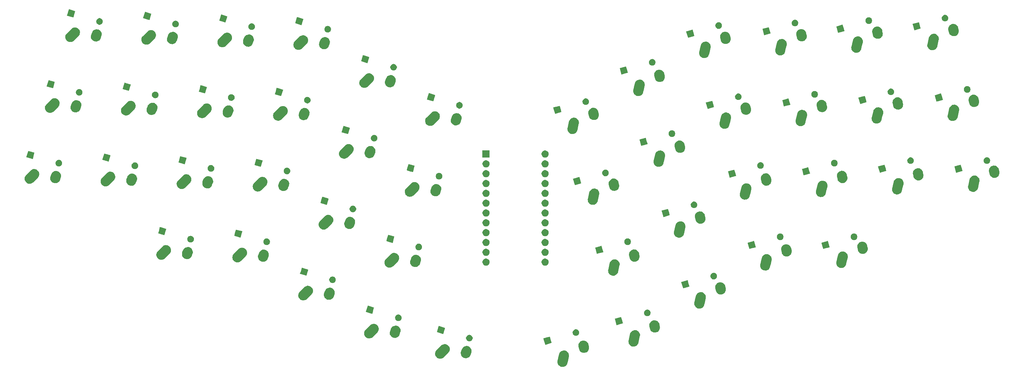
<source format=gbr>
G04 #@! TF.GenerationSoftware,KiCad,Pcbnew,(5.1.5)-3*
G04 #@! TF.CreationDate,2020-09-15T02:52:27+03:00*
G04 #@! TF.ProjectId,eiri,65697269-2e6b-4696-9361-645f70636258,rev?*
G04 #@! TF.SameCoordinates,Original*
G04 #@! TF.FileFunction,Soldermask,Bot*
G04 #@! TF.FilePolarity,Negative*
%FSLAX46Y46*%
G04 Gerber Fmt 4.6, Leading zero omitted, Abs format (unit mm)*
G04 Created by KiCad (PCBNEW (5.1.5)-3) date 2020-09-15 02:52:27*
%MOMM*%
%LPD*%
G04 APERTURE LIST*
%ADD10C,0.100000*%
G04 APERTURE END LIST*
D10*
G36*
X158849939Y-132095250D02*
G01*
X159092720Y-132177308D01*
X159203774Y-132241232D01*
X159314827Y-132305155D01*
X159314828Y-132305156D01*
X159507727Y-132473877D01*
X159583016Y-132571731D01*
X159664002Y-132676987D01*
X159729391Y-132809147D01*
X159771326Y-132893901D01*
X159777652Y-132906688D01*
X159844303Y-133154137D01*
X159844303Y-133154140D01*
X159861400Y-133409844D01*
X159836580Y-133600294D01*
X159532119Y-134913827D01*
X159463403Y-135210290D01*
X159430632Y-135351671D01*
X159369135Y-135533619D01*
X159241288Y-135755728D01*
X159156928Y-135852177D01*
X159072569Y-135948625D01*
X158869455Y-136104902D01*
X158714707Y-136181467D01*
X158639759Y-136218550D01*
X158639757Y-136218551D01*
X158639756Y-136218551D01*
X158392306Y-136285202D01*
X158349584Y-136288058D01*
X158136600Y-136302299D01*
X157882475Y-136269181D01*
X157639694Y-136187122D01*
X157417585Y-136059275D01*
X157291079Y-135948625D01*
X157224688Y-135890556D01*
X157068411Y-135687442D01*
X156954762Y-135457743D01*
X156888111Y-135210293D01*
X156885255Y-135167571D01*
X156871014Y-134954587D01*
X156895834Y-134764138D01*
X157301782Y-133012759D01*
X157363279Y-132830811D01*
X157491126Y-132608703D01*
X157659847Y-132415804D01*
X157862959Y-132259529D01*
X157862960Y-132259528D01*
X157862962Y-132259527D01*
X157981410Y-132200922D01*
X158092655Y-132145881D01*
X158092657Y-132145880D01*
X158092658Y-132145880D01*
X158216382Y-132112555D01*
X158340109Y-132079228D01*
X158595814Y-132062132D01*
X158595815Y-132062132D01*
X158849939Y-132095250D01*
G37*
G36*
X128034702Y-130433254D02*
G01*
X128122976Y-130460116D01*
X128279878Y-130507861D01*
X128505787Y-130628865D01*
X128703748Y-130791617D01*
X128866154Y-130989861D01*
X128986764Y-131215981D01*
X129060942Y-131461285D01*
X129067477Y-131528237D01*
X129085839Y-131716350D01*
X129060498Y-131971363D01*
X129027674Y-132079229D01*
X128985891Y-132216539D01*
X128864887Y-132442449D01*
X128742916Y-132590806D01*
X127470564Y-133860940D01*
X127321993Y-133982652D01*
X127095873Y-134103262D01*
X126997751Y-134132933D01*
X126850572Y-134177440D01*
X126595505Y-134202337D01*
X126358624Y-134178797D01*
X126340490Y-134176995D01*
X126095316Y-134102389D01*
X125869407Y-133981385D01*
X125671446Y-133818633D01*
X125509040Y-133620389D01*
X125388430Y-133394269D01*
X125345639Y-133252760D01*
X125314252Y-133148968D01*
X125289355Y-132893901D01*
X125314697Y-132638887D01*
X125329328Y-132590807D01*
X125389303Y-132393712D01*
X125510307Y-132167803D01*
X125632278Y-132019445D01*
X126904629Y-130749310D01*
X127053200Y-130627598D01*
X127279320Y-130506988D01*
X127524624Y-130432810D01*
X127652155Y-130420362D01*
X127779689Y-130407913D01*
X128034702Y-130433254D01*
G37*
G36*
X133597365Y-130912051D02*
G01*
X133845726Y-130975242D01*
X134076987Y-131085671D01*
X134145882Y-131137165D01*
X134282261Y-131239096D01*
X134357710Y-131322964D01*
X134453660Y-131429620D01*
X134512272Y-131528237D01*
X134584596Y-131649923D01*
X134669368Y-131889643D01*
X134670036Y-131891533D01*
X134706699Y-132145171D01*
X134693175Y-132401089D01*
X134645818Y-132587219D01*
X134404894Y-133252765D01*
X134322135Y-133426079D01*
X134168709Y-133631353D01*
X133978185Y-133802752D01*
X133867318Y-133868645D01*
X133757880Y-133933689D01*
X133516273Y-134019128D01*
X133262635Y-134055791D01*
X133006717Y-134042267D01*
X132758356Y-133979076D01*
X132527095Y-133868647D01*
X132321821Y-133715221D01*
X132150422Y-133524697D01*
X132072902Y-133394267D01*
X132019485Y-133304392D01*
X131934046Y-133062785D01*
X131926815Y-133012759D01*
X131897383Y-132809147D01*
X131910907Y-132553229D01*
X131958264Y-132367100D01*
X132144071Y-131853812D01*
X132199186Y-131701558D01*
X132281949Y-131528237D01*
X132355657Y-131429620D01*
X132435373Y-131322964D01*
X132625897Y-131151566D01*
X132794418Y-131051407D01*
X132846202Y-131020629D01*
X133087809Y-130935190D01*
X133341447Y-130898527D01*
X133597365Y-130912051D01*
G37*
G36*
X163817914Y-129518572D02*
G01*
X163817917Y-129518573D01*
X163817918Y-129518573D01*
X164064234Y-129589319D01*
X164064236Y-129589320D01*
X164292013Y-129706759D01*
X164424968Y-129812611D01*
X164492507Y-129866382D01*
X164492510Y-129866385D01*
X164658006Y-130062050D01*
X164782153Y-130286249D01*
X164840625Y-130469190D01*
X164874856Y-130628865D01*
X164988995Y-131161276D01*
X165007345Y-131322964D01*
X165010653Y-131352114D01*
X164989320Y-131607493D01*
X164918572Y-131853814D01*
X164801133Y-132081591D01*
X164732495Y-132167803D01*
X164641510Y-132282085D01*
X164445840Y-132447585D01*
X164221643Y-132571732D01*
X164105963Y-132608705D01*
X163977536Y-132649753D01*
X163910861Y-132657320D01*
X163722895Y-132678653D01*
X163722891Y-132678653D01*
X163595202Y-132667986D01*
X163467510Y-132657320D01*
X163221194Y-132586573D01*
X163221193Y-132586573D01*
X163221191Y-132586572D01*
X162993415Y-132469134D01*
X162860459Y-132363281D01*
X162792921Y-132309510D01*
X162769725Y-132282086D01*
X162627422Y-132113842D01*
X162503275Y-131889643D01*
X162444803Y-131706702D01*
X162296434Y-131014618D01*
X162283259Y-130898528D01*
X162274775Y-130823781D01*
X162276061Y-130808382D01*
X162296108Y-130568400D01*
X162296109Y-130568396D01*
X162366855Y-130322080D01*
X162385329Y-130286249D01*
X162484295Y-130094301D01*
X162591697Y-129959399D01*
X162643918Y-129893807D01*
X162643921Y-129893804D01*
X162839586Y-129728308D01*
X163063785Y-129604161D01*
X163307892Y-129526139D01*
X163392774Y-129516506D01*
X163562533Y-129497239D01*
X163562537Y-129497239D01*
X163817914Y-129518572D01*
G37*
G36*
X177161975Y-126844359D02*
G01*
X177404756Y-126926417D01*
X177515810Y-126990341D01*
X177626863Y-127054264D01*
X177626864Y-127054265D01*
X177819763Y-127222986D01*
X177895052Y-127320840D01*
X177976038Y-127426096D01*
X178041427Y-127558256D01*
X178083362Y-127643010D01*
X178089688Y-127655797D01*
X178156339Y-127903246D01*
X178156339Y-127903249D01*
X178173436Y-128158953D01*
X178148616Y-128349403D01*
X177875863Y-129526139D01*
X177742668Y-130100781D01*
X177735000Y-130123467D01*
X177681171Y-130282728D01*
X177553324Y-130504837D01*
X177476560Y-130592601D01*
X177384605Y-130697734D01*
X177181491Y-130854011D01*
X177026743Y-130930576D01*
X176951795Y-130967659D01*
X176951793Y-130967660D01*
X176951792Y-130967660D01*
X176704342Y-131034311D01*
X176661620Y-131037167D01*
X176448636Y-131051408D01*
X176194511Y-131018290D01*
X175951730Y-130936231D01*
X175729621Y-130808384D01*
X175603115Y-130697734D01*
X175536724Y-130639665D01*
X175380447Y-130436551D01*
X175266798Y-130206852D01*
X175200147Y-129959402D01*
X175193928Y-129866382D01*
X175183050Y-129703696D01*
X175207870Y-129513247D01*
X175613818Y-127761868D01*
X175675315Y-127579920D01*
X175803162Y-127357812D01*
X175971883Y-127164913D01*
X176174995Y-127008638D01*
X176174996Y-127008637D01*
X176174998Y-127008636D01*
X176293446Y-126950031D01*
X176404691Y-126894990D01*
X176404693Y-126894989D01*
X176404694Y-126894989D01*
X176528418Y-126861663D01*
X176652145Y-126828337D01*
X176907850Y-126811241D01*
X176907851Y-126811241D01*
X177161975Y-126844359D01*
G37*
G36*
X155184151Y-129518573D02*
G01*
X155310556Y-129959399D01*
X155357601Y-130123467D01*
X154265745Y-130436551D01*
X153721534Y-130592601D01*
X153721533Y-130592601D01*
X153344530Y-129277833D01*
X153252399Y-128956534D01*
X153252399Y-128956533D01*
X154523876Y-128591943D01*
X154888466Y-128487399D01*
X154888467Y-128487399D01*
X155184151Y-129518573D01*
G37*
G36*
X134376027Y-128056439D02*
G01*
X134530899Y-128120589D01*
X134670280Y-128213721D01*
X134788814Y-128332255D01*
X134881946Y-128471636D01*
X134946096Y-128626508D01*
X134978799Y-128790920D01*
X134978799Y-128958552D01*
X134946096Y-129122964D01*
X134881946Y-129277836D01*
X134788814Y-129417217D01*
X134670280Y-129535751D01*
X134530899Y-129628883D01*
X134376027Y-129693033D01*
X134211615Y-129725736D01*
X134043983Y-129725736D01*
X133879571Y-129693033D01*
X133724699Y-129628883D01*
X133585318Y-129535751D01*
X133466784Y-129417217D01*
X133373652Y-129277836D01*
X133309502Y-129122964D01*
X133276799Y-128958552D01*
X133276799Y-128790920D01*
X133309502Y-128626508D01*
X133373652Y-128471636D01*
X133466784Y-128332255D01*
X133585318Y-128213721D01*
X133724699Y-128120589D01*
X133879571Y-128056439D01*
X134043983Y-128023736D01*
X134211615Y-128023736D01*
X134376027Y-128056439D01*
G37*
G36*
X109722667Y-125182363D02*
G01*
X109810941Y-125209225D01*
X109967843Y-125256970D01*
X110193752Y-125377974D01*
X110391713Y-125540726D01*
X110554119Y-125738970D01*
X110674729Y-125965090D01*
X110748907Y-126210394D01*
X110755442Y-126277346D01*
X110773804Y-126465459D01*
X110748463Y-126720472D01*
X110715639Y-126828338D01*
X110673856Y-126965648D01*
X110552852Y-127191558D01*
X110430881Y-127339915D01*
X109158529Y-128610049D01*
X109009958Y-128731761D01*
X108783838Y-128852371D01*
X108685716Y-128882042D01*
X108538537Y-128926549D01*
X108283470Y-128951446D01*
X108046589Y-128927906D01*
X108028455Y-128926104D01*
X107783281Y-128851498D01*
X107557372Y-128730494D01*
X107359411Y-128567742D01*
X107197005Y-128369498D01*
X107076395Y-128143378D01*
X107027633Y-127982124D01*
X107002217Y-127898077D01*
X106977320Y-127643010D01*
X107002662Y-127387996D01*
X107011837Y-127357846D01*
X107077268Y-127142821D01*
X107198272Y-126916912D01*
X107320243Y-126768554D01*
X108592594Y-125498419D01*
X108741165Y-125376707D01*
X108967285Y-125256097D01*
X109212589Y-125181919D01*
X109340120Y-125169471D01*
X109467654Y-125157022D01*
X109722667Y-125182363D01*
G37*
G36*
X115285330Y-125661160D02*
G01*
X115533691Y-125724351D01*
X115764952Y-125834780D01*
X115833847Y-125886274D01*
X115970226Y-125988205D01*
X116045675Y-126072073D01*
X116141625Y-126178729D01*
X116200237Y-126277346D01*
X116272561Y-126399032D01*
X116351178Y-126621348D01*
X116358001Y-126640642D01*
X116394664Y-126894280D01*
X116381140Y-127150198D01*
X116333783Y-127336328D01*
X116245604Y-127579919D01*
X116100009Y-127982124D01*
X116092859Y-128001874D01*
X116010100Y-128175188D01*
X115856674Y-128380462D01*
X115666150Y-128551861D01*
X115555283Y-128617754D01*
X115445845Y-128682798D01*
X115204238Y-128768237D01*
X114950600Y-128804900D01*
X114694682Y-128791376D01*
X114446321Y-128728185D01*
X114215060Y-128617756D01*
X114009786Y-128464330D01*
X113838387Y-128273806D01*
X113735478Y-128100658D01*
X113707450Y-128053501D01*
X113622011Y-127811894D01*
X113604084Y-127687871D01*
X113585348Y-127558256D01*
X113598872Y-127302338D01*
X113646229Y-127116209D01*
X113837205Y-126588643D01*
X113887151Y-126450667D01*
X113969914Y-126277346D01*
X114043622Y-126178729D01*
X114123338Y-126072073D01*
X114313862Y-125900675D01*
X114438508Y-125826593D01*
X114534167Y-125769738D01*
X114775774Y-125684299D01*
X115029412Y-125647636D01*
X115285330Y-125661160D01*
G37*
G36*
X161878042Y-126621346D02*
G01*
X162032914Y-126685496D01*
X162172295Y-126778628D01*
X162290829Y-126897162D01*
X162383961Y-127036543D01*
X162448111Y-127191415D01*
X162480814Y-127355827D01*
X162480814Y-127523459D01*
X162448111Y-127687871D01*
X162383961Y-127842743D01*
X162290829Y-127982124D01*
X162172295Y-128100658D01*
X162032914Y-128193790D01*
X161878042Y-128257940D01*
X161713630Y-128290643D01*
X161545998Y-128290643D01*
X161381586Y-128257940D01*
X161226714Y-128193790D01*
X161087333Y-128100658D01*
X160968799Y-127982124D01*
X160875667Y-127842743D01*
X160811517Y-127687871D01*
X160778814Y-127523459D01*
X160778814Y-127355827D01*
X160811517Y-127191415D01*
X160875667Y-127036543D01*
X160968799Y-126897162D01*
X161087333Y-126778628D01*
X161226714Y-126685496D01*
X161381586Y-126621346D01*
X161545998Y-126588643D01*
X161713630Y-126588643D01*
X161878042Y-126621346D01*
G37*
G36*
X126584109Y-125826322D02*
G01*
X127855586Y-126190912D01*
X127855586Y-126190913D01*
X127795909Y-126399030D01*
X127386452Y-127826980D01*
X127386451Y-127826980D01*
X126901324Y-127687872D01*
X125750384Y-127357846D01*
X125750394Y-127357812D01*
X125876820Y-126916912D01*
X126219518Y-125721778D01*
X126219519Y-125721778D01*
X126584109Y-125826322D01*
G37*
G36*
X182129950Y-124267681D02*
G01*
X182129953Y-124267682D01*
X182129954Y-124267682D01*
X182376270Y-124338428D01*
X182376272Y-124338429D01*
X182604049Y-124455868D01*
X182737004Y-124561720D01*
X182804543Y-124615491D01*
X182804546Y-124615494D01*
X182970042Y-124811159D01*
X183094189Y-125035358D01*
X183152661Y-125218299D01*
X183186892Y-125377974D01*
X183301031Y-125910385D01*
X183319381Y-126072073D01*
X183322689Y-126101223D01*
X183301356Y-126356602D01*
X183301355Y-126356605D01*
X183234710Y-126588643D01*
X183230608Y-126602923D01*
X183113169Y-126830700D01*
X183044531Y-126916912D01*
X182953546Y-127031194D01*
X182757876Y-127196694D01*
X182533679Y-127320841D01*
X182417999Y-127357814D01*
X182289572Y-127398862D01*
X182222897Y-127406429D01*
X182034931Y-127427762D01*
X182034927Y-127427762D01*
X181907238Y-127417095D01*
X181779546Y-127406429D01*
X181533230Y-127335682D01*
X181533229Y-127335682D01*
X181533227Y-127335681D01*
X181305451Y-127218243D01*
X181172495Y-127112390D01*
X181104957Y-127058619D01*
X181086287Y-127036546D01*
X180939458Y-126862951D01*
X180815311Y-126638752D01*
X180756839Y-126455811D01*
X180608470Y-125763727D01*
X180595295Y-125647637D01*
X180586811Y-125572890D01*
X180586811Y-125572886D01*
X180608144Y-125317509D01*
X180608145Y-125317505D01*
X180678891Y-125071189D01*
X180697365Y-125035358D01*
X180796331Y-124843410D01*
X180902183Y-124710455D01*
X180955954Y-124642916D01*
X180955957Y-124642913D01*
X181151622Y-124477417D01*
X181375821Y-124353270D01*
X181619928Y-124275248D01*
X181704810Y-124265615D01*
X181874569Y-124246348D01*
X181874573Y-124246348D01*
X182129950Y-124267681D01*
G37*
G36*
X173610289Y-124477417D02*
G01*
X173715236Y-124843409D01*
X173772601Y-125043467D01*
X172606034Y-125377974D01*
X172136534Y-125512601D01*
X172136533Y-125512601D01*
X171667399Y-123876533D01*
X172938876Y-123511943D01*
X173303466Y-123407399D01*
X173303467Y-123407399D01*
X173610289Y-124477417D01*
G37*
G36*
X116063992Y-122805548D02*
G01*
X116218864Y-122869698D01*
X116358245Y-122962830D01*
X116476779Y-123081364D01*
X116569911Y-123220745D01*
X116634061Y-123375617D01*
X116666764Y-123540029D01*
X116666764Y-123707661D01*
X116634061Y-123872073D01*
X116569911Y-124026945D01*
X116476779Y-124166326D01*
X116358245Y-124284860D01*
X116218864Y-124377992D01*
X116063992Y-124442142D01*
X115899580Y-124474845D01*
X115731948Y-124474845D01*
X115567536Y-124442142D01*
X115412664Y-124377992D01*
X115273283Y-124284860D01*
X115154749Y-124166326D01*
X115061617Y-124026945D01*
X114997467Y-123872073D01*
X114964764Y-123707661D01*
X114964764Y-123540029D01*
X114997467Y-123375617D01*
X115061617Y-123220745D01*
X115154749Y-123081364D01*
X115273283Y-122962830D01*
X115412664Y-122869698D01*
X115567536Y-122805548D01*
X115731948Y-122772845D01*
X115899580Y-122772845D01*
X116063992Y-122805548D01*
G37*
G36*
X180293042Y-121541346D02*
G01*
X180447914Y-121605496D01*
X180587295Y-121698628D01*
X180705829Y-121817162D01*
X180798961Y-121956543D01*
X180863111Y-122111415D01*
X180895814Y-122275827D01*
X180895814Y-122443459D01*
X180863111Y-122607871D01*
X180798961Y-122762743D01*
X180705829Y-122902124D01*
X180587295Y-123020658D01*
X180447914Y-123113790D01*
X180293042Y-123177940D01*
X180128630Y-123210643D01*
X179960998Y-123210643D01*
X179796586Y-123177940D01*
X179641714Y-123113790D01*
X179502333Y-123020658D01*
X179383799Y-122902124D01*
X179290667Y-122762743D01*
X179226517Y-122607871D01*
X179193814Y-122443459D01*
X179193814Y-122275827D01*
X179226517Y-122111415D01*
X179290667Y-121956543D01*
X179383799Y-121817162D01*
X179502333Y-121698628D01*
X179641714Y-121605496D01*
X179796586Y-121541346D01*
X179960998Y-121508643D01*
X180128630Y-121508643D01*
X180293042Y-121541346D01*
G37*
G36*
X108272074Y-120575431D02*
G01*
X109543551Y-120940021D01*
X109543551Y-120940022D01*
X109486564Y-121138758D01*
X109074417Y-122576089D01*
X109074416Y-122576089D01*
X108709826Y-122471545D01*
X107438349Y-122106955D01*
X107907483Y-120470887D01*
X107907484Y-120470887D01*
X108272074Y-120575431D01*
G37*
G36*
X194161286Y-117015457D02*
G01*
X194404067Y-117097515D01*
X194515121Y-117161439D01*
X194626174Y-117225362D01*
X194626175Y-117225363D01*
X194819074Y-117394084D01*
X194894363Y-117491938D01*
X194975349Y-117597194D01*
X195040738Y-117729354D01*
X195082673Y-117814108D01*
X195088999Y-117826895D01*
X195155650Y-118074344D01*
X195155650Y-118074347D01*
X195172747Y-118330051D01*
X195147927Y-118520501D01*
X194843466Y-119834034D01*
X194774750Y-120130497D01*
X194741979Y-120271878D01*
X194680482Y-120453826D01*
X194552635Y-120675935D01*
X194468275Y-120772384D01*
X194383916Y-120868832D01*
X194180802Y-121025109D01*
X194026054Y-121101674D01*
X193951106Y-121138757D01*
X193951104Y-121138758D01*
X193951103Y-121138758D01*
X193703653Y-121205409D01*
X193660931Y-121208265D01*
X193447947Y-121222506D01*
X193193822Y-121189388D01*
X192951041Y-121107329D01*
X192728932Y-120979482D01*
X192602426Y-120868832D01*
X192536035Y-120810763D01*
X192379758Y-120607649D01*
X192266109Y-120377950D01*
X192199458Y-120130500D01*
X192196602Y-120087778D01*
X192182361Y-119874794D01*
X192207181Y-119684345D01*
X192613129Y-117932966D01*
X192674626Y-117751018D01*
X192802473Y-117528910D01*
X192971194Y-117336011D01*
X193174306Y-117179736D01*
X193174307Y-117179735D01*
X193174309Y-117179734D01*
X193292757Y-117121129D01*
X193404002Y-117066088D01*
X193404004Y-117066087D01*
X193404005Y-117066087D01*
X193527729Y-117032762D01*
X193651456Y-116999435D01*
X193907161Y-116982339D01*
X193907162Y-116982339D01*
X194161286Y-117015457D01*
G37*
G36*
X92723353Y-115353461D02*
G01*
X92811627Y-115380323D01*
X92968529Y-115428068D01*
X93194438Y-115549072D01*
X93392399Y-115711824D01*
X93554805Y-115910068D01*
X93675415Y-116136188D01*
X93749593Y-116381492D01*
X93756128Y-116448444D01*
X93774490Y-116636557D01*
X93749149Y-116891570D01*
X93716325Y-116999436D01*
X93674542Y-117136746D01*
X93553538Y-117362656D01*
X93431567Y-117511013D01*
X92159215Y-118781147D01*
X92010644Y-118902859D01*
X91784524Y-119023469D01*
X91686402Y-119053140D01*
X91539223Y-119097647D01*
X91284156Y-119122544D01*
X91047275Y-119099004D01*
X91029141Y-119097202D01*
X90783967Y-119022596D01*
X90558058Y-118901592D01*
X90360097Y-118738840D01*
X90197691Y-118540596D01*
X90077081Y-118314476D01*
X90034290Y-118172967D01*
X90002903Y-118069175D01*
X89978006Y-117814108D01*
X90003348Y-117559094D01*
X90017979Y-117511014D01*
X90077954Y-117313919D01*
X90198958Y-117088010D01*
X90320929Y-116939652D01*
X91593280Y-115669517D01*
X91741851Y-115547805D01*
X91967971Y-115427195D01*
X92213275Y-115353017D01*
X92340806Y-115340569D01*
X92468340Y-115328120D01*
X92723353Y-115353461D01*
G37*
G36*
X98286016Y-115832258D02*
G01*
X98534377Y-115895449D01*
X98765638Y-116005878D01*
X98834533Y-116057372D01*
X98970912Y-116159303D01*
X99046361Y-116243171D01*
X99142311Y-116349827D01*
X99200923Y-116448444D01*
X99273247Y-116570130D01*
X99358019Y-116809850D01*
X99358687Y-116811740D01*
X99395350Y-117065378D01*
X99381826Y-117321296D01*
X99334469Y-117507426D01*
X99093545Y-118172972D01*
X99010786Y-118346286D01*
X98857360Y-118551560D01*
X98666836Y-118722959D01*
X98555969Y-118788852D01*
X98446531Y-118853896D01*
X98204924Y-118939335D01*
X97951286Y-118975998D01*
X97695368Y-118962474D01*
X97447007Y-118899283D01*
X97215746Y-118788854D01*
X97010472Y-118635428D01*
X96839073Y-118444904D01*
X96761553Y-118314474D01*
X96708136Y-118224599D01*
X96622697Y-117982992D01*
X96615466Y-117932966D01*
X96586034Y-117729354D01*
X96599558Y-117473436D01*
X96646915Y-117287307D01*
X96832722Y-116774019D01*
X96887837Y-116621765D01*
X96970600Y-116448444D01*
X97044308Y-116349827D01*
X97124024Y-116243171D01*
X97314548Y-116071773D01*
X97456170Y-115987601D01*
X97534853Y-115940836D01*
X97776460Y-115855397D01*
X98030098Y-115818734D01*
X98286016Y-115832258D01*
G37*
G36*
X199129261Y-114438779D02*
G01*
X199129264Y-114438780D01*
X199129265Y-114438780D01*
X199375581Y-114509526D01*
X199375583Y-114509527D01*
X199603360Y-114626966D01*
X199736315Y-114732818D01*
X199803854Y-114786589D01*
X199803857Y-114786592D01*
X199969353Y-114982257D01*
X200093500Y-115206456D01*
X200151972Y-115389397D01*
X200186203Y-115549072D01*
X200300342Y-116081483D01*
X200318692Y-116243171D01*
X200322000Y-116272321D01*
X200300667Y-116527700D01*
X200229919Y-116774021D01*
X200112480Y-117001798D01*
X200043842Y-117088010D01*
X199952857Y-117202292D01*
X199757187Y-117367792D01*
X199532990Y-117491939D01*
X199417310Y-117528912D01*
X199288883Y-117569960D01*
X199222208Y-117577527D01*
X199034242Y-117598860D01*
X199034238Y-117598860D01*
X198906549Y-117588193D01*
X198778857Y-117577527D01*
X198532541Y-117506780D01*
X198532540Y-117506780D01*
X198532538Y-117506779D01*
X198304762Y-117389341D01*
X198171806Y-117283488D01*
X198104268Y-117229717D01*
X198081072Y-117202293D01*
X197938769Y-117034049D01*
X197814622Y-116809850D01*
X197756150Y-116626909D01*
X197607781Y-115934825D01*
X197594606Y-115818735D01*
X197586122Y-115743988D01*
X197586122Y-115743984D01*
X197607455Y-115488607D01*
X197607456Y-115488603D01*
X197678202Y-115242287D01*
X197696676Y-115206456D01*
X197795642Y-115014508D01*
X197901494Y-114881553D01*
X197955265Y-114814014D01*
X197955268Y-114814011D01*
X198150933Y-114648515D01*
X198375132Y-114524368D01*
X198619239Y-114446346D01*
X198704121Y-114436713D01*
X198873880Y-114417446D01*
X198873884Y-114417446D01*
X199129261Y-114438779D01*
G37*
G36*
X190763846Y-114982259D02*
G01*
X190880592Y-115389399D01*
X190917601Y-115518467D01*
X189742584Y-115855397D01*
X189281534Y-115987601D01*
X189281533Y-115987601D01*
X188897557Y-114648515D01*
X188812399Y-114351534D01*
X188812399Y-114351533D01*
X190083876Y-113986943D01*
X190448466Y-113882399D01*
X190448467Y-113882399D01*
X190763846Y-114982259D01*
G37*
G36*
X99064678Y-112976646D02*
G01*
X99219550Y-113040796D01*
X99358931Y-113133928D01*
X99477465Y-113252462D01*
X99570597Y-113391843D01*
X99634747Y-113546715D01*
X99667450Y-113711127D01*
X99667450Y-113878759D01*
X99634747Y-114043171D01*
X99570597Y-114198043D01*
X99477465Y-114337424D01*
X99358931Y-114455958D01*
X99219550Y-114549090D01*
X99064678Y-114613240D01*
X98900266Y-114645943D01*
X98732634Y-114645943D01*
X98568222Y-114613240D01*
X98413350Y-114549090D01*
X98273969Y-114455958D01*
X98155435Y-114337424D01*
X98062303Y-114198043D01*
X97998153Y-114043171D01*
X97965450Y-113878759D01*
X97965450Y-113711127D01*
X97998153Y-113546715D01*
X98062303Y-113391843D01*
X98155435Y-113252462D01*
X98273969Y-113133928D01*
X98413350Y-113040796D01*
X98568222Y-112976646D01*
X98732634Y-112943943D01*
X98900266Y-112943943D01*
X99064678Y-112976646D01*
G37*
G36*
X197438042Y-112016346D02*
G01*
X197592914Y-112080496D01*
X197732295Y-112173628D01*
X197850829Y-112292162D01*
X197943961Y-112431543D01*
X198008111Y-112586415D01*
X198040814Y-112750827D01*
X198040814Y-112918459D01*
X198008111Y-113082871D01*
X197943961Y-113237743D01*
X197850829Y-113377124D01*
X197732295Y-113495658D01*
X197592914Y-113588790D01*
X197438042Y-113652940D01*
X197273630Y-113685643D01*
X197105998Y-113685643D01*
X196941586Y-113652940D01*
X196786714Y-113588790D01*
X196647333Y-113495658D01*
X196528799Y-113377124D01*
X196435667Y-113237743D01*
X196371517Y-113082871D01*
X196338814Y-112918459D01*
X196338814Y-112750827D01*
X196371517Y-112586415D01*
X196435667Y-112431543D01*
X196528799Y-112292162D01*
X196647333Y-112173628D01*
X196786714Y-112080496D01*
X196941586Y-112016346D01*
X197105998Y-111983643D01*
X197273630Y-111983643D01*
X197438042Y-112016346D01*
G37*
G36*
X91067255Y-110687602D02*
G01*
X92544237Y-111111119D01*
X92544237Y-111111120D01*
X92487250Y-111309856D01*
X92075103Y-112747187D01*
X92075102Y-112747187D01*
X91646178Y-112624195D01*
X90439035Y-112278053D01*
X90514078Y-112016348D01*
X90619882Y-111647364D01*
X90908169Y-110641985D01*
X90908170Y-110641985D01*
X91067255Y-110687602D01*
G37*
G36*
X171822741Y-108520811D02*
G01*
X171911084Y-108532324D01*
X172153865Y-108614382D01*
X172264919Y-108678306D01*
X172375972Y-108742229D01*
X172375973Y-108742230D01*
X172568872Y-108910951D01*
X172644161Y-109008805D01*
X172725147Y-109114061D01*
X172764547Y-109193694D01*
X172832471Y-109330975D01*
X172838797Y-109343762D01*
X172905448Y-109591211D01*
X172905448Y-109591214D01*
X172922545Y-109846918D01*
X172897725Y-110037368D01*
X172610063Y-111278426D01*
X172524548Y-111647364D01*
X172491777Y-111788745D01*
X172430280Y-111970693D01*
X172302433Y-112192802D01*
X172227868Y-112278052D01*
X172133714Y-112385699D01*
X171930600Y-112541976D01*
X171775852Y-112618541D01*
X171700904Y-112655624D01*
X171700902Y-112655625D01*
X171700901Y-112655625D01*
X171453451Y-112722276D01*
X171410729Y-112725132D01*
X171197745Y-112739373D01*
X170943620Y-112706255D01*
X170700839Y-112624196D01*
X170478730Y-112496349D01*
X170352224Y-112385699D01*
X170285833Y-112327630D01*
X170129556Y-112124516D01*
X170015907Y-111894817D01*
X169949256Y-111647367D01*
X169946400Y-111604645D01*
X169932159Y-111391661D01*
X169956979Y-111201212D01*
X170362927Y-109449833D01*
X170424424Y-109267885D01*
X170552271Y-109045777D01*
X170720992Y-108852878D01*
X170924104Y-108696603D01*
X170924105Y-108696602D01*
X170924107Y-108696601D01*
X171087004Y-108616004D01*
X171153800Y-108582955D01*
X171153802Y-108582954D01*
X171153803Y-108582954D01*
X171277527Y-108549629D01*
X171401254Y-108516302D01*
X171656959Y-108499206D01*
X171656960Y-108499206D01*
X171822741Y-108520811D01*
G37*
G36*
X211159262Y-107186381D02*
G01*
X211160597Y-107186555D01*
X211403378Y-107268613D01*
X211479320Y-107312326D01*
X211625485Y-107396460D01*
X211629855Y-107400282D01*
X211818385Y-107565182D01*
X211885995Y-107653055D01*
X211974660Y-107768292D01*
X212039012Y-107898356D01*
X212081984Y-107985206D01*
X212088310Y-107997993D01*
X212154961Y-108245442D01*
X212154961Y-108245445D01*
X212172058Y-108501149D01*
X212147238Y-108691599D01*
X211875686Y-109863153D01*
X211758890Y-110367047D01*
X211741290Y-110442976D01*
X211679793Y-110624924D01*
X211551946Y-110847033D01*
X211467586Y-110943482D01*
X211383227Y-111039930D01*
X211180113Y-111196207D01*
X211025365Y-111272772D01*
X210950417Y-111309855D01*
X210950415Y-111309856D01*
X210950414Y-111309856D01*
X210702964Y-111376507D01*
X210660242Y-111379363D01*
X210447258Y-111393604D01*
X210193133Y-111360486D01*
X209950352Y-111278427D01*
X209728243Y-111150580D01*
X209601737Y-111039930D01*
X209535346Y-110981861D01*
X209379069Y-110778747D01*
X209265420Y-110549048D01*
X209198769Y-110301598D01*
X209190248Y-110174149D01*
X209181672Y-110045892D01*
X209206492Y-109855443D01*
X209612440Y-108104064D01*
X209673937Y-107922116D01*
X209801784Y-107700008D01*
X209970505Y-107507109D01*
X210173617Y-107350834D01*
X210173618Y-107350833D01*
X210173620Y-107350832D01*
X210292068Y-107292227D01*
X210403313Y-107237186D01*
X210403315Y-107237185D01*
X210403316Y-107237185D01*
X210527040Y-107203860D01*
X210650767Y-107170533D01*
X210906472Y-107153437D01*
X210906473Y-107153437D01*
X211159262Y-107186381D01*
G37*
G36*
X230785354Y-106513671D02*
G01*
X231028135Y-106595729D01*
X231139189Y-106659653D01*
X231250242Y-106723576D01*
X231250243Y-106723577D01*
X231443142Y-106892298D01*
X231512803Y-106982837D01*
X231599417Y-107095408D01*
X231669565Y-107237186D01*
X231706743Y-107312326D01*
X231713067Y-107325109D01*
X231779718Y-107572558D01*
X231779718Y-107572561D01*
X231796815Y-107828265D01*
X231771995Y-108018715D01*
X231482356Y-109268300D01*
X231398818Y-109628711D01*
X231366047Y-109770092D01*
X231304550Y-109952040D01*
X231176703Y-110174149D01*
X231105367Y-110255707D01*
X231007984Y-110367046D01*
X230804870Y-110523323D01*
X230650122Y-110599888D01*
X230575174Y-110636971D01*
X230575172Y-110636972D01*
X230575171Y-110636972D01*
X230327721Y-110703623D01*
X230284999Y-110706479D01*
X230072015Y-110720720D01*
X229817890Y-110687602D01*
X229575109Y-110605543D01*
X229353000Y-110477696D01*
X229230744Y-110370763D01*
X229160103Y-110308977D01*
X229003826Y-110105863D01*
X228890177Y-109876164D01*
X228823526Y-109628714D01*
X228811566Y-109449833D01*
X228806429Y-109373008D01*
X228831249Y-109182559D01*
X229237197Y-107431180D01*
X229298694Y-107249232D01*
X229426541Y-107027124D01*
X229595262Y-106834225D01*
X229798374Y-106677950D01*
X229798375Y-106677949D01*
X229798377Y-106677948D01*
X229916825Y-106619343D01*
X230028070Y-106564302D01*
X230028072Y-106564301D01*
X230028073Y-106564301D01*
X230189110Y-106520925D01*
X230275524Y-106497649D01*
X230531229Y-106480553D01*
X230531230Y-106480553D01*
X230785354Y-106513671D01*
G37*
G36*
X114973559Y-106870328D02*
G01*
X115030170Y-106887555D01*
X115218735Y-106944935D01*
X115332070Y-107005641D01*
X115444644Y-107065939D01*
X115613967Y-107205146D01*
X115642605Y-107228691D01*
X115805011Y-107426935D01*
X115925621Y-107653055D01*
X115999799Y-107898359D01*
X116004168Y-107943121D01*
X116024696Y-108153424D01*
X115999355Y-108408437D01*
X115966531Y-108516303D01*
X115924748Y-108653613D01*
X115803744Y-108879523D01*
X115681773Y-109027880D01*
X114409421Y-110298014D01*
X114260850Y-110419726D01*
X114034730Y-110540336D01*
X113936608Y-110570007D01*
X113789429Y-110614514D01*
X113534362Y-110639411D01*
X113297481Y-110615871D01*
X113279347Y-110614069D01*
X113034173Y-110539463D01*
X112808264Y-110418459D01*
X112745730Y-110367047D01*
X112610304Y-110255708D01*
X112597293Y-110239826D01*
X112447897Y-110057463D01*
X112327287Y-109831343D01*
X112284496Y-109689834D01*
X112253109Y-109586042D01*
X112228212Y-109330975D01*
X112253554Y-109075961D01*
X112268185Y-109027881D01*
X112328160Y-108830786D01*
X112449164Y-108604877D01*
X112571135Y-108456519D01*
X113843486Y-107186384D01*
X113992057Y-107064672D01*
X114218177Y-106944062D01*
X114463481Y-106869884D01*
X114591012Y-106857436D01*
X114718546Y-106844987D01*
X114973559Y-106870328D01*
G37*
G36*
X120536222Y-107349125D02*
G01*
X120784583Y-107412316D01*
X121015844Y-107522745D01*
X121066273Y-107560437D01*
X121221118Y-107676170D01*
X121296567Y-107760038D01*
X121392517Y-107866694D01*
X121451129Y-107965311D01*
X121523453Y-108086997D01*
X121608893Y-108328606D01*
X121615088Y-108371464D01*
X121645556Y-108582245D01*
X121632032Y-108838163D01*
X121584675Y-109024293D01*
X121343751Y-109689839D01*
X121260992Y-109863153D01*
X121107566Y-110068427D01*
X120917042Y-110239826D01*
X120813108Y-110301598D01*
X120696737Y-110370763D01*
X120455130Y-110456202D01*
X120201492Y-110492865D01*
X119945574Y-110479341D01*
X119697213Y-110416150D01*
X119465952Y-110305721D01*
X119260678Y-110152295D01*
X119089279Y-109961771D01*
X118999740Y-109811118D01*
X118958342Y-109741466D01*
X118872903Y-109499859D01*
X118854567Y-109373008D01*
X118836240Y-109246221D01*
X118849764Y-108990303D01*
X118897121Y-108804174D01*
X119069958Y-108326717D01*
X119138043Y-108138632D01*
X119154550Y-108104064D01*
X119220805Y-107965313D01*
X119237392Y-107943121D01*
X119311100Y-107844503D01*
X119374230Y-107760038D01*
X119564754Y-107588640D01*
X119710926Y-107501764D01*
X119785059Y-107457703D01*
X120026666Y-107372264D01*
X120280304Y-107335601D01*
X120536222Y-107349125D01*
G37*
G36*
X138700483Y-108328335D02*
G01*
X138869240Y-108398236D01*
X139021118Y-108499718D01*
X139150282Y-108628882D01*
X139251764Y-108780760D01*
X139321665Y-108949517D01*
X139357300Y-109128668D01*
X139357300Y-109311332D01*
X139321665Y-109490483D01*
X139251764Y-109659240D01*
X139150282Y-109811118D01*
X139021118Y-109940282D01*
X138869240Y-110041764D01*
X138700483Y-110111665D01*
X138521332Y-110147300D01*
X138338668Y-110147300D01*
X138159517Y-110111665D01*
X137990760Y-110041764D01*
X137838882Y-109940282D01*
X137709718Y-109811118D01*
X137608236Y-109659240D01*
X137538335Y-109490483D01*
X137502700Y-109311332D01*
X137502700Y-109128668D01*
X137538335Y-108949517D01*
X137608236Y-108780760D01*
X137709718Y-108628882D01*
X137838882Y-108499718D01*
X137990760Y-108398236D01*
X138159517Y-108328335D01*
X138338668Y-108292700D01*
X138521332Y-108292700D01*
X138700483Y-108328335D01*
G37*
G36*
X153940483Y-108328335D02*
G01*
X154109240Y-108398236D01*
X154261118Y-108499718D01*
X154390282Y-108628882D01*
X154491764Y-108780760D01*
X154561665Y-108949517D01*
X154597300Y-109128668D01*
X154597300Y-109311332D01*
X154561665Y-109490483D01*
X154491764Y-109659240D01*
X154390282Y-109811118D01*
X154261118Y-109940282D01*
X154109240Y-110041764D01*
X153940483Y-110111665D01*
X153761332Y-110147300D01*
X153578668Y-110147300D01*
X153399517Y-110111665D01*
X153230760Y-110041764D01*
X153078882Y-109940282D01*
X152949718Y-109811118D01*
X152848236Y-109659240D01*
X152778335Y-109490483D01*
X152742700Y-109311332D01*
X152742700Y-109128668D01*
X152778335Y-108949517D01*
X152848236Y-108780760D01*
X152949718Y-108628882D01*
X153078882Y-108499718D01*
X153230760Y-108398236D01*
X153399517Y-108328335D01*
X153578668Y-108292700D01*
X153761332Y-108292700D01*
X153940483Y-108328335D01*
G37*
G36*
X75724039Y-105524559D02*
G01*
X75812313Y-105551421D01*
X75969215Y-105599166D01*
X76185298Y-105714907D01*
X76195124Y-105720170D01*
X76389175Y-105879707D01*
X76393085Y-105882922D01*
X76555491Y-106081166D01*
X76676101Y-106307286D01*
X76750279Y-106552590D01*
X76756814Y-106619542D01*
X76775176Y-106807655D01*
X76749835Y-107062668D01*
X76717011Y-107170534D01*
X76675228Y-107307844D01*
X76554224Y-107533754D01*
X76432253Y-107682111D01*
X75159901Y-108952245D01*
X75011330Y-109073957D01*
X74785210Y-109194567D01*
X74687088Y-109224238D01*
X74539909Y-109268745D01*
X74284842Y-109293642D01*
X74047961Y-109270102D01*
X74029827Y-109268300D01*
X73784653Y-109193694D01*
X73558744Y-109072690D01*
X73500726Y-109024991D01*
X73360784Y-108909939D01*
X73347773Y-108894057D01*
X73198377Y-108711694D01*
X73077767Y-108485574D01*
X73018895Y-108290888D01*
X73003589Y-108240273D01*
X72978692Y-107985206D01*
X73004034Y-107730192D01*
X73018665Y-107682112D01*
X73078640Y-107485017D01*
X73199644Y-107259108D01*
X73321615Y-107110750D01*
X74593966Y-105840615D01*
X74742537Y-105718903D01*
X74968657Y-105598293D01*
X75213961Y-105524115D01*
X75341492Y-105511667D01*
X75469026Y-105499218D01*
X75724039Y-105524559D01*
G37*
G36*
X81286702Y-106003356D02*
G01*
X81535063Y-106066547D01*
X81766324Y-106176976D01*
X81835219Y-106228470D01*
X81971598Y-106330401D01*
X82025022Y-106389787D01*
X82142997Y-106520925D01*
X82215284Y-106642551D01*
X82273933Y-106741228D01*
X82359373Y-106982837D01*
X82362576Y-107004994D01*
X82396036Y-107236476D01*
X82382512Y-107492394D01*
X82335155Y-107678524D01*
X82231339Y-107965313D01*
X82132970Y-108237056D01*
X82094231Y-108344070D01*
X82011472Y-108517384D01*
X81858046Y-108722658D01*
X81667522Y-108894057D01*
X81556655Y-108959950D01*
X81447217Y-109024994D01*
X81205610Y-109110433D01*
X80951972Y-109147096D01*
X80696054Y-109133572D01*
X80447693Y-109070381D01*
X80216432Y-108959952D01*
X80011158Y-108806526D01*
X79839759Y-108616002D01*
X79747450Y-108460689D01*
X79708822Y-108395697D01*
X79623383Y-108154090D01*
X79613685Y-108086995D01*
X79586720Y-107900452D01*
X79600244Y-107644534D01*
X79647601Y-107458405D01*
X79869654Y-106844988D01*
X79888523Y-106792863D01*
X79892032Y-106785515D01*
X79971285Y-106619544D01*
X79989085Y-106595729D01*
X80061287Y-106499126D01*
X80124710Y-106414269D01*
X80315234Y-106242871D01*
X80449939Y-106162810D01*
X80535539Y-106111934D01*
X80777146Y-106026495D01*
X80781165Y-106025914D01*
X81030784Y-105989832D01*
X81286702Y-106003356D01*
G37*
G36*
X176879059Y-105955646D02*
G01*
X176879062Y-105955647D01*
X176879063Y-105955647D01*
X177125379Y-106026393D01*
X177125381Y-106026394D01*
X177353158Y-106143833D01*
X177474901Y-106240759D01*
X177553652Y-106303456D01*
X177553655Y-106303459D01*
X177719151Y-106499124D01*
X177843298Y-106723323D01*
X177901770Y-106906264D01*
X177936001Y-107065939D01*
X178050140Y-107598350D01*
X178069427Y-107768294D01*
X178071798Y-107789188D01*
X178050465Y-108044567D01*
X178050464Y-108044570D01*
X177980815Y-108287067D01*
X177979717Y-108290888D01*
X177862278Y-108518665D01*
X177780997Y-108620758D01*
X177702655Y-108719159D01*
X177506985Y-108884659D01*
X177282788Y-109008806D01*
X177167108Y-109045779D01*
X177038681Y-109086827D01*
X176972006Y-109094394D01*
X176784040Y-109115727D01*
X176784036Y-109115727D01*
X176656348Y-109105061D01*
X176528655Y-109094394D01*
X176282339Y-109023647D01*
X176282338Y-109023647D01*
X176282336Y-109023646D01*
X176054560Y-108906208D01*
X175896993Y-108780760D01*
X175854066Y-108746584D01*
X175830870Y-108719160D01*
X175688567Y-108550916D01*
X175564420Y-108326717D01*
X175505948Y-108143776D01*
X175357579Y-107451692D01*
X175344404Y-107335602D01*
X175335920Y-107260855D01*
X175337897Y-107237185D01*
X175357253Y-107005474D01*
X175366966Y-106971655D01*
X175428000Y-106759154D01*
X175428001Y-106759152D01*
X175545440Y-106531375D01*
X175651292Y-106398420D01*
X175705063Y-106330881D01*
X175705066Y-106330878D01*
X175900731Y-106165382D01*
X176124930Y-106041235D01*
X176369037Y-105963213D01*
X176453919Y-105953580D01*
X176623678Y-105934313D01*
X176623682Y-105934313D01*
X176879059Y-105955646D01*
G37*
G36*
X56099280Y-104851676D02*
G01*
X56187554Y-104878538D01*
X56344456Y-104926283D01*
X56570365Y-105047287D01*
X56768326Y-105210039D01*
X56930732Y-105408283D01*
X57051342Y-105634403D01*
X57125520Y-105879707D01*
X57133330Y-105959719D01*
X57150417Y-106134772D01*
X57125076Y-106389785D01*
X57091804Y-106499124D01*
X57050469Y-106634961D01*
X56929465Y-106860871D01*
X56807494Y-107009228D01*
X55535142Y-108279362D01*
X55386571Y-108401074D01*
X55160451Y-108521684D01*
X55063785Y-108550915D01*
X54915150Y-108595862D01*
X54660083Y-108620759D01*
X54423202Y-108597219D01*
X54405068Y-108595417D01*
X54159894Y-108520811D01*
X53933985Y-108399807D01*
X53801503Y-108290888D01*
X53736025Y-108237056D01*
X53723014Y-108221174D01*
X53573618Y-108038811D01*
X53453008Y-107812691D01*
X53418934Y-107700010D01*
X53378830Y-107567390D01*
X53353933Y-107312323D01*
X53379275Y-107057309D01*
X53388460Y-107027126D01*
X53453881Y-106812134D01*
X53574885Y-106586225D01*
X53696856Y-106437867D01*
X54969207Y-105167732D01*
X55117778Y-105046020D01*
X55343898Y-104925410D01*
X55589202Y-104851232D01*
X55716733Y-104838784D01*
X55844267Y-104826335D01*
X56099280Y-104851676D01*
G37*
G36*
X61661943Y-105330473D02*
G01*
X61910304Y-105393664D01*
X62141565Y-105504093D01*
X62210460Y-105555587D01*
X62346839Y-105657518D01*
X62422288Y-105741386D01*
X62518238Y-105848042D01*
X62582192Y-105955647D01*
X62649174Y-106068345D01*
X62734614Y-106309954D01*
X62737570Y-106330402D01*
X62771277Y-106563593D01*
X62757753Y-106819511D01*
X62710396Y-107005641D01*
X62568922Y-107396460D01*
X62505499Y-107571665D01*
X62469472Y-107671187D01*
X62386713Y-107844501D01*
X62233287Y-108049775D01*
X62042763Y-108221174D01*
X61931896Y-108287067D01*
X61822458Y-108352111D01*
X61580851Y-108437550D01*
X61327213Y-108474213D01*
X61071295Y-108460689D01*
X60822934Y-108397498D01*
X60591673Y-108287069D01*
X60386399Y-108133643D01*
X60215000Y-107943119D01*
X60123512Y-107789188D01*
X60084063Y-107722814D01*
X59998624Y-107481207D01*
X59988666Y-107412316D01*
X59961961Y-107227569D01*
X59975485Y-106971651D01*
X60022842Y-106785522D01*
X60208649Y-106272235D01*
X60263764Y-106119980D01*
X60267605Y-106111937D01*
X60346526Y-105946661D01*
X60370126Y-105915086D01*
X60412616Y-105858236D01*
X60499951Y-105741386D01*
X60690475Y-105569988D01*
X60815121Y-105495906D01*
X60910780Y-105439051D01*
X61152387Y-105353612D01*
X61406025Y-105316949D01*
X61661943Y-105330473D01*
G37*
G36*
X216128572Y-104609877D02*
G01*
X216128575Y-104609878D01*
X216128576Y-104609878D01*
X216374892Y-104680624D01*
X216374894Y-104680625D01*
X216602671Y-104798064D01*
X216680818Y-104860281D01*
X216803165Y-104957687D01*
X216803168Y-104957690D01*
X216968664Y-105153355D01*
X217092811Y-105377554D01*
X217151283Y-105560495D01*
X217192488Y-105752700D01*
X217299653Y-106252581D01*
X217321311Y-106443416D01*
X217321311Y-106443419D01*
X217299978Y-106698798D01*
X217299977Y-106698801D01*
X217240390Y-106906266D01*
X217229230Y-106945119D01*
X217111791Y-107172896D01*
X217033591Y-107271119D01*
X216952168Y-107373390D01*
X216756498Y-107538890D01*
X216532301Y-107663037D01*
X216416621Y-107700010D01*
X216288194Y-107741058D01*
X216221519Y-107748625D01*
X216033553Y-107769958D01*
X216033549Y-107769958D01*
X215905860Y-107759291D01*
X215778168Y-107748625D01*
X215531852Y-107677878D01*
X215531851Y-107677878D01*
X215531849Y-107677877D01*
X215304073Y-107560439D01*
X215118025Y-107412316D01*
X215103579Y-107400815D01*
X215080383Y-107373391D01*
X214938080Y-107205147D01*
X214813933Y-106980948D01*
X214755461Y-106798007D01*
X214607092Y-106105923D01*
X214593917Y-105989833D01*
X214585433Y-105915086D01*
X214585433Y-105915082D01*
X214606766Y-105659705D01*
X214607394Y-105657518D01*
X214677513Y-105413385D01*
X214677514Y-105413383D01*
X214794953Y-105185606D01*
X214948775Y-104992399D01*
X214954576Y-104985112D01*
X214954579Y-104985109D01*
X215150244Y-104819613D01*
X215374443Y-104695466D01*
X215618550Y-104617444D01*
X215722399Y-104605658D01*
X215873191Y-104588544D01*
X215873195Y-104588544D01*
X216128572Y-104609877D01*
G37*
G36*
X138700483Y-105788335D02*
G01*
X138869240Y-105858236D01*
X139021118Y-105959718D01*
X139150282Y-106088882D01*
X139251764Y-106240760D01*
X139321665Y-106409517D01*
X139357300Y-106588668D01*
X139357300Y-106771332D01*
X139321665Y-106950483D01*
X139251764Y-107119240D01*
X139150282Y-107271118D01*
X139021118Y-107400282D01*
X138869240Y-107501764D01*
X138700483Y-107571665D01*
X138521332Y-107607300D01*
X138338668Y-107607300D01*
X138159517Y-107571665D01*
X137990760Y-107501764D01*
X137838882Y-107400282D01*
X137709718Y-107271118D01*
X137608236Y-107119240D01*
X137538335Y-106950483D01*
X137502700Y-106771332D01*
X137502700Y-106588668D01*
X137538335Y-106409517D01*
X137608236Y-106240760D01*
X137709718Y-106088882D01*
X137838882Y-105959718D01*
X137990760Y-105858236D01*
X138159517Y-105788335D01*
X138338668Y-105752700D01*
X138521332Y-105752700D01*
X138700483Y-105788335D01*
G37*
G36*
X153940483Y-105788335D02*
G01*
X154109240Y-105858236D01*
X154261118Y-105959718D01*
X154390282Y-106088882D01*
X154491764Y-106240760D01*
X154561665Y-106409517D01*
X154597300Y-106588668D01*
X154597300Y-106771332D01*
X154561665Y-106950483D01*
X154491764Y-107119240D01*
X154390282Y-107271118D01*
X154261118Y-107400282D01*
X154109240Y-107501764D01*
X153940483Y-107571665D01*
X153761332Y-107607300D01*
X153578668Y-107607300D01*
X153399517Y-107571665D01*
X153230760Y-107501764D01*
X153078882Y-107400282D01*
X152949718Y-107271118D01*
X152848236Y-107119240D01*
X152778335Y-106950483D01*
X152742700Y-106771332D01*
X152742700Y-106588668D01*
X152778335Y-106409517D01*
X152848236Y-106240760D01*
X152949718Y-106088882D01*
X153078882Y-105959718D01*
X153230760Y-105858236D01*
X153399517Y-105788335D01*
X153578668Y-105752700D01*
X153761332Y-105752700D01*
X153940483Y-105788335D01*
G37*
G36*
X168553635Y-106143833D02*
G01*
X168690043Y-106619544D01*
X168692601Y-106628467D01*
X167588940Y-106944936D01*
X167056534Y-107097601D01*
X167056533Y-107097601D01*
X166661562Y-105720170D01*
X166587399Y-105461534D01*
X166587399Y-105461533D01*
X167858876Y-105096943D01*
X168223466Y-104992399D01*
X168223467Y-104992399D01*
X168553635Y-106143833D01*
G37*
G36*
X235753329Y-103936993D02*
G01*
X235753332Y-103936994D01*
X235753333Y-103936994D01*
X235999649Y-104007740D01*
X235999651Y-104007741D01*
X236227428Y-104125180D01*
X236339329Y-104214270D01*
X236427922Y-104284803D01*
X236427925Y-104284806D01*
X236593421Y-104480471D01*
X236717568Y-104704670D01*
X236776040Y-104887611D01*
X236814562Y-105067300D01*
X236924410Y-105579697D01*
X236940352Y-105720170D01*
X236946068Y-105770535D01*
X236924735Y-106025914D01*
X236913234Y-106065957D01*
X236862421Y-106242873D01*
X236853987Y-106272235D01*
X236736548Y-106500012D01*
X236665964Y-106588669D01*
X236576925Y-106700506D01*
X236381255Y-106866006D01*
X236157058Y-106990153D01*
X236041378Y-107027126D01*
X235912951Y-107068174D01*
X235846276Y-107075741D01*
X235658310Y-107097074D01*
X235658306Y-107097074D01*
X235530617Y-107086407D01*
X235402925Y-107075741D01*
X235156609Y-107004994D01*
X235156608Y-107004994D01*
X235156606Y-107004993D01*
X234928830Y-106887555D01*
X234745038Y-106741228D01*
X234728336Y-106727931D01*
X234724652Y-106723576D01*
X234562837Y-106532263D01*
X234438690Y-106308064D01*
X234380218Y-106125123D01*
X234231849Y-105433039D01*
X234222567Y-105351250D01*
X234210190Y-105242202D01*
X234210190Y-105242198D01*
X234231523Y-104986821D01*
X234248910Y-104926284D01*
X234302270Y-104740501D01*
X234323776Y-104698790D01*
X234419710Y-104512722D01*
X234551058Y-104347743D01*
X234579333Y-104312228D01*
X234579336Y-104312225D01*
X234775001Y-104146729D01*
X234999200Y-104022582D01*
X235243307Y-103944560D01*
X235328189Y-103934927D01*
X235497948Y-103915660D01*
X235497952Y-103915660D01*
X235753329Y-103936993D01*
G37*
G36*
X121314884Y-104493513D02*
G01*
X121469756Y-104557663D01*
X121609137Y-104650795D01*
X121727671Y-104769329D01*
X121820803Y-104908710D01*
X121884953Y-105063582D01*
X121917656Y-105227994D01*
X121917656Y-105395626D01*
X121884953Y-105560038D01*
X121820803Y-105714910D01*
X121727671Y-105854291D01*
X121609137Y-105972825D01*
X121469756Y-106065957D01*
X121314884Y-106130107D01*
X121150472Y-106162810D01*
X120982840Y-106162810D01*
X120818428Y-106130107D01*
X120663556Y-106065957D01*
X120524175Y-105972825D01*
X120405641Y-105854291D01*
X120312509Y-105714910D01*
X120248359Y-105560038D01*
X120215656Y-105395626D01*
X120215656Y-105227994D01*
X120248359Y-105063582D01*
X120312509Y-104908710D01*
X120405641Y-104769329D01*
X120524175Y-104650795D01*
X120663556Y-104557663D01*
X120818428Y-104493513D01*
X120982840Y-104460810D01*
X121150472Y-104460810D01*
X121314884Y-104493513D01*
G37*
G36*
X226983636Y-104908713D02*
G01*
X227079262Y-105242198D01*
X227112601Y-105358467D01*
X226062057Y-105659705D01*
X225476534Y-105827601D01*
X225476533Y-105827601D01*
X225052191Y-104347743D01*
X225007399Y-104191534D01*
X225007399Y-104191533D01*
X226278876Y-103826943D01*
X226643466Y-103722399D01*
X226643467Y-103722399D01*
X226983636Y-104908713D01*
G37*
G36*
X207933636Y-104908713D02*
G01*
X208029262Y-105242198D01*
X208062601Y-105358467D01*
X207012057Y-105659705D01*
X206426534Y-105827601D01*
X206426533Y-105827601D01*
X206002191Y-104347743D01*
X205957399Y-104191534D01*
X205957399Y-104191533D01*
X207228876Y-103826943D01*
X207593466Y-103722399D01*
X207593467Y-103722399D01*
X207933636Y-104908713D01*
G37*
G36*
X138700483Y-103248335D02*
G01*
X138869240Y-103318236D01*
X139021118Y-103419718D01*
X139150282Y-103548882D01*
X139251764Y-103700760D01*
X139321665Y-103869517D01*
X139357300Y-104048668D01*
X139357300Y-104231332D01*
X139321665Y-104410483D01*
X139251764Y-104579240D01*
X139150282Y-104731118D01*
X139021118Y-104860282D01*
X138869240Y-104961764D01*
X138700483Y-105031665D01*
X138521332Y-105067300D01*
X138338668Y-105067300D01*
X138159517Y-105031665D01*
X137990760Y-104961764D01*
X137838882Y-104860282D01*
X137709718Y-104731118D01*
X137608236Y-104579240D01*
X137538335Y-104410483D01*
X137502700Y-104231332D01*
X137502700Y-104048668D01*
X137538335Y-103869517D01*
X137608236Y-103700760D01*
X137709718Y-103548882D01*
X137838882Y-103419718D01*
X137990760Y-103318236D01*
X138159517Y-103248335D01*
X138338668Y-103212700D01*
X138521332Y-103212700D01*
X138700483Y-103248335D01*
G37*
G36*
X153940483Y-103248335D02*
G01*
X154109240Y-103318236D01*
X154261118Y-103419718D01*
X154390282Y-103548882D01*
X154491764Y-103700760D01*
X154561665Y-103869517D01*
X154597300Y-104048668D01*
X154597300Y-104231332D01*
X154561665Y-104410483D01*
X154491764Y-104579240D01*
X154390282Y-104731118D01*
X154261118Y-104860282D01*
X154109240Y-104961764D01*
X153940483Y-105031665D01*
X153761332Y-105067300D01*
X153578668Y-105067300D01*
X153399517Y-105031665D01*
X153230760Y-104961764D01*
X153078882Y-104860282D01*
X152949718Y-104731118D01*
X152848236Y-104579240D01*
X152778335Y-104410483D01*
X152742700Y-104231332D01*
X152742700Y-104048668D01*
X152778335Y-103869517D01*
X152848236Y-103700760D01*
X152949718Y-103548882D01*
X153078882Y-103419718D01*
X153230760Y-103318236D01*
X153399517Y-103248335D01*
X153578668Y-103212700D01*
X153761332Y-103212700D01*
X153940483Y-103248335D01*
G37*
G36*
X82065364Y-103147744D02*
G01*
X82220236Y-103211894D01*
X82359617Y-103305026D01*
X82478151Y-103423560D01*
X82571283Y-103562941D01*
X82635433Y-103717813D01*
X82668136Y-103882225D01*
X82668136Y-104049857D01*
X82635433Y-104214269D01*
X82571283Y-104369141D01*
X82478151Y-104508522D01*
X82359617Y-104627056D01*
X82220236Y-104720188D01*
X82065364Y-104784338D01*
X81900952Y-104817041D01*
X81733320Y-104817041D01*
X81568908Y-104784338D01*
X81414036Y-104720188D01*
X81274655Y-104627056D01*
X81156121Y-104508522D01*
X81062989Y-104369141D01*
X80998839Y-104214269D01*
X80966136Y-104049857D01*
X80966136Y-103882225D01*
X80998839Y-103717813D01*
X81062989Y-103562941D01*
X81156121Y-103423560D01*
X81274655Y-103305026D01*
X81414036Y-103211894D01*
X81568908Y-103147744D01*
X81733320Y-103115041D01*
X81900952Y-103115041D01*
X82065364Y-103147744D01*
G37*
G36*
X175213042Y-103126346D02*
G01*
X175367914Y-103190496D01*
X175507295Y-103283628D01*
X175625829Y-103402162D01*
X175718961Y-103541543D01*
X175783111Y-103696415D01*
X175815814Y-103860827D01*
X175815814Y-104028459D01*
X175783111Y-104192871D01*
X175718961Y-104347743D01*
X175625829Y-104487124D01*
X175507295Y-104605658D01*
X175367914Y-104698790D01*
X175213042Y-104762940D01*
X175048630Y-104795643D01*
X174880998Y-104795643D01*
X174716586Y-104762940D01*
X174561714Y-104698790D01*
X174422333Y-104605658D01*
X174303799Y-104487124D01*
X174210667Y-104347743D01*
X174146517Y-104192871D01*
X174113814Y-104028459D01*
X174113814Y-103860827D01*
X174146517Y-103696415D01*
X174210667Y-103541543D01*
X174303799Y-103402162D01*
X174422333Y-103283628D01*
X174561714Y-103190496D01*
X174716586Y-103126346D01*
X174880998Y-103093643D01*
X175048630Y-103093643D01*
X175213042Y-103126346D01*
G37*
G36*
X113522966Y-102263396D02*
G01*
X114794443Y-102627986D01*
X114794443Y-102627987D01*
X114737456Y-102826723D01*
X114325309Y-104264054D01*
X114325308Y-104264054D01*
X113793125Y-104111453D01*
X112689241Y-103794920D01*
X112717533Y-103696255D01*
X112835851Y-103283628D01*
X113158375Y-102158852D01*
X113158376Y-102158852D01*
X113522966Y-102263396D01*
G37*
G36*
X62440605Y-102474861D02*
G01*
X62595477Y-102539011D01*
X62734858Y-102632143D01*
X62853392Y-102750677D01*
X62946524Y-102890058D01*
X63010674Y-103044930D01*
X63043377Y-103209342D01*
X63043377Y-103376974D01*
X63010674Y-103541386D01*
X62946524Y-103696258D01*
X62853392Y-103835639D01*
X62734858Y-103954173D01*
X62595477Y-104047305D01*
X62440605Y-104111455D01*
X62276193Y-104144158D01*
X62108561Y-104144158D01*
X61944149Y-104111455D01*
X61789277Y-104047305D01*
X61649896Y-103954173D01*
X61531362Y-103835639D01*
X61438230Y-103696258D01*
X61374080Y-103541386D01*
X61341377Y-103376974D01*
X61341377Y-103209342D01*
X61374080Y-103044930D01*
X61438230Y-102890058D01*
X61531362Y-102750677D01*
X61649896Y-102632143D01*
X61789277Y-102539011D01*
X61944149Y-102474861D01*
X62108561Y-102442158D01*
X62276193Y-102442158D01*
X62440605Y-102474861D01*
G37*
G36*
X214583042Y-101856346D02*
G01*
X214737914Y-101920496D01*
X214877295Y-102013628D01*
X214995829Y-102132162D01*
X215088961Y-102271543D01*
X215153111Y-102426415D01*
X215185814Y-102590827D01*
X215185814Y-102758459D01*
X215153111Y-102922871D01*
X215088961Y-103077743D01*
X214995829Y-103217124D01*
X214877295Y-103335658D01*
X214737914Y-103428790D01*
X214583042Y-103492940D01*
X214418630Y-103525643D01*
X214250998Y-103525643D01*
X214086586Y-103492940D01*
X213931714Y-103428790D01*
X213792333Y-103335658D01*
X213673799Y-103217124D01*
X213580667Y-103077743D01*
X213516517Y-102922871D01*
X213483814Y-102758459D01*
X213483814Y-102590827D01*
X213516517Y-102426415D01*
X213580667Y-102271543D01*
X213673799Y-102132162D01*
X213792333Y-102013628D01*
X213931714Y-101920496D01*
X214086586Y-101856346D01*
X214250998Y-101823643D01*
X214418630Y-101823643D01*
X214583042Y-101856346D01*
G37*
G36*
X233633042Y-101856346D02*
G01*
X233787914Y-101920496D01*
X233927295Y-102013628D01*
X234045829Y-102132162D01*
X234138961Y-102271543D01*
X234203111Y-102426415D01*
X234235814Y-102590827D01*
X234235814Y-102758459D01*
X234203111Y-102922871D01*
X234138961Y-103077743D01*
X234045829Y-103217124D01*
X233927295Y-103335658D01*
X233787914Y-103428790D01*
X233633042Y-103492940D01*
X233468630Y-103525643D01*
X233300998Y-103525643D01*
X233136586Y-103492940D01*
X232981714Y-103428790D01*
X232842333Y-103335658D01*
X232723799Y-103217124D01*
X232630667Y-103077743D01*
X232566517Y-102922871D01*
X232533814Y-102758459D01*
X232533814Y-102590827D01*
X232566517Y-102426415D01*
X232630667Y-102271543D01*
X232723799Y-102132162D01*
X232842333Y-102013628D01*
X232981714Y-101920496D01*
X233136586Y-101856346D01*
X233300998Y-101823643D01*
X233468630Y-101823643D01*
X233633042Y-101856346D01*
G37*
G36*
X74141243Y-100879719D02*
G01*
X75544923Y-101282217D01*
X75544923Y-101282218D01*
X75519089Y-101372312D01*
X75075789Y-102918285D01*
X75075788Y-102918285D01*
X74646864Y-102795293D01*
X73439721Y-102449151D01*
X73446241Y-102426414D01*
X73657022Y-101691331D01*
X73908855Y-100813083D01*
X73908856Y-100813083D01*
X74141243Y-100879719D01*
G37*
G36*
X188910395Y-98703422D02*
G01*
X189153176Y-98785480D01*
X189264230Y-98849404D01*
X189375283Y-98913327D01*
X189375284Y-98913328D01*
X189568183Y-99082049D01*
X189643472Y-99179903D01*
X189724458Y-99285159D01*
X189789847Y-99417319D01*
X189831782Y-99502073D01*
X189838108Y-99514860D01*
X189904759Y-99762309D01*
X189905961Y-99780282D01*
X189921856Y-100018016D01*
X189897036Y-100208466D01*
X189595665Y-101508668D01*
X189500209Y-101920495D01*
X189491088Y-101959843D01*
X189429591Y-102141791D01*
X189301744Y-102363900D01*
X189227179Y-102449150D01*
X189133025Y-102556797D01*
X188929911Y-102713074D01*
X188775163Y-102789639D01*
X188700215Y-102826722D01*
X188700213Y-102826723D01*
X188700212Y-102826723D01*
X188452762Y-102893374D01*
X188410040Y-102896230D01*
X188197056Y-102910471D01*
X187942931Y-102877353D01*
X187700150Y-102795294D01*
X187478041Y-102667447D01*
X187351535Y-102556797D01*
X187285144Y-102498728D01*
X187128867Y-102295614D01*
X187015218Y-102065915D01*
X186948567Y-101818465D01*
X186940067Y-101691331D01*
X186931470Y-101562759D01*
X186956290Y-101372310D01*
X187362238Y-99620931D01*
X187423735Y-99438983D01*
X187551582Y-99216875D01*
X187720303Y-99023976D01*
X187923415Y-98867701D01*
X187923416Y-98867700D01*
X187923418Y-98867699D01*
X188081434Y-98789517D01*
X188153111Y-98754053D01*
X188153113Y-98754052D01*
X188153114Y-98754052D01*
X188276838Y-98720726D01*
X188400565Y-98687400D01*
X188656270Y-98670304D01*
X188656271Y-98670304D01*
X188910395Y-98703422D01*
G37*
G36*
X138700483Y-100708335D02*
G01*
X138869240Y-100778236D01*
X139021118Y-100879718D01*
X139150282Y-101008882D01*
X139251764Y-101160760D01*
X139321665Y-101329517D01*
X139357300Y-101508668D01*
X139357300Y-101691332D01*
X139321665Y-101870483D01*
X139251764Y-102039240D01*
X139150282Y-102191118D01*
X139021118Y-102320282D01*
X138869240Y-102421764D01*
X138700483Y-102491665D01*
X138521332Y-102527300D01*
X138338668Y-102527300D01*
X138159517Y-102491665D01*
X137990760Y-102421764D01*
X137838882Y-102320282D01*
X137709718Y-102191118D01*
X137608236Y-102039240D01*
X137538335Y-101870483D01*
X137502700Y-101691332D01*
X137502700Y-101508668D01*
X137538335Y-101329517D01*
X137608236Y-101160760D01*
X137709718Y-101008882D01*
X137838882Y-100879718D01*
X137990760Y-100778236D01*
X138159517Y-100708335D01*
X138338668Y-100672700D01*
X138521332Y-100672700D01*
X138700483Y-100708335D01*
G37*
G36*
X153940483Y-100708335D02*
G01*
X154109240Y-100778236D01*
X154261118Y-100879718D01*
X154390282Y-101008882D01*
X154491764Y-101160760D01*
X154561665Y-101329517D01*
X154597300Y-101508668D01*
X154597300Y-101691332D01*
X154561665Y-101870483D01*
X154491764Y-102039240D01*
X154390282Y-102191118D01*
X154261118Y-102320282D01*
X154109240Y-102421764D01*
X153940483Y-102491665D01*
X153761332Y-102527300D01*
X153578668Y-102527300D01*
X153399517Y-102491665D01*
X153230760Y-102421764D01*
X153078882Y-102320282D01*
X152949718Y-102191118D01*
X152848236Y-102039240D01*
X152778335Y-101870483D01*
X152742700Y-101691332D01*
X152742700Y-101508668D01*
X152778335Y-101329517D01*
X152848236Y-101160760D01*
X152949718Y-101008882D01*
X153078882Y-100879718D01*
X153230760Y-100778236D01*
X153399517Y-100708335D01*
X153578668Y-100672700D01*
X153761332Y-100672700D01*
X153940483Y-100708335D01*
G37*
G36*
X54592248Y-100228561D02*
G01*
X55920164Y-100609334D01*
X55920164Y-100609335D01*
X55862478Y-100810509D01*
X55451030Y-102245402D01*
X55451029Y-102245402D01*
X54825094Y-102065918D01*
X53814962Y-101776268D01*
X53876185Y-101562759D01*
X54035006Y-101008882D01*
X54284096Y-100140200D01*
X54284097Y-100140200D01*
X54592248Y-100228561D01*
G37*
G36*
X97974245Y-97041426D02*
G01*
X98062519Y-97068288D01*
X98219421Y-97116033D01*
X98445330Y-97237037D01*
X98643291Y-97399789D01*
X98805697Y-97598033D01*
X98926307Y-97824153D01*
X99000485Y-98069457D01*
X99006658Y-98132700D01*
X99025382Y-98324522D01*
X99000041Y-98579535D01*
X98967217Y-98687401D01*
X98925434Y-98824711D01*
X98804430Y-99050621D01*
X98682459Y-99198978D01*
X97410107Y-100469112D01*
X97261536Y-100590824D01*
X97035416Y-100711434D01*
X96937294Y-100741105D01*
X96790115Y-100785612D01*
X96535048Y-100810509D01*
X96298167Y-100786969D01*
X96280033Y-100785167D01*
X96034859Y-100710561D01*
X95808950Y-100589557D01*
X95610989Y-100426805D01*
X95448583Y-100228561D01*
X95327973Y-100002441D01*
X95285182Y-99860932D01*
X95253795Y-99757140D01*
X95228898Y-99502073D01*
X95254240Y-99247059D01*
X95268871Y-99198979D01*
X95328846Y-99001884D01*
X95449850Y-98775975D01*
X95571821Y-98627617D01*
X96844172Y-97357482D01*
X96992743Y-97235770D01*
X97218863Y-97115160D01*
X97464167Y-97040982D01*
X97591698Y-97028534D01*
X97719232Y-97016085D01*
X97974245Y-97041426D01*
G37*
G36*
X103536908Y-97520223D02*
G01*
X103785269Y-97583414D01*
X104016530Y-97693843D01*
X104085425Y-97745337D01*
X104221804Y-97847268D01*
X104297253Y-97931136D01*
X104393203Y-98037792D01*
X104449611Y-98132700D01*
X104524139Y-98258095D01*
X104598679Y-98468881D01*
X104609579Y-98499705D01*
X104646242Y-98753343D01*
X104632718Y-99009261D01*
X104585361Y-99195391D01*
X104344437Y-99860937D01*
X104261678Y-100034251D01*
X104108252Y-100239525D01*
X103917728Y-100410924D01*
X103806861Y-100476817D01*
X103697423Y-100541861D01*
X103455816Y-100627300D01*
X103202178Y-100663963D01*
X102946260Y-100650439D01*
X102697899Y-100587248D01*
X102466638Y-100476819D01*
X102261364Y-100323393D01*
X102089965Y-100132869D01*
X101982268Y-99951665D01*
X101959028Y-99912564D01*
X101873589Y-99670957D01*
X101836926Y-99417319D01*
X101850450Y-99161401D01*
X101897807Y-98975272D01*
X102127874Y-98339718D01*
X102138729Y-98309730D01*
X102221492Y-98136409D01*
X102295200Y-98037792D01*
X102374916Y-97931136D01*
X102565440Y-97759738D01*
X102690086Y-97685656D01*
X102785745Y-97628801D01*
X103027352Y-97543362D01*
X103280990Y-97506699D01*
X103536908Y-97520223D01*
G37*
G36*
X153940483Y-98168335D02*
G01*
X154109240Y-98238236D01*
X154261118Y-98339718D01*
X154390282Y-98468882D01*
X154491764Y-98620760D01*
X154561665Y-98789517D01*
X154597300Y-98968668D01*
X154597300Y-99151332D01*
X154561665Y-99330483D01*
X154491764Y-99499240D01*
X154390282Y-99651118D01*
X154261118Y-99780282D01*
X154109240Y-99881764D01*
X153940483Y-99951665D01*
X153761332Y-99987300D01*
X153578668Y-99987300D01*
X153399517Y-99951665D01*
X153230760Y-99881764D01*
X153078882Y-99780282D01*
X152949718Y-99651118D01*
X152848236Y-99499240D01*
X152778335Y-99330483D01*
X152742700Y-99151332D01*
X152742700Y-98968668D01*
X152778335Y-98789517D01*
X152848236Y-98620760D01*
X152949718Y-98468882D01*
X153078882Y-98339718D01*
X153230760Y-98238236D01*
X153399517Y-98168335D01*
X153578668Y-98132700D01*
X153761332Y-98132700D01*
X153940483Y-98168335D01*
G37*
G36*
X138700483Y-98168335D02*
G01*
X138869240Y-98238236D01*
X139021118Y-98339718D01*
X139150282Y-98468882D01*
X139251764Y-98620760D01*
X139321665Y-98789517D01*
X139357300Y-98968668D01*
X139357300Y-99151332D01*
X139321665Y-99330483D01*
X139251764Y-99499240D01*
X139150282Y-99651118D01*
X139021118Y-99780282D01*
X138869240Y-99881764D01*
X138700483Y-99951665D01*
X138521332Y-99987300D01*
X138338668Y-99987300D01*
X138159517Y-99951665D01*
X137990760Y-99881764D01*
X137838882Y-99780282D01*
X137709718Y-99651118D01*
X137608236Y-99499240D01*
X137538335Y-99330483D01*
X137502700Y-99151332D01*
X137502700Y-98968668D01*
X137538335Y-98789517D01*
X137608236Y-98620760D01*
X137709718Y-98468882D01*
X137838882Y-98339718D01*
X137990760Y-98238236D01*
X138159517Y-98168335D01*
X138338668Y-98132700D01*
X138521332Y-98132700D01*
X138700483Y-98168335D01*
G37*
G36*
X193878370Y-96126744D02*
G01*
X193878373Y-96126745D01*
X193878374Y-96126745D01*
X194124690Y-96197491D01*
X194124692Y-96197492D01*
X194352469Y-96314931D01*
X194485424Y-96420783D01*
X194552963Y-96474554D01*
X194552966Y-96474557D01*
X194718462Y-96670222D01*
X194842609Y-96894421D01*
X194901081Y-97077362D01*
X194961132Y-97357479D01*
X195049451Y-97769448D01*
X195067801Y-97931136D01*
X195071109Y-97960286D01*
X195049776Y-98215665D01*
X195049775Y-98215668D01*
X195014146Y-98339719D01*
X194979028Y-98461986D01*
X194861589Y-98689763D01*
X194792951Y-98775975D01*
X194701966Y-98890257D01*
X194506296Y-99055757D01*
X194282099Y-99179904D01*
X194166419Y-99216877D01*
X194037992Y-99257925D01*
X193971317Y-99265492D01*
X193783351Y-99286825D01*
X193783347Y-99286825D01*
X193655659Y-99276159D01*
X193527966Y-99265492D01*
X193281650Y-99194745D01*
X193281649Y-99194745D01*
X193281647Y-99194744D01*
X193053871Y-99077306D01*
X192917418Y-98968668D01*
X192853377Y-98917682D01*
X192830181Y-98890258D01*
X192687878Y-98722014D01*
X192563731Y-98497815D01*
X192505259Y-98314874D01*
X192356890Y-97622790D01*
X192343715Y-97506700D01*
X192335231Y-97431953D01*
X192335231Y-97431949D01*
X192356564Y-97176572D01*
X192356565Y-97176568D01*
X192427311Y-96930252D01*
X192445785Y-96894421D01*
X192544751Y-96702473D01*
X192650603Y-96569518D01*
X192704374Y-96501979D01*
X192704377Y-96501976D01*
X192900042Y-96336480D01*
X193124241Y-96212333D01*
X193368348Y-96134311D01*
X193453230Y-96124678D01*
X193622989Y-96105411D01*
X193622993Y-96105411D01*
X193878370Y-96126744D01*
G37*
G36*
X185696484Y-96611332D02*
G01*
X185819812Y-97041427D01*
X185837601Y-97103467D01*
X184692032Y-97431953D01*
X184201534Y-97572601D01*
X184201533Y-97572601D01*
X183836943Y-96301124D01*
X183732399Y-95936534D01*
X183732399Y-95936533D01*
X185022082Y-95566723D01*
X185368466Y-95467399D01*
X185368467Y-95467399D01*
X185696484Y-96611332D01*
G37*
G36*
X138700483Y-95628335D02*
G01*
X138869240Y-95698236D01*
X139021118Y-95799718D01*
X139150282Y-95928882D01*
X139251764Y-96080760D01*
X139321665Y-96249517D01*
X139357300Y-96428668D01*
X139357300Y-96611332D01*
X139321665Y-96790483D01*
X139251764Y-96959240D01*
X139150282Y-97111118D01*
X139021118Y-97240282D01*
X138869240Y-97341764D01*
X138700483Y-97411665D01*
X138521332Y-97447300D01*
X138338668Y-97447300D01*
X138159517Y-97411665D01*
X137990760Y-97341764D01*
X137838882Y-97240282D01*
X137709718Y-97111118D01*
X137608236Y-96959240D01*
X137538335Y-96790483D01*
X137502700Y-96611332D01*
X137502700Y-96428668D01*
X137538335Y-96249517D01*
X137608236Y-96080760D01*
X137709718Y-95928882D01*
X137838882Y-95799718D01*
X137990760Y-95698236D01*
X138159517Y-95628335D01*
X138338668Y-95592700D01*
X138521332Y-95592700D01*
X138700483Y-95628335D01*
G37*
G36*
X153940483Y-95628335D02*
G01*
X154109240Y-95698236D01*
X154261118Y-95799718D01*
X154390282Y-95928882D01*
X154491764Y-96080760D01*
X154561665Y-96249517D01*
X154597300Y-96428668D01*
X154597300Y-96611332D01*
X154561665Y-96790483D01*
X154491764Y-96959240D01*
X154390282Y-97111118D01*
X154261118Y-97240282D01*
X154109240Y-97341764D01*
X153940483Y-97411665D01*
X153761332Y-97447300D01*
X153578668Y-97447300D01*
X153399517Y-97411665D01*
X153230760Y-97341764D01*
X153078882Y-97240282D01*
X152949718Y-97111118D01*
X152848236Y-96959240D01*
X152778335Y-96790483D01*
X152742700Y-96611332D01*
X152742700Y-96428668D01*
X152778335Y-96249517D01*
X152848236Y-96080760D01*
X152949718Y-95928882D01*
X153078882Y-95799718D01*
X153230760Y-95698236D01*
X153399517Y-95628335D01*
X153578668Y-95592700D01*
X153761332Y-95592700D01*
X153940483Y-95628335D01*
G37*
G36*
X104315570Y-94664611D02*
G01*
X104470442Y-94728761D01*
X104609823Y-94821893D01*
X104728357Y-94940427D01*
X104821489Y-95079808D01*
X104885639Y-95234680D01*
X104918342Y-95399092D01*
X104918342Y-95566724D01*
X104885639Y-95731136D01*
X104821489Y-95886008D01*
X104728357Y-96025389D01*
X104609823Y-96143923D01*
X104470442Y-96237055D01*
X104315570Y-96301205D01*
X104151158Y-96333908D01*
X103983526Y-96333908D01*
X103819114Y-96301205D01*
X103664242Y-96237055D01*
X103524861Y-96143923D01*
X103406327Y-96025389D01*
X103313195Y-95886008D01*
X103249045Y-95731136D01*
X103216342Y-95566724D01*
X103216342Y-95399092D01*
X103249045Y-95234680D01*
X103313195Y-95079808D01*
X103406327Y-94940427D01*
X103524861Y-94821893D01*
X103664242Y-94728761D01*
X103819114Y-94664611D01*
X103983526Y-94631908D01*
X104151158Y-94631908D01*
X104315570Y-94664611D01*
G37*
G36*
X192358042Y-93601346D02*
G01*
X192512914Y-93665496D01*
X192652295Y-93758628D01*
X192770829Y-93877162D01*
X192863961Y-94016543D01*
X192928111Y-94171415D01*
X192960814Y-94335827D01*
X192960814Y-94503459D01*
X192928111Y-94667871D01*
X192863961Y-94822743D01*
X192770829Y-94962124D01*
X192652295Y-95080658D01*
X192512914Y-95173790D01*
X192358042Y-95237940D01*
X192193630Y-95270643D01*
X192025998Y-95270643D01*
X191861586Y-95237940D01*
X191706714Y-95173790D01*
X191567333Y-95080658D01*
X191448799Y-94962124D01*
X191355667Y-94822743D01*
X191291517Y-94667871D01*
X191258814Y-94503459D01*
X191258814Y-94335827D01*
X191291517Y-94171415D01*
X191355667Y-94016543D01*
X191448799Y-93877162D01*
X191567333Y-93758628D01*
X191706714Y-93665496D01*
X191861586Y-93601346D01*
X192025998Y-93568643D01*
X192193630Y-93568643D01*
X192358042Y-93601346D01*
G37*
G36*
X153940483Y-93088335D02*
G01*
X154109240Y-93158236D01*
X154261118Y-93259718D01*
X154390282Y-93388882D01*
X154491764Y-93540760D01*
X154561665Y-93709517D01*
X154597300Y-93888668D01*
X154597300Y-94071332D01*
X154561665Y-94250483D01*
X154491764Y-94419240D01*
X154390282Y-94571118D01*
X154261118Y-94700282D01*
X154109240Y-94801764D01*
X153940483Y-94871665D01*
X153761332Y-94907300D01*
X153578668Y-94907300D01*
X153399517Y-94871665D01*
X153230760Y-94801764D01*
X153078882Y-94700282D01*
X152949718Y-94571118D01*
X152848236Y-94419240D01*
X152778335Y-94250483D01*
X152742700Y-94071332D01*
X152742700Y-93888668D01*
X152778335Y-93709517D01*
X152848236Y-93540760D01*
X152949718Y-93388882D01*
X153078882Y-93259718D01*
X153230760Y-93158236D01*
X153399517Y-93088335D01*
X153578668Y-93052700D01*
X153761332Y-93052700D01*
X153940483Y-93088335D01*
G37*
G36*
X138700483Y-93088335D02*
G01*
X138869240Y-93158236D01*
X139021118Y-93259718D01*
X139150282Y-93388882D01*
X139251764Y-93540760D01*
X139321665Y-93709517D01*
X139357300Y-93888668D01*
X139357300Y-94071332D01*
X139321665Y-94250483D01*
X139251764Y-94419240D01*
X139150282Y-94571118D01*
X139021118Y-94700282D01*
X138869240Y-94801764D01*
X138700483Y-94871665D01*
X138521332Y-94907300D01*
X138338668Y-94907300D01*
X138159517Y-94871665D01*
X137990760Y-94801764D01*
X137838882Y-94700282D01*
X137709718Y-94571118D01*
X137608236Y-94419240D01*
X137538335Y-94250483D01*
X137502700Y-94071332D01*
X137502700Y-93888668D01*
X137538335Y-93709517D01*
X137608236Y-93540760D01*
X137709718Y-93388882D01*
X137838882Y-93259718D01*
X137990760Y-93158236D01*
X138159517Y-93088335D01*
X138338668Y-93052700D01*
X138521332Y-93052700D01*
X138700483Y-93088335D01*
G37*
G36*
X96318147Y-92375567D02*
G01*
X97795129Y-92799084D01*
X97795129Y-92799085D01*
X97738142Y-92997821D01*
X97325995Y-94435152D01*
X97325994Y-94435152D01*
X96897070Y-94312160D01*
X95689927Y-93966018D01*
X95712107Y-93888668D01*
X95921554Y-93158237D01*
X96159061Y-92329950D01*
X96159062Y-92329950D01*
X96318147Y-92375567D01*
G37*
G36*
X166571850Y-90208776D02*
G01*
X166660193Y-90220289D01*
X166902974Y-90302347D01*
X167014028Y-90366271D01*
X167125081Y-90430194D01*
X167125082Y-90430195D01*
X167317981Y-90598916D01*
X167393270Y-90696770D01*
X167474256Y-90802026D01*
X167539645Y-90934186D01*
X167586953Y-91029799D01*
X167587906Y-91031727D01*
X167654557Y-91279176D01*
X167654557Y-91279179D01*
X167671654Y-91534883D01*
X167646834Y-91725333D01*
X167359172Y-92966391D01*
X167261244Y-93388882D01*
X167240886Y-93476710D01*
X167179389Y-93658658D01*
X167051542Y-93880767D01*
X166976977Y-93966017D01*
X166882823Y-94073664D01*
X166679709Y-94229941D01*
X166524961Y-94306506D01*
X166450013Y-94343589D01*
X166450011Y-94343590D01*
X166450010Y-94343590D01*
X166202560Y-94410241D01*
X166159838Y-94413097D01*
X165946854Y-94427338D01*
X165692729Y-94394220D01*
X165449948Y-94312161D01*
X165227839Y-94184314D01*
X165098666Y-94071331D01*
X165034942Y-94015595D01*
X164878665Y-93812481D01*
X164765016Y-93582782D01*
X164698365Y-93335332D01*
X164693310Y-93259719D01*
X164681268Y-93079626D01*
X164706088Y-92889177D01*
X165112036Y-91137798D01*
X165173533Y-90955850D01*
X165301380Y-90733742D01*
X165470101Y-90540843D01*
X165673213Y-90384568D01*
X165673214Y-90384567D01*
X165673216Y-90384566D01*
X165836113Y-90303969D01*
X165902909Y-90270920D01*
X165902911Y-90270919D01*
X165902912Y-90270919D01*
X166026636Y-90237593D01*
X166150363Y-90204267D01*
X166406068Y-90187171D01*
X166406069Y-90187171D01*
X166571850Y-90208776D01*
G37*
G36*
X205821371Y-88863008D02*
G01*
X205909706Y-88874520D01*
X206152487Y-88956578D01*
X206228429Y-89000291D01*
X206374594Y-89084425D01*
X206374595Y-89084426D01*
X206567494Y-89253147D01*
X206633734Y-89339240D01*
X206723769Y-89456257D01*
X206788121Y-89586321D01*
X206831093Y-89673171D01*
X206837419Y-89685958D01*
X206904070Y-89933407D01*
X206904070Y-89933410D01*
X206921167Y-90189114D01*
X206896347Y-90379564D01*
X206624795Y-91551118D01*
X206490399Y-92130942D01*
X206480482Y-92160282D01*
X206428902Y-92312889D01*
X206301055Y-92534998D01*
X206216694Y-92631447D01*
X206132336Y-92727895D01*
X205929222Y-92884172D01*
X205774474Y-92960737D01*
X205699526Y-92997820D01*
X205699524Y-92997821D01*
X205699523Y-92997821D01*
X205452073Y-93064472D01*
X205409351Y-93067328D01*
X205196367Y-93081569D01*
X204942242Y-93048451D01*
X204699461Y-92966392D01*
X204477352Y-92838545D01*
X204350846Y-92727895D01*
X204284455Y-92669826D01*
X204128178Y-92466712D01*
X204026775Y-92261764D01*
X204014530Y-92237016D01*
X204014529Y-92237013D01*
X203947878Y-91989563D01*
X203939357Y-91862114D01*
X203930781Y-91733857D01*
X203955601Y-91543408D01*
X204361549Y-89792029D01*
X204423046Y-89610081D01*
X204550893Y-89387973D01*
X204719614Y-89195074D01*
X204922726Y-89038799D01*
X204922727Y-89038798D01*
X204922729Y-89038797D01*
X205085626Y-88958200D01*
X205152422Y-88925151D01*
X205152424Y-88925150D01*
X205152425Y-88925150D01*
X205276149Y-88891824D01*
X205399876Y-88858498D01*
X205655581Y-88841402D01*
X205655582Y-88841402D01*
X205821371Y-88863008D01*
G37*
G36*
X225534463Y-88201636D02*
G01*
X225777244Y-88283694D01*
X225853186Y-88327407D01*
X225999351Y-88411541D01*
X225999352Y-88411542D01*
X226192251Y-88580263D01*
X226261912Y-88670802D01*
X226348526Y-88783373D01*
X226418674Y-88925151D01*
X226455852Y-89000291D01*
X226462176Y-89013074D01*
X226528827Y-89260523D01*
X226528827Y-89260526D01*
X226545924Y-89516230D01*
X226521104Y-89706680D01*
X226231465Y-90956265D01*
X226132756Y-91382128D01*
X226115156Y-91458057D01*
X226053659Y-91640005D01*
X225925812Y-91862114D01*
X225854476Y-91943672D01*
X225757093Y-92055011D01*
X225553979Y-92211288D01*
X225399231Y-92287853D01*
X225324283Y-92324936D01*
X225324281Y-92324937D01*
X225324280Y-92324937D01*
X225076830Y-92391588D01*
X225034108Y-92394444D01*
X224821124Y-92408685D01*
X224566999Y-92375567D01*
X224324218Y-92293508D01*
X224102109Y-92165661D01*
X223979853Y-92058728D01*
X223909212Y-91996942D01*
X223752935Y-91793828D01*
X223639286Y-91564129D01*
X223572635Y-91316679D01*
X223560675Y-91137798D01*
X223555538Y-91060973D01*
X223580358Y-90870524D01*
X223986306Y-89119145D01*
X224047803Y-88937197D01*
X224175650Y-88715089D01*
X224344371Y-88522190D01*
X224547483Y-88365915D01*
X224547484Y-88365914D01*
X224547486Y-88365913D01*
X224710383Y-88285316D01*
X224777179Y-88252267D01*
X224777181Y-88252266D01*
X224777182Y-88252266D01*
X224938219Y-88208890D01*
X225024633Y-88185614D01*
X225280338Y-88168518D01*
X225280339Y-88168518D01*
X225534463Y-88201636D01*
G37*
G36*
X153940483Y-90548335D02*
G01*
X154109240Y-90618236D01*
X154261118Y-90719718D01*
X154390282Y-90848882D01*
X154491764Y-91000760D01*
X154561665Y-91169517D01*
X154597300Y-91348668D01*
X154597300Y-91531332D01*
X154561665Y-91710483D01*
X154491764Y-91879240D01*
X154390282Y-92031118D01*
X154261118Y-92160282D01*
X154109240Y-92261764D01*
X153940483Y-92331665D01*
X153761332Y-92367300D01*
X153578668Y-92367300D01*
X153399517Y-92331665D01*
X153230760Y-92261764D01*
X153078882Y-92160282D01*
X152949718Y-92031118D01*
X152848236Y-91879240D01*
X152778335Y-91710483D01*
X152742700Y-91531332D01*
X152742700Y-91348668D01*
X152778335Y-91169517D01*
X152848236Y-91000760D01*
X152949718Y-90848882D01*
X153078882Y-90719718D01*
X153230760Y-90618236D01*
X153399517Y-90548335D01*
X153578668Y-90512700D01*
X153761332Y-90512700D01*
X153940483Y-90548335D01*
G37*
G36*
X138700483Y-90548335D02*
G01*
X138869240Y-90618236D01*
X139021118Y-90719718D01*
X139150282Y-90848882D01*
X139251764Y-91000760D01*
X139321665Y-91169517D01*
X139357300Y-91348668D01*
X139357300Y-91531332D01*
X139321665Y-91710483D01*
X139251764Y-91879240D01*
X139150282Y-92031118D01*
X139021118Y-92160282D01*
X138869240Y-92261764D01*
X138700483Y-92331665D01*
X138521332Y-92367300D01*
X138338668Y-92367300D01*
X138159517Y-92331665D01*
X137990760Y-92261764D01*
X137838882Y-92160282D01*
X137709718Y-92031118D01*
X137608236Y-91879240D01*
X137538335Y-91710483D01*
X137502700Y-91531332D01*
X137502700Y-91348668D01*
X137538335Y-91169517D01*
X137608236Y-91000760D01*
X137709718Y-90848882D01*
X137838882Y-90719718D01*
X137990760Y-90618236D01*
X138159517Y-90548335D01*
X138338668Y-90512700D01*
X138521332Y-90512700D01*
X138700483Y-90548335D01*
G37*
G36*
X120224451Y-88558293D02*
G01*
X120293330Y-88579253D01*
X120469627Y-88632900D01*
X120582962Y-88693606D01*
X120695536Y-88753904D01*
X120864859Y-88893111D01*
X120893497Y-88916656D01*
X121055903Y-89114900D01*
X121176513Y-89341020D01*
X121250691Y-89586324D01*
X121255060Y-89631086D01*
X121275588Y-89841389D01*
X121250247Y-90096402D01*
X121217423Y-90204268D01*
X121175640Y-90341578D01*
X121054636Y-90567488D01*
X120932665Y-90715845D01*
X119660313Y-91985979D01*
X119511742Y-92107691D01*
X119285622Y-92228301D01*
X119187500Y-92257972D01*
X119040321Y-92302479D01*
X118785254Y-92327376D01*
X118548373Y-92303836D01*
X118530239Y-92302034D01*
X118285065Y-92227428D01*
X118059156Y-92106424D01*
X117996622Y-92055012D01*
X117861196Y-91943673D01*
X117848185Y-91927791D01*
X117698789Y-91745428D01*
X117578179Y-91519308D01*
X117536697Y-91382128D01*
X117504001Y-91274007D01*
X117479104Y-91018940D01*
X117504446Y-90763926D01*
X117519077Y-90715846D01*
X117579052Y-90518751D01*
X117700056Y-90292842D01*
X117822027Y-90144484D01*
X119094378Y-88874349D01*
X119242949Y-88752637D01*
X119469069Y-88632027D01*
X119714373Y-88557849D01*
X119841904Y-88545401D01*
X119969438Y-88532952D01*
X120224451Y-88558293D01*
G37*
G36*
X125787114Y-89037090D02*
G01*
X126035475Y-89100281D01*
X126266736Y-89210710D01*
X126323514Y-89253147D01*
X126472010Y-89364135D01*
X126547459Y-89448003D01*
X126643409Y-89554659D01*
X126691658Y-89635840D01*
X126774345Y-89774962D01*
X126859785Y-90016571D01*
X126865980Y-90059429D01*
X126896448Y-90270210D01*
X126882924Y-90526128D01*
X126835567Y-90712258D01*
X126738064Y-90981607D01*
X126614100Y-91324056D01*
X126594643Y-91377804D01*
X126511884Y-91551118D01*
X126358458Y-91756392D01*
X126167934Y-91927791D01*
X126064000Y-91989563D01*
X125947629Y-92058728D01*
X125706022Y-92144167D01*
X125452384Y-92180830D01*
X125196466Y-92167306D01*
X124948105Y-92104115D01*
X124716844Y-91993686D01*
X124511570Y-91840260D01*
X124340171Y-91649736D01*
X124246884Y-91492777D01*
X124209234Y-91429431D01*
X124123795Y-91187824D01*
X124103269Y-91045820D01*
X124087132Y-90934186D01*
X124100656Y-90678268D01*
X124148013Y-90492139D01*
X124337992Y-89967327D01*
X124388935Y-89826597D01*
X124405442Y-89792029D01*
X124471697Y-89653278D01*
X124488284Y-89631086D01*
X124561992Y-89532468D01*
X124625122Y-89448003D01*
X124815646Y-89276605D01*
X124989995Y-89172982D01*
X125035951Y-89145668D01*
X125277558Y-89060229D01*
X125531196Y-89023566D01*
X125787114Y-89037090D01*
G37*
G36*
X245157877Y-87528577D02*
G01*
X245159220Y-87528752D01*
X245402001Y-87610810D01*
X245477943Y-87654523D01*
X245624108Y-87738657D01*
X245624109Y-87738658D01*
X245817008Y-87907379D01*
X245892297Y-88005233D01*
X245973283Y-88110489D01*
X246043431Y-88252267D01*
X246080609Y-88327407D01*
X246086933Y-88340190D01*
X246153584Y-88587639D01*
X246154025Y-88594231D01*
X246170681Y-88843346D01*
X246145861Y-89033796D01*
X245871293Y-90218361D01*
X245745303Y-90761922D01*
X245739913Y-90785173D01*
X245678416Y-90967121D01*
X245550569Y-91189230D01*
X245471896Y-91279176D01*
X245381850Y-91382127D01*
X245178736Y-91538404D01*
X245023988Y-91614969D01*
X244949040Y-91652052D01*
X244949038Y-91652053D01*
X244949037Y-91652053D01*
X244701587Y-91718704D01*
X244658865Y-91721560D01*
X244445881Y-91735801D01*
X244191756Y-91702683D01*
X243948975Y-91620624D01*
X243726866Y-91492777D01*
X243600360Y-91382127D01*
X243533969Y-91324058D01*
X243377692Y-91120944D01*
X243264043Y-90891245D01*
X243197392Y-90643795D01*
X243192290Y-90567487D01*
X243180295Y-90388089D01*
X243205115Y-90197640D01*
X243611063Y-88446261D01*
X243672560Y-88264313D01*
X243800407Y-88042205D01*
X243969128Y-87849306D01*
X244172240Y-87693031D01*
X244172241Y-87693030D01*
X244172243Y-87693029D01*
X244315240Y-87622278D01*
X244401936Y-87579383D01*
X244401938Y-87579382D01*
X244401939Y-87579382D01*
X244539776Y-87542255D01*
X244649390Y-87512730D01*
X244905095Y-87495634D01*
X244905096Y-87495634D01*
X245157877Y-87528577D01*
G37*
G36*
X264782642Y-86855694D02*
G01*
X264783977Y-86855868D01*
X265026758Y-86937926D01*
X265104960Y-86982940D01*
X265248865Y-87065773D01*
X265248866Y-87065774D01*
X265441765Y-87234495D01*
X265517054Y-87332349D01*
X265598040Y-87437605D01*
X265668188Y-87579383D01*
X265705366Y-87654523D01*
X265711690Y-87667306D01*
X265778341Y-87914755D01*
X265778341Y-87914758D01*
X265795438Y-88170462D01*
X265770618Y-88360912D01*
X265478711Y-89620282D01*
X265364670Y-90112290D01*
X265338704Y-90189114D01*
X265303173Y-90294237D01*
X265175326Y-90516346D01*
X265107255Y-90594171D01*
X265006607Y-90709243D01*
X264803493Y-90865520D01*
X264664710Y-90934186D01*
X264573797Y-90979168D01*
X264573795Y-90979169D01*
X264573794Y-90979169D01*
X264326344Y-91045820D01*
X264283622Y-91048676D01*
X264070638Y-91062917D01*
X263816513Y-91029799D01*
X263573732Y-90947740D01*
X263351623Y-90819893D01*
X263237093Y-90719718D01*
X263158726Y-90651174D01*
X263002449Y-90448060D01*
X262914804Y-90270919D01*
X262888801Y-90218364D01*
X262888800Y-90218361D01*
X262822149Y-89970911D01*
X262812500Y-89826592D01*
X262805052Y-89715205D01*
X262829872Y-89524756D01*
X263235820Y-87773377D01*
X263297317Y-87591429D01*
X263425164Y-87369321D01*
X263593885Y-87176422D01*
X263796997Y-87020147D01*
X263796998Y-87020146D01*
X263797000Y-87020145D01*
X263936513Y-86951118D01*
X264026693Y-86906499D01*
X264026695Y-86906498D01*
X264026696Y-86906498D01*
X264150420Y-86873172D01*
X264274147Y-86839846D01*
X264529852Y-86822750D01*
X264529853Y-86822750D01*
X264782642Y-86855694D01*
G37*
G36*
X80974931Y-87212524D02*
G01*
X81063205Y-87239386D01*
X81220107Y-87287131D01*
X81429904Y-87399505D01*
X81446016Y-87408135D01*
X81642614Y-87569766D01*
X81643977Y-87570887D01*
X81806383Y-87769131D01*
X81926993Y-87995251D01*
X82001171Y-88240555D01*
X82005540Y-88285316D01*
X82026068Y-88495620D01*
X82000727Y-88750633D01*
X81967903Y-88858499D01*
X81926120Y-88995809D01*
X81805116Y-89221719D01*
X81683145Y-89370076D01*
X80410793Y-90640210D01*
X80262222Y-90761922D01*
X80036102Y-90882532D01*
X79937980Y-90912203D01*
X79790801Y-90956710D01*
X79535734Y-90981607D01*
X79298853Y-90958067D01*
X79280719Y-90956265D01*
X79035545Y-90881659D01*
X78809636Y-90760655D01*
X78751618Y-90712956D01*
X78611676Y-90597904D01*
X78598665Y-90582022D01*
X78449269Y-90399659D01*
X78328659Y-90173539D01*
X78269787Y-89978853D01*
X78254481Y-89928238D01*
X78229584Y-89673171D01*
X78254926Y-89418157D01*
X78255921Y-89414888D01*
X78329532Y-89172982D01*
X78450536Y-88947073D01*
X78572507Y-88798715D01*
X79844858Y-87528580D01*
X79993429Y-87406868D01*
X80219549Y-87286258D01*
X80464853Y-87212080D01*
X80592384Y-87199632D01*
X80719918Y-87187183D01*
X80974931Y-87212524D01*
G37*
G36*
X86537594Y-87691321D02*
G01*
X86785955Y-87754512D01*
X87017216Y-87864941D01*
X87038818Y-87881087D01*
X87222490Y-88018366D01*
X87280865Y-88083255D01*
X87393889Y-88208890D01*
X87464327Y-88327404D01*
X87524825Y-88429193D01*
X87610265Y-88670802D01*
X87613468Y-88692959D01*
X87646928Y-88924441D01*
X87633404Y-89180359D01*
X87586047Y-89366489D01*
X87482231Y-89653278D01*
X87383862Y-89925021D01*
X87345123Y-90032035D01*
X87262364Y-90205349D01*
X87108938Y-90410623D01*
X86918414Y-90582022D01*
X86814484Y-90643792D01*
X86698109Y-90712959D01*
X86493897Y-90785174D01*
X86456502Y-90798398D01*
X86202864Y-90835061D01*
X85946946Y-90821537D01*
X85698585Y-90758346D01*
X85467324Y-90647917D01*
X85262050Y-90494491D01*
X85090651Y-90303967D01*
X84998342Y-90148654D01*
X84959714Y-90083662D01*
X84874275Y-89842055D01*
X84864577Y-89774960D01*
X84837612Y-89588417D01*
X84851136Y-89332499D01*
X84898493Y-89146370D01*
X85085591Y-88629517D01*
X85139415Y-88480828D01*
X85141797Y-88475840D01*
X85222177Y-88307509D01*
X85238763Y-88285318D01*
X85312179Y-88187091D01*
X85375602Y-88102234D01*
X85566126Y-87930836D01*
X85703303Y-87849306D01*
X85786431Y-87799899D01*
X86028038Y-87714460D01*
X86032057Y-87713879D01*
X86281676Y-87677797D01*
X86537594Y-87691321D01*
G37*
G36*
X171628168Y-87643611D02*
G01*
X171628171Y-87643612D01*
X171628172Y-87643612D01*
X171874488Y-87714358D01*
X171874490Y-87714359D01*
X172102267Y-87831798D01*
X172199973Y-87909587D01*
X172302761Y-87991421D01*
X172302764Y-87991424D01*
X172468260Y-88187089D01*
X172592407Y-88411288D01*
X172650879Y-88594229D01*
X172707533Y-88858498D01*
X172799249Y-89286315D01*
X172818536Y-89456259D01*
X172820907Y-89477153D01*
X172799574Y-89732532D01*
X172799573Y-89732535D01*
X172729924Y-89975032D01*
X172728826Y-89978853D01*
X172611387Y-90206630D01*
X172530106Y-90308723D01*
X172451764Y-90407124D01*
X172256094Y-90572624D01*
X172031897Y-90696771D01*
X171916217Y-90733744D01*
X171787790Y-90774792D01*
X171721115Y-90782359D01*
X171533149Y-90803692D01*
X171533145Y-90803692D01*
X171405457Y-90793026D01*
X171277764Y-90782359D01*
X171031448Y-90711612D01*
X171031447Y-90711612D01*
X171031445Y-90711611D01*
X170803669Y-90594173D01*
X170670713Y-90488320D01*
X170603175Y-90434549D01*
X170579979Y-90407125D01*
X170437676Y-90238881D01*
X170313529Y-90014682D01*
X170255057Y-89831741D01*
X170106688Y-89139657D01*
X170095047Y-89037090D01*
X170085029Y-88948820D01*
X170087006Y-88925150D01*
X170106362Y-88693439D01*
X170106500Y-88692958D01*
X170177109Y-88447119D01*
X170177551Y-88446261D01*
X170294549Y-88219340D01*
X170406889Y-88078236D01*
X170454172Y-88018846D01*
X170454175Y-88018843D01*
X170649840Y-87853347D01*
X170874039Y-87729200D01*
X171118146Y-87651178D01*
X171203028Y-87641545D01*
X171372787Y-87622278D01*
X171372791Y-87622278D01*
X171628168Y-87643611D01*
G37*
G36*
X61350172Y-86539641D02*
G01*
X61438446Y-86566503D01*
X61595348Y-86614248D01*
X61768741Y-86707123D01*
X61821257Y-86735252D01*
X61990580Y-86874459D01*
X62019218Y-86898004D01*
X62181624Y-87096248D01*
X62302234Y-87322368D01*
X62376412Y-87567672D01*
X62381742Y-87622278D01*
X62401309Y-87822737D01*
X62375968Y-88077750D01*
X62342815Y-88186698D01*
X62305635Y-88308882D01*
X62301360Y-88322928D01*
X62298961Y-88327407D01*
X62180357Y-88548836D01*
X62058386Y-88697193D01*
X60786034Y-89967327D01*
X60637463Y-90089039D01*
X60411343Y-90209649D01*
X60314677Y-90238880D01*
X60166042Y-90283827D01*
X59910975Y-90308724D01*
X59674094Y-90285184D01*
X59655960Y-90283382D01*
X59410786Y-90208776D01*
X59184877Y-90087772D01*
X59052395Y-89978853D01*
X58986917Y-89925021D01*
X58973906Y-89909139D01*
X58824510Y-89726776D01*
X58703900Y-89500656D01*
X58669826Y-89387975D01*
X58629722Y-89255355D01*
X58604825Y-89000288D01*
X58630167Y-88745274D01*
X58630777Y-88743271D01*
X58704773Y-88500099D01*
X58825777Y-88274190D01*
X58947748Y-88125832D01*
X60220099Y-86855697D01*
X60368670Y-86733985D01*
X60594790Y-86613375D01*
X60840094Y-86539197D01*
X60967625Y-86526749D01*
X61095159Y-86514300D01*
X61350172Y-86539641D01*
G37*
G36*
X66912835Y-87018438D02*
G01*
X67161196Y-87081629D01*
X67392457Y-87192058D01*
X67442886Y-87229750D01*
X67597731Y-87345483D01*
X67673180Y-87429351D01*
X67769130Y-87536007D01*
X67833084Y-87643612D01*
X67900066Y-87756310D01*
X67985506Y-87997919D01*
X67989321Y-88024310D01*
X68022169Y-88251558D01*
X68008645Y-88507476D01*
X67961288Y-88693606D01*
X67819814Y-89084425D01*
X67740999Y-89302150D01*
X67720364Y-89359152D01*
X67637605Y-89532466D01*
X67484179Y-89737740D01*
X67293655Y-89909139D01*
X67189721Y-89970911D01*
X67073350Y-90040076D01*
X66831743Y-90125515D01*
X66578105Y-90162178D01*
X66322187Y-90148654D01*
X66073826Y-90085463D01*
X65842565Y-89975034D01*
X65637291Y-89821608D01*
X65465892Y-89631084D01*
X65374404Y-89477153D01*
X65334955Y-89410779D01*
X65249516Y-89169172D01*
X65239558Y-89100281D01*
X65212853Y-88915534D01*
X65226377Y-88659616D01*
X65273734Y-88473487D01*
X65459541Y-87960200D01*
X65514656Y-87807945D01*
X65518497Y-87799902D01*
X65597418Y-87634626D01*
X65615218Y-87610811D01*
X65662654Y-87547343D01*
X65750843Y-87429351D01*
X65941367Y-87257953D01*
X66078546Y-87176422D01*
X66161672Y-87127016D01*
X66403279Y-87041577D01*
X66407305Y-87040995D01*
X66656917Y-87004914D01*
X66912835Y-87018438D01*
G37*
G36*
X138700483Y-88008335D02*
G01*
X138869240Y-88078236D01*
X139021118Y-88179718D01*
X139150282Y-88308882D01*
X139251764Y-88460760D01*
X139321665Y-88629517D01*
X139357300Y-88808668D01*
X139357300Y-88991332D01*
X139321665Y-89170483D01*
X139251764Y-89339240D01*
X139150282Y-89491118D01*
X139021118Y-89620282D01*
X138869240Y-89721764D01*
X138700483Y-89791665D01*
X138521332Y-89827300D01*
X138338668Y-89827300D01*
X138159517Y-89791665D01*
X137990760Y-89721764D01*
X137838882Y-89620282D01*
X137709718Y-89491118D01*
X137608236Y-89339240D01*
X137538335Y-89170483D01*
X137502700Y-88991332D01*
X137502700Y-88808668D01*
X137538335Y-88629517D01*
X137608236Y-88460760D01*
X137709718Y-88308882D01*
X137838882Y-88179718D01*
X137990760Y-88078236D01*
X138159517Y-88008335D01*
X138338668Y-87972700D01*
X138521332Y-87972700D01*
X138700483Y-88008335D01*
G37*
G36*
X153940483Y-88008335D02*
G01*
X154109240Y-88078236D01*
X154261118Y-88179718D01*
X154390282Y-88308882D01*
X154491764Y-88460760D01*
X154561665Y-88629517D01*
X154597300Y-88808668D01*
X154597300Y-88991332D01*
X154561665Y-89170483D01*
X154491764Y-89339240D01*
X154390282Y-89491118D01*
X154261118Y-89620282D01*
X154109240Y-89721764D01*
X153940483Y-89791665D01*
X153761332Y-89827300D01*
X153578668Y-89827300D01*
X153399517Y-89791665D01*
X153230760Y-89721764D01*
X153078882Y-89620282D01*
X152949718Y-89491118D01*
X152848236Y-89339240D01*
X152778335Y-89170483D01*
X152742700Y-88991332D01*
X152742700Y-88808668D01*
X152778335Y-88629517D01*
X152848236Y-88460760D01*
X152949718Y-88308882D01*
X153078882Y-88179718D01*
X153230760Y-88078236D01*
X153399517Y-88008335D01*
X153578668Y-87972700D01*
X153761332Y-87972700D01*
X153940483Y-88008335D01*
G37*
G36*
X41725412Y-85866757D02*
G01*
X41813686Y-85893619D01*
X41970588Y-85941364D01*
X42186667Y-86057103D01*
X42196497Y-86062368D01*
X42359630Y-86196486D01*
X42394458Y-86225120D01*
X42556864Y-86423364D01*
X42677474Y-86649484D01*
X42751652Y-86894788D01*
X42756403Y-86943466D01*
X42776549Y-87149853D01*
X42751208Y-87404866D01*
X42717666Y-87515093D01*
X42678558Y-87643612D01*
X42676600Y-87650044D01*
X42674201Y-87654523D01*
X42555597Y-87875952D01*
X42433626Y-88024309D01*
X41161274Y-89294443D01*
X41012703Y-89416155D01*
X40786583Y-89536765D01*
X40688461Y-89566436D01*
X40541282Y-89610943D01*
X40286215Y-89635840D01*
X40049334Y-89612300D01*
X40031200Y-89610498D01*
X39786026Y-89535892D01*
X39560117Y-89414888D01*
X39500461Y-89365842D01*
X39362157Y-89252137D01*
X39349146Y-89236255D01*
X39199750Y-89053892D01*
X39079140Y-88827772D01*
X39045066Y-88715091D01*
X39004962Y-88582471D01*
X38980065Y-88327404D01*
X39005407Y-88072390D01*
X39014592Y-88042207D01*
X39080013Y-87827215D01*
X39201017Y-87601306D01*
X39322988Y-87452948D01*
X40595339Y-86182813D01*
X40743910Y-86061101D01*
X40970030Y-85940491D01*
X41215334Y-85866313D01*
X41342865Y-85853865D01*
X41470399Y-85841416D01*
X41725412Y-85866757D01*
G37*
G36*
X47288075Y-86345554D02*
G01*
X47536436Y-86408745D01*
X47767697Y-86519174D01*
X47832675Y-86567740D01*
X47972971Y-86672599D01*
X48029334Y-86735252D01*
X48144370Y-86863123D01*
X48202982Y-86961740D01*
X48275306Y-87083426D01*
X48360746Y-87325035D01*
X48364561Y-87351426D01*
X48397409Y-87578674D01*
X48383885Y-87834592D01*
X48336528Y-88020722D01*
X48195145Y-88411288D01*
X48101887Y-88668913D01*
X48095604Y-88686268D01*
X48012845Y-88859582D01*
X47859419Y-89064856D01*
X47668895Y-89236255D01*
X47558028Y-89302148D01*
X47448590Y-89367192D01*
X47220070Y-89448003D01*
X47206983Y-89452631D01*
X46953345Y-89489294D01*
X46697427Y-89475770D01*
X46449066Y-89412579D01*
X46217805Y-89302150D01*
X46012531Y-89148724D01*
X45841132Y-88958200D01*
X45756860Y-88816409D01*
X45710195Y-88737895D01*
X45624756Y-88496288D01*
X45621459Y-88473480D01*
X45588093Y-88242650D01*
X45601617Y-87986732D01*
X45648974Y-87800603D01*
X45834781Y-87287316D01*
X45889896Y-87135061D01*
X45893738Y-87127016D01*
X45972658Y-86961742D01*
X45980598Y-86951119D01*
X46046367Y-86863123D01*
X46126083Y-86756467D01*
X46316607Y-86585069D01*
X46451316Y-86505006D01*
X46536912Y-86454132D01*
X46778519Y-86368693D01*
X46782545Y-86368111D01*
X47032157Y-86332030D01*
X47288075Y-86345554D01*
G37*
G36*
X210877681Y-86297842D02*
G01*
X210877684Y-86297843D01*
X210877685Y-86297843D01*
X211124001Y-86368589D01*
X211124003Y-86368590D01*
X211351780Y-86486029D01*
X211454412Y-86567740D01*
X211552274Y-86645652D01*
X211552277Y-86645655D01*
X211717773Y-86841320D01*
X211841920Y-87065519D01*
X211900392Y-87248460D01*
X211940941Y-87437605D01*
X212048762Y-87940546D01*
X212070420Y-88131381D01*
X212070420Y-88131384D01*
X212049087Y-88386763D01*
X212049086Y-88386766D01*
X211979437Y-88629264D01*
X211978339Y-88633084D01*
X211860900Y-88860861D01*
X211783402Y-88958202D01*
X211701277Y-89061355D01*
X211505607Y-89226855D01*
X211281410Y-89351002D01*
X211165730Y-89387975D01*
X211037303Y-89429023D01*
X210970628Y-89436590D01*
X210782662Y-89457923D01*
X210782658Y-89457923D01*
X210654970Y-89447257D01*
X210527277Y-89436590D01*
X210280961Y-89365843D01*
X210280960Y-89365843D01*
X210280958Y-89365842D01*
X210053182Y-89248404D01*
X209867134Y-89100281D01*
X209852688Y-89088780D01*
X209849004Y-89084425D01*
X209687189Y-88893112D01*
X209563042Y-88668913D01*
X209504570Y-88485972D01*
X209356201Y-87793888D01*
X209343450Y-87681534D01*
X209334542Y-87603051D01*
X209334542Y-87603047D01*
X209355875Y-87347670D01*
X209355876Y-87347666D01*
X209426622Y-87101350D01*
X209426623Y-87101348D01*
X209544062Y-86873571D01*
X209676580Y-86707123D01*
X209703685Y-86673077D01*
X209703688Y-86673074D01*
X209899353Y-86507578D01*
X210123552Y-86383431D01*
X210367659Y-86305409D01*
X210452541Y-86295776D01*
X210622300Y-86276509D01*
X210622304Y-86276509D01*
X210877681Y-86297842D01*
G37*
G36*
X162862516Y-88447117D02*
G01*
X162971667Y-88827770D01*
X162977601Y-88848467D01*
X161768836Y-89195074D01*
X161341534Y-89317601D01*
X161341533Y-89317601D01*
X160935799Y-87902636D01*
X160872399Y-87681534D01*
X160872399Y-87681533D01*
X162247207Y-87287314D01*
X162508466Y-87212399D01*
X162508467Y-87212399D01*
X162862516Y-88447117D01*
G37*
G36*
X22100652Y-85193873D02*
G01*
X22188926Y-85220735D01*
X22345828Y-85268480D01*
X22491200Y-85346346D01*
X22571737Y-85389484D01*
X22752670Y-85538236D01*
X22769698Y-85552236D01*
X22932104Y-85750480D01*
X23052714Y-85976600D01*
X23126892Y-86221904D01*
X23135341Y-86308466D01*
X23151789Y-86476969D01*
X23126448Y-86731982D01*
X23093176Y-86841320D01*
X23051841Y-86977158D01*
X22930837Y-87203068D01*
X22808866Y-87351425D01*
X21536514Y-88621559D01*
X21387943Y-88743271D01*
X21161823Y-88863881D01*
X21065160Y-88893111D01*
X20916522Y-88938059D01*
X20661455Y-88962956D01*
X20424574Y-88939416D01*
X20406440Y-88937614D01*
X20161266Y-88863008D01*
X19935357Y-88742004D01*
X19835150Y-88659620D01*
X19737397Y-88579253D01*
X19724386Y-88563371D01*
X19574990Y-88381008D01*
X19454380Y-88154888D01*
X19420306Y-88042207D01*
X19380202Y-87909587D01*
X19355305Y-87654520D01*
X19380312Y-87402875D01*
X19380647Y-87399505D01*
X19455253Y-87154331D01*
X19576257Y-86928422D01*
X19698228Y-86780064D01*
X20970579Y-85509929D01*
X21119150Y-85388217D01*
X21345270Y-85267607D01*
X21590574Y-85193429D01*
X21718105Y-85180981D01*
X21845639Y-85168532D01*
X22100652Y-85193873D01*
G37*
G36*
X27663315Y-85672670D02*
G01*
X27911676Y-85735861D01*
X28142937Y-85846290D01*
X28211832Y-85897784D01*
X28348211Y-85999715D01*
X28404574Y-86062368D01*
X28519610Y-86190239D01*
X28588060Y-86305409D01*
X28650546Y-86410542D01*
X28735986Y-86652151D01*
X28735986Y-86652152D01*
X28772649Y-86905790D01*
X28759125Y-87161708D01*
X28711768Y-87347838D01*
X28573717Y-87729200D01*
X28477127Y-87996029D01*
X28470844Y-88013384D01*
X28388085Y-88186698D01*
X28234659Y-88391972D01*
X28044135Y-88563371D01*
X27933268Y-88629264D01*
X27823830Y-88694308D01*
X27582223Y-88779747D01*
X27328585Y-88816410D01*
X27072667Y-88802886D01*
X26824306Y-88739695D01*
X26593045Y-88629266D01*
X26387771Y-88475840D01*
X26216372Y-88285316D01*
X26107559Y-88102235D01*
X26085435Y-88065011D01*
X25999996Y-87823404D01*
X25990298Y-87756310D01*
X25963333Y-87569766D01*
X25976857Y-87313848D01*
X26024214Y-87127719D01*
X26210021Y-86614432D01*
X26265136Y-86462177D01*
X26267468Y-86457294D01*
X26347898Y-86288858D01*
X26357128Y-86276509D01*
X26428155Y-86181478D01*
X26501323Y-86083583D01*
X26691847Y-85912185D01*
X26826554Y-85832123D01*
X26912152Y-85781248D01*
X27153759Y-85695809D01*
X27154478Y-85695705D01*
X27407397Y-85659146D01*
X27663315Y-85672670D01*
G37*
G36*
X230502438Y-85624958D02*
G01*
X230502441Y-85624959D01*
X230502442Y-85624959D01*
X230748758Y-85695705D01*
X230748760Y-85695706D01*
X230976537Y-85813145D01*
X231088438Y-85902235D01*
X231177031Y-85972768D01*
X231177034Y-85972771D01*
X231342530Y-86168436D01*
X231466677Y-86392635D01*
X231525149Y-86575576D01*
X231568459Y-86777601D01*
X231673519Y-87267662D01*
X231695177Y-87458497D01*
X231695177Y-87458500D01*
X231673844Y-87713879D01*
X231666727Y-87738657D01*
X231611530Y-87930838D01*
X231603096Y-87960200D01*
X231485657Y-88187977D01*
X231408159Y-88285318D01*
X231326034Y-88388471D01*
X231130364Y-88553971D01*
X230906167Y-88678118D01*
X230790487Y-88715091D01*
X230662060Y-88756139D01*
X230595385Y-88763706D01*
X230407419Y-88785039D01*
X230407415Y-88785039D01*
X230279727Y-88774373D01*
X230152034Y-88763706D01*
X229905718Y-88692959D01*
X229905717Y-88692959D01*
X229905715Y-88692958D01*
X229677939Y-88575520D01*
X229494147Y-88429193D01*
X229477445Y-88415896D01*
X229473761Y-88411541D01*
X229311946Y-88220228D01*
X229187799Y-87996029D01*
X229129327Y-87813088D01*
X228980958Y-87121004D01*
X228969511Y-87020145D01*
X228959299Y-86930167D01*
X228959299Y-86930163D01*
X228980632Y-86674786D01*
X228987676Y-86650261D01*
X229051379Y-86428466D01*
X229051380Y-86428464D01*
X229168819Y-86200687D01*
X229283134Y-86057103D01*
X229328442Y-86000193D01*
X229328445Y-86000190D01*
X229524110Y-85834694D01*
X229748309Y-85710547D01*
X229992416Y-85632525D01*
X230083727Y-85622162D01*
X230247057Y-85603625D01*
X230247061Y-85603625D01*
X230502438Y-85624958D01*
G37*
G36*
X250127195Y-84952074D02*
G01*
X250127198Y-84952075D01*
X250127199Y-84952075D01*
X250373515Y-85022821D01*
X250373517Y-85022822D01*
X250601294Y-85140261D01*
X250713195Y-85229351D01*
X250801788Y-85299884D01*
X250801791Y-85299887D01*
X250967287Y-85495552D01*
X251091434Y-85719751D01*
X251149906Y-85902692D01*
X251194934Y-86112729D01*
X251298276Y-86594778D01*
X251319934Y-86785613D01*
X251319934Y-86785616D01*
X251298601Y-87040995D01*
X251298600Y-87040998D01*
X251227907Y-87287131D01*
X251227853Y-87287316D01*
X251110414Y-87515093D01*
X251040389Y-87603047D01*
X250950791Y-87715587D01*
X250755121Y-87881087D01*
X250530924Y-88005234D01*
X250415244Y-88042207D01*
X250286817Y-88083255D01*
X250220142Y-88090822D01*
X250032176Y-88112155D01*
X250032172Y-88112155D01*
X249904484Y-88101489D01*
X249776791Y-88090822D01*
X249530475Y-88020075D01*
X249530474Y-88020075D01*
X249530472Y-88020074D01*
X249302696Y-87902636D01*
X249135009Y-87769131D01*
X249102202Y-87743012D01*
X249098518Y-87738657D01*
X248936703Y-87547344D01*
X248812556Y-87323145D01*
X248754084Y-87140204D01*
X248605715Y-86448120D01*
X248596433Y-86366331D01*
X248584056Y-86257283D01*
X248584793Y-86248458D01*
X248605389Y-86001902D01*
X248606017Y-85999715D01*
X248676136Y-85755582D01*
X248676137Y-85755580D01*
X248793576Y-85527803D01*
X248907890Y-85384220D01*
X248953199Y-85327309D01*
X248953202Y-85327306D01*
X249148867Y-85161810D01*
X249373066Y-85037663D01*
X249617173Y-84959641D01*
X249702055Y-84950008D01*
X249871814Y-84930741D01*
X249871818Y-84930741D01*
X250127195Y-84952074D01*
G37*
G36*
X126565776Y-86181478D02*
G01*
X126720648Y-86245628D01*
X126860029Y-86338760D01*
X126978563Y-86457294D01*
X127071695Y-86596675D01*
X127135845Y-86751547D01*
X127168548Y-86915959D01*
X127168548Y-87083591D01*
X127135845Y-87248003D01*
X127071695Y-87402875D01*
X126978563Y-87542256D01*
X126860029Y-87660790D01*
X126720648Y-87753922D01*
X126565776Y-87818072D01*
X126401364Y-87850775D01*
X126233732Y-87850775D01*
X126069320Y-87818072D01*
X125914448Y-87753922D01*
X125775067Y-87660790D01*
X125656533Y-87542256D01*
X125563401Y-87402875D01*
X125499251Y-87248003D01*
X125466548Y-87083591D01*
X125466548Y-86915959D01*
X125499251Y-86751547D01*
X125563401Y-86596675D01*
X125656533Y-86457294D01*
X125775067Y-86338760D01*
X125914448Y-86245628D01*
X126069320Y-86181478D01*
X126233732Y-86148775D01*
X126401364Y-86148775D01*
X126565776Y-86181478D01*
G37*
G36*
X269751952Y-84279190D02*
G01*
X269751955Y-84279191D01*
X269751956Y-84279191D01*
X269998272Y-84349937D01*
X269998274Y-84349938D01*
X270226051Y-84467377D01*
X270337952Y-84556467D01*
X270426545Y-84627000D01*
X270426548Y-84627003D01*
X270592044Y-84822668D01*
X270716191Y-85046867D01*
X270774663Y-85229808D01*
X270799646Y-85346346D01*
X270923033Y-85921894D01*
X270944691Y-86112729D01*
X270944691Y-86112732D01*
X270923358Y-86368111D01*
X270923357Y-86368114D01*
X270857710Y-86596678D01*
X270852610Y-86614432D01*
X270735171Y-86842209D01*
X270665146Y-86930163D01*
X270575548Y-87042703D01*
X270379878Y-87208203D01*
X270155681Y-87332350D01*
X270040001Y-87369323D01*
X269911574Y-87410371D01*
X269844899Y-87417938D01*
X269656933Y-87439271D01*
X269656929Y-87439271D01*
X269529240Y-87428604D01*
X269401548Y-87417938D01*
X269155232Y-87347191D01*
X269155231Y-87347191D01*
X269155229Y-87347190D01*
X268927453Y-87229752D01*
X268790858Y-87121001D01*
X268726959Y-87070128D01*
X268723275Y-87065773D01*
X268561460Y-86874460D01*
X268437313Y-86650261D01*
X268378841Y-86467320D01*
X268230472Y-85775236D01*
X268218922Y-85673466D01*
X268208813Y-85584399D01*
X268210000Y-85570190D01*
X268230146Y-85329018D01*
X268247533Y-85268481D01*
X268300893Y-85082698D01*
X268319367Y-85046867D01*
X268418333Y-84854919D01*
X268532647Y-84711336D01*
X268577956Y-84654425D01*
X268577959Y-84654422D01*
X268773624Y-84488926D01*
X268997823Y-84364779D01*
X269241930Y-84286757D01*
X269326812Y-84277124D01*
X269496571Y-84257857D01*
X269496575Y-84257857D01*
X269751952Y-84279190D01*
G37*
G36*
X202843193Y-86457294D02*
G01*
X202981013Y-86937927D01*
X202982601Y-86943467D01*
X201711124Y-87308057D01*
X201346534Y-87412601D01*
X201346533Y-87412601D01*
X200973801Y-86112729D01*
X200877399Y-85776534D01*
X200877399Y-85776533D01*
X202227202Y-85389484D01*
X202513466Y-85307399D01*
X202513467Y-85307399D01*
X202843193Y-86457294D01*
G37*
G36*
X138700483Y-85468335D02*
G01*
X138869240Y-85538236D01*
X139021118Y-85639718D01*
X139150282Y-85768882D01*
X139251764Y-85920760D01*
X139321665Y-86089517D01*
X139357300Y-86268668D01*
X139357300Y-86451332D01*
X139321665Y-86630483D01*
X139251764Y-86799240D01*
X139150282Y-86951118D01*
X139021118Y-87080282D01*
X138869240Y-87181764D01*
X138700483Y-87251665D01*
X138521332Y-87287300D01*
X138338668Y-87287300D01*
X138159517Y-87251665D01*
X137990760Y-87181764D01*
X137838882Y-87080282D01*
X137709718Y-86951118D01*
X137608236Y-86799240D01*
X137538335Y-86630483D01*
X137502700Y-86451332D01*
X137502700Y-86268668D01*
X137538335Y-86089517D01*
X137608236Y-85920760D01*
X137709718Y-85768882D01*
X137838882Y-85639718D01*
X137990760Y-85538236D01*
X138159517Y-85468335D01*
X138338668Y-85432700D01*
X138521332Y-85432700D01*
X138700483Y-85468335D01*
G37*
G36*
X153940483Y-85468335D02*
G01*
X154109240Y-85538236D01*
X154261118Y-85639718D01*
X154390282Y-85768882D01*
X154491764Y-85920760D01*
X154561665Y-86089517D01*
X154597300Y-86268668D01*
X154597300Y-86451332D01*
X154561665Y-86630483D01*
X154491764Y-86799240D01*
X154390282Y-86951118D01*
X154261118Y-87080282D01*
X154109240Y-87181764D01*
X153940483Y-87251665D01*
X153761332Y-87287300D01*
X153578668Y-87287300D01*
X153399517Y-87251665D01*
X153230760Y-87181764D01*
X153078882Y-87080282D01*
X152949718Y-86951118D01*
X152848236Y-86799240D01*
X152778335Y-86630483D01*
X152742700Y-86451332D01*
X152742700Y-86268668D01*
X152778335Y-86089517D01*
X152848236Y-85920760D01*
X152949718Y-85768882D01*
X153078882Y-85639718D01*
X153230760Y-85538236D01*
X153399517Y-85468335D01*
X153578668Y-85432700D01*
X153761332Y-85432700D01*
X153940483Y-85468335D01*
G37*
G36*
X169498042Y-85346346D02*
G01*
X169652914Y-85410496D01*
X169792295Y-85503628D01*
X169910829Y-85622162D01*
X170003961Y-85761543D01*
X170068111Y-85916415D01*
X170100814Y-86080827D01*
X170100814Y-86248459D01*
X170068111Y-86412871D01*
X170003961Y-86567743D01*
X169910829Y-86707124D01*
X169792295Y-86825658D01*
X169652914Y-86918790D01*
X169498042Y-86982940D01*
X169333630Y-87015643D01*
X169165998Y-87015643D01*
X169001586Y-86982940D01*
X168846714Y-86918790D01*
X168707333Y-86825658D01*
X168588799Y-86707124D01*
X168495667Y-86567743D01*
X168431517Y-86412871D01*
X168398814Y-86248459D01*
X168398814Y-86080827D01*
X168431517Y-85916415D01*
X168495667Y-85761543D01*
X168588799Y-85622162D01*
X168707333Y-85503628D01*
X168846714Y-85410496D01*
X169001586Y-85346346D01*
X169165998Y-85313643D01*
X169333630Y-85313643D01*
X169498042Y-85346346D01*
G37*
G36*
X221898677Y-85841417D02*
G01*
X222029555Y-86297842D01*
X222032601Y-86308467D01*
X220762719Y-86672599D01*
X220396534Y-86777601D01*
X220396533Y-86777601D01*
X219980668Y-85327306D01*
X219927399Y-85141534D01*
X219927399Y-85141533D01*
X221198876Y-84776943D01*
X221563466Y-84672399D01*
X221563467Y-84672399D01*
X221898677Y-85841417D01*
G37*
G36*
X87316256Y-84835709D02*
G01*
X87471128Y-84899859D01*
X87610509Y-84992991D01*
X87729043Y-85111525D01*
X87822175Y-85250906D01*
X87886325Y-85405778D01*
X87919028Y-85570190D01*
X87919028Y-85737822D01*
X87886325Y-85902234D01*
X87822175Y-86057106D01*
X87729043Y-86196487D01*
X87610509Y-86315021D01*
X87471128Y-86408153D01*
X87316256Y-86472303D01*
X87151844Y-86505006D01*
X86984212Y-86505006D01*
X86819800Y-86472303D01*
X86664928Y-86408153D01*
X86525547Y-86315021D01*
X86407013Y-86196487D01*
X86313881Y-86057106D01*
X86249731Y-85902234D01*
X86217028Y-85737822D01*
X86217028Y-85570190D01*
X86249731Y-85405778D01*
X86313881Y-85250906D01*
X86407013Y-85111525D01*
X86525547Y-84992991D01*
X86664928Y-84899859D01*
X86819800Y-84835709D01*
X86984212Y-84803006D01*
X87151844Y-84803006D01*
X87316256Y-84835709D01*
G37*
G36*
X261257814Y-85168533D02*
G01*
X261402373Y-85672670D01*
X261402601Y-85673467D01*
X260131124Y-86038057D01*
X259766534Y-86142601D01*
X259766533Y-86142601D01*
X259391789Y-84835711D01*
X259297399Y-84506534D01*
X259297399Y-84506533D01*
X260610099Y-84130123D01*
X260933466Y-84037399D01*
X260933467Y-84037399D01*
X261257814Y-85168533D01*
G37*
G36*
X241572814Y-85168533D02*
G01*
X241717373Y-85672670D01*
X241717601Y-85673467D01*
X240446124Y-86038057D01*
X240081534Y-86142601D01*
X240081533Y-86142601D01*
X239706789Y-84835711D01*
X239612399Y-84506534D01*
X239612399Y-84506533D01*
X240925099Y-84130123D01*
X241248466Y-84037399D01*
X241248467Y-84037399D01*
X241572814Y-85168533D01*
G37*
G36*
X118773858Y-83951361D02*
G01*
X120045335Y-84315951D01*
X120045335Y-84315952D01*
X119988348Y-84514688D01*
X119576201Y-85952019D01*
X119576200Y-85952019D01*
X119044017Y-85799418D01*
X117940133Y-85482885D01*
X117967279Y-85388217D01*
X118087414Y-84969254D01*
X118409267Y-83846817D01*
X118409268Y-83846817D01*
X118773858Y-83951361D01*
G37*
G36*
X67691497Y-84162826D02*
G01*
X67846369Y-84226976D01*
X67985750Y-84320108D01*
X68104284Y-84438642D01*
X68197416Y-84578023D01*
X68261566Y-84732895D01*
X68294269Y-84897307D01*
X68294269Y-85064939D01*
X68261566Y-85229351D01*
X68197416Y-85384223D01*
X68104284Y-85523604D01*
X67985750Y-85642138D01*
X67846369Y-85735270D01*
X67691497Y-85799420D01*
X67527085Y-85832123D01*
X67359453Y-85832123D01*
X67195041Y-85799420D01*
X67040169Y-85735270D01*
X66900788Y-85642138D01*
X66782254Y-85523604D01*
X66689122Y-85384223D01*
X66624972Y-85229351D01*
X66592269Y-85064939D01*
X66592269Y-84897307D01*
X66624972Y-84732895D01*
X66689122Y-84578023D01*
X66782254Y-84438642D01*
X66900788Y-84320108D01*
X67040169Y-84226976D01*
X67195041Y-84162826D01*
X67359453Y-84130123D01*
X67527085Y-84130123D01*
X67691497Y-84162826D01*
G37*
G36*
X48066737Y-83489942D02*
G01*
X48221609Y-83554092D01*
X48360990Y-83647224D01*
X48479524Y-83765758D01*
X48572656Y-83905139D01*
X48636806Y-84060011D01*
X48669509Y-84224423D01*
X48669509Y-84392055D01*
X48636806Y-84556467D01*
X48572656Y-84711339D01*
X48479524Y-84850720D01*
X48360990Y-84969254D01*
X48221609Y-85062386D01*
X48066737Y-85126536D01*
X47902325Y-85159239D01*
X47734693Y-85159239D01*
X47570281Y-85126536D01*
X47415409Y-85062386D01*
X47276028Y-84969254D01*
X47157494Y-84850720D01*
X47064362Y-84711339D01*
X47000212Y-84556467D01*
X46967509Y-84392055D01*
X46967509Y-84224423D01*
X47000212Y-84060011D01*
X47064362Y-83905139D01*
X47157494Y-83765758D01*
X47276028Y-83647224D01*
X47415409Y-83554092D01*
X47570281Y-83489942D01*
X47734693Y-83457239D01*
X47902325Y-83457239D01*
X48066737Y-83489942D01*
G37*
G36*
X209503042Y-83441346D02*
G01*
X209657914Y-83505496D01*
X209797295Y-83598628D01*
X209915829Y-83717162D01*
X210008961Y-83856543D01*
X210073111Y-84011415D01*
X210105814Y-84175827D01*
X210105814Y-84343459D01*
X210073111Y-84507871D01*
X210008961Y-84662743D01*
X209915829Y-84802124D01*
X209797295Y-84920658D01*
X209657914Y-85013790D01*
X209503042Y-85077940D01*
X209338630Y-85110643D01*
X209170998Y-85110643D01*
X209006586Y-85077940D01*
X208851714Y-85013790D01*
X208712333Y-84920658D01*
X208593799Y-84802124D01*
X208500667Y-84662743D01*
X208436517Y-84507871D01*
X208403814Y-84343459D01*
X208403814Y-84175827D01*
X208436517Y-84011415D01*
X208500667Y-83856543D01*
X208593799Y-83717162D01*
X208712333Y-83598628D01*
X208851714Y-83505496D01*
X209006586Y-83441346D01*
X209170998Y-83408643D01*
X209338630Y-83408643D01*
X209503042Y-83441346D01*
G37*
G36*
X138700483Y-82928335D02*
G01*
X138869240Y-82998236D01*
X139021118Y-83099718D01*
X139150282Y-83228882D01*
X139251764Y-83380760D01*
X139321665Y-83549517D01*
X139357300Y-83728668D01*
X139357300Y-83911332D01*
X139321665Y-84090483D01*
X139251764Y-84259240D01*
X139150282Y-84411118D01*
X139021118Y-84540282D01*
X138869240Y-84641764D01*
X138700483Y-84711665D01*
X138521332Y-84747300D01*
X138338668Y-84747300D01*
X138159517Y-84711665D01*
X137990760Y-84641764D01*
X137838882Y-84540282D01*
X137709718Y-84411118D01*
X137608236Y-84259240D01*
X137538335Y-84090483D01*
X137502700Y-83911332D01*
X137502700Y-83728668D01*
X137538335Y-83549517D01*
X137608236Y-83380760D01*
X137709718Y-83228882D01*
X137838882Y-83099718D01*
X137990760Y-82998236D01*
X138159517Y-82928335D01*
X138338668Y-82892700D01*
X138521332Y-82892700D01*
X138700483Y-82928335D01*
G37*
G36*
X153940483Y-82928335D02*
G01*
X154109240Y-82998236D01*
X154261118Y-83099718D01*
X154390282Y-83228882D01*
X154491764Y-83380760D01*
X154561665Y-83549517D01*
X154597300Y-83728668D01*
X154597300Y-83911332D01*
X154561665Y-84090483D01*
X154491764Y-84259240D01*
X154390282Y-84411118D01*
X154261118Y-84540282D01*
X154109240Y-84641764D01*
X153940483Y-84711665D01*
X153761332Y-84747300D01*
X153578668Y-84747300D01*
X153399517Y-84711665D01*
X153230760Y-84641764D01*
X153078882Y-84540282D01*
X152949718Y-84411118D01*
X152848236Y-84259240D01*
X152778335Y-84090483D01*
X152742700Y-83911332D01*
X152742700Y-83728668D01*
X152778335Y-83549517D01*
X152848236Y-83380760D01*
X152949718Y-83228882D01*
X153078882Y-83099718D01*
X153230760Y-82998236D01*
X153399517Y-82928335D01*
X153578668Y-82892700D01*
X153761332Y-82892700D01*
X153940483Y-82928335D01*
G37*
G36*
X79457904Y-82586543D02*
G01*
X80795815Y-82970182D01*
X80795815Y-82970183D01*
X80758671Y-83099718D01*
X80326681Y-84606250D01*
X80326680Y-84606250D01*
X79897756Y-84483258D01*
X78690613Y-84137116D01*
X78718904Y-84038455D01*
X78813528Y-83708459D01*
X79159747Y-82501048D01*
X79159748Y-82501048D01*
X79457904Y-82586543D01*
G37*
G36*
X183636085Y-80388335D02*
G01*
X183659504Y-80391387D01*
X183902285Y-80473445D01*
X184013339Y-80537369D01*
X184124392Y-80601292D01*
X184124393Y-80601293D01*
X184317292Y-80770014D01*
X184392581Y-80867868D01*
X184473567Y-80973124D01*
X184491573Y-81009517D01*
X184580891Y-81190038D01*
X184587217Y-81202825D01*
X184653868Y-81450274D01*
X184653868Y-81450277D01*
X184670965Y-81705981D01*
X184646145Y-81896431D01*
X184373324Y-83073458D01*
X184240197Y-83647809D01*
X184216756Y-83717162D01*
X184178700Y-83829756D01*
X184050853Y-84051865D01*
X183976288Y-84137115D01*
X183882134Y-84244762D01*
X183679020Y-84401039D01*
X183544938Y-84467379D01*
X183449324Y-84514687D01*
X183449322Y-84514688D01*
X183449321Y-84514688D01*
X183201871Y-84581339D01*
X183159149Y-84584195D01*
X182946165Y-84598436D01*
X182692040Y-84565318D01*
X182449259Y-84483259D01*
X182227150Y-84355412D01*
X182100644Y-84244762D01*
X182034253Y-84186693D01*
X181877976Y-83983579D01*
X181764327Y-83753880D01*
X181697676Y-83506430D01*
X181690075Y-83392740D01*
X181680579Y-83250724D01*
X181705399Y-83060275D01*
X182111347Y-81308896D01*
X182172844Y-81126948D01*
X182300691Y-80904840D01*
X182469412Y-80711941D01*
X182672524Y-80555666D01*
X182672525Y-80555665D01*
X182672527Y-80555664D01*
X182790975Y-80497059D01*
X182902220Y-80442018D01*
X182902222Y-80442017D01*
X182902223Y-80442017D01*
X183025947Y-80408692D01*
X183149674Y-80375365D01*
X183405379Y-80358269D01*
X183405380Y-80358269D01*
X183636085Y-80388335D01*
G37*
G36*
X28441977Y-82817058D02*
G01*
X28596849Y-82881208D01*
X28736230Y-82974340D01*
X28854764Y-83092874D01*
X28947896Y-83232255D01*
X29012046Y-83387127D01*
X29044749Y-83551539D01*
X29044749Y-83719171D01*
X29012046Y-83883583D01*
X28947896Y-84038455D01*
X28854764Y-84177836D01*
X28736230Y-84296370D01*
X28596849Y-84389502D01*
X28441977Y-84453652D01*
X28277565Y-84486355D01*
X28109933Y-84486355D01*
X27945521Y-84453652D01*
X27790649Y-84389502D01*
X27651268Y-84296370D01*
X27532734Y-84177836D01*
X27439602Y-84038455D01*
X27375452Y-83883583D01*
X27342749Y-83719171D01*
X27342749Y-83551539D01*
X27375452Y-83387127D01*
X27439602Y-83232255D01*
X27532734Y-83092874D01*
X27651268Y-82974340D01*
X27790649Y-82881208D01*
X27945521Y-82817058D01*
X28109933Y-82784355D01*
X28277565Y-82784355D01*
X28441977Y-82817058D01*
G37*
G36*
X228553042Y-82806346D02*
G01*
X228707914Y-82870496D01*
X228847295Y-82963628D01*
X228965829Y-83082162D01*
X229058961Y-83221543D01*
X229123111Y-83376415D01*
X229155814Y-83540827D01*
X229155814Y-83708459D01*
X229123111Y-83872871D01*
X229058961Y-84027743D01*
X228965829Y-84167124D01*
X228847295Y-84285658D01*
X228707914Y-84378790D01*
X228553042Y-84442940D01*
X228388630Y-84475643D01*
X228220998Y-84475643D01*
X228056586Y-84442940D01*
X227901714Y-84378790D01*
X227762333Y-84285658D01*
X227643799Y-84167124D01*
X227550667Y-84027743D01*
X227486517Y-83872871D01*
X227453814Y-83708459D01*
X227453814Y-83540827D01*
X227486517Y-83376415D01*
X227550667Y-83221543D01*
X227643799Y-83082162D01*
X227762333Y-82963628D01*
X227901714Y-82870496D01*
X228056586Y-82806346D01*
X228220998Y-82773643D01*
X228388630Y-82773643D01*
X228553042Y-82806346D01*
G37*
G36*
X59843140Y-81916526D02*
G01*
X61171056Y-82297299D01*
X61171056Y-82297300D01*
X61113370Y-82498474D01*
X60701922Y-83933367D01*
X60701921Y-83933367D01*
X60264498Y-83807938D01*
X59065854Y-83464233D01*
X59072417Y-83441346D01*
X59229738Y-82892700D01*
X59534988Y-81828165D01*
X59534989Y-81828165D01*
X59843140Y-81916526D01*
G37*
G36*
X248238042Y-82171346D02*
G01*
X248392914Y-82235496D01*
X248532295Y-82328628D01*
X248650829Y-82447162D01*
X248743961Y-82586543D01*
X248808111Y-82741415D01*
X248840814Y-82905827D01*
X248840814Y-83073459D01*
X248808111Y-83237871D01*
X248743961Y-83392743D01*
X248650829Y-83532124D01*
X248532295Y-83650658D01*
X248392914Y-83743790D01*
X248238042Y-83807940D01*
X248073630Y-83840643D01*
X247905998Y-83840643D01*
X247741586Y-83807940D01*
X247586714Y-83743790D01*
X247447333Y-83650658D01*
X247328799Y-83532124D01*
X247235667Y-83392743D01*
X247171517Y-83237871D01*
X247138814Y-83073459D01*
X247138814Y-82905827D01*
X247171517Y-82741415D01*
X247235667Y-82586543D01*
X247328799Y-82447162D01*
X247447333Y-82328628D01*
X247586714Y-82235496D01*
X247741586Y-82171346D01*
X247905998Y-82138643D01*
X248073630Y-82138643D01*
X248238042Y-82171346D01*
G37*
G36*
X267923042Y-82171346D02*
G01*
X268077914Y-82235496D01*
X268217295Y-82328628D01*
X268335829Y-82447162D01*
X268428961Y-82586543D01*
X268493111Y-82741415D01*
X268525814Y-82905827D01*
X268525814Y-83073459D01*
X268493111Y-83237871D01*
X268428961Y-83392743D01*
X268335829Y-83532124D01*
X268217295Y-83650658D01*
X268077914Y-83743790D01*
X267923042Y-83807940D01*
X267758630Y-83840643D01*
X267590998Y-83840643D01*
X267426586Y-83807940D01*
X267271714Y-83743790D01*
X267132333Y-83650658D01*
X267013799Y-83532124D01*
X266920667Y-83392743D01*
X266856517Y-83237871D01*
X266823814Y-83073459D01*
X266823814Y-82905827D01*
X266856517Y-82741415D01*
X266920667Y-82586543D01*
X267013799Y-82447162D01*
X267132333Y-82328628D01*
X267271714Y-82235496D01*
X267426586Y-82171346D01*
X267590998Y-82138643D01*
X267758630Y-82138643D01*
X267923042Y-82171346D01*
G37*
G36*
X40274819Y-81259825D02*
G01*
X41546296Y-81624415D01*
X41546296Y-81624416D01*
X41489974Y-81820834D01*
X41077162Y-83260483D01*
X41077161Y-83260483D01*
X40712571Y-83155939D01*
X39441094Y-82791349D01*
X39455413Y-82741414D01*
X39634040Y-82118465D01*
X39910228Y-81155281D01*
X39910229Y-81155281D01*
X40274819Y-81259825D01*
G37*
G36*
X20619650Y-80578222D02*
G01*
X21921536Y-80951531D01*
X21921536Y-80951532D01*
X21849480Y-81202822D01*
X21452402Y-82587599D01*
X21452401Y-82587599D01*
X21053207Y-82473132D01*
X19816334Y-82118465D01*
X19817394Y-82114770D01*
X19964848Y-81600533D01*
X20285468Y-80482397D01*
X20285469Y-80482397D01*
X20619650Y-80578222D01*
G37*
G36*
X103225137Y-78729391D02*
G01*
X103313411Y-78756253D01*
X103470313Y-78803998D01*
X103696222Y-78925002D01*
X103894183Y-79087754D01*
X104056589Y-79285998D01*
X104177199Y-79512118D01*
X104251377Y-79757422D01*
X104257912Y-79824374D01*
X104276274Y-80012487D01*
X104250933Y-80267500D01*
X104218109Y-80375366D01*
X104176326Y-80512676D01*
X104055322Y-80738586D01*
X103933351Y-80886943D01*
X102660999Y-82157077D01*
X102512428Y-82278789D01*
X102286308Y-82399399D01*
X102188186Y-82429070D01*
X102041007Y-82473577D01*
X101785940Y-82498474D01*
X101549059Y-82474934D01*
X101530925Y-82473132D01*
X101285751Y-82398526D01*
X101059842Y-82277522D01*
X101001824Y-82229823D01*
X100861882Y-82114771D01*
X100851226Y-82101764D01*
X100699475Y-81916526D01*
X100578865Y-81690406D01*
X100536074Y-81548897D01*
X100504687Y-81445105D01*
X100479790Y-81190038D01*
X100505132Y-80935024D01*
X100519763Y-80886944D01*
X100579738Y-80689849D01*
X100700742Y-80463940D01*
X100822713Y-80315582D01*
X102095064Y-79045447D01*
X102243635Y-78923735D01*
X102469755Y-78803125D01*
X102715059Y-78728947D01*
X102842590Y-78716499D01*
X102970124Y-78704050D01*
X103225137Y-78729391D01*
G37*
G36*
X108787800Y-79208188D02*
G01*
X109036161Y-79271379D01*
X109267422Y-79381808D01*
X109336317Y-79433302D01*
X109472696Y-79535233D01*
X109548145Y-79619101D01*
X109644095Y-79725757D01*
X109702707Y-79824374D01*
X109775031Y-79946060D01*
X109859803Y-80185780D01*
X109860471Y-80187670D01*
X109897134Y-80441308D01*
X109883610Y-80697226D01*
X109836253Y-80883356D01*
X109595329Y-81548902D01*
X109512570Y-81722216D01*
X109359144Y-81927490D01*
X109168620Y-82098889D01*
X109057753Y-82164782D01*
X108948315Y-82229826D01*
X108706708Y-82315265D01*
X108453070Y-82351928D01*
X108197152Y-82338404D01*
X107948791Y-82275213D01*
X107717530Y-82164784D01*
X107512256Y-82011358D01*
X107340857Y-81820834D01*
X107263337Y-81690404D01*
X107209920Y-81600529D01*
X107124481Y-81358922D01*
X107117250Y-81308896D01*
X107087818Y-81105284D01*
X107101342Y-80849366D01*
X107148699Y-80663237D01*
X107334506Y-80149949D01*
X107389621Y-79997695D01*
X107472384Y-79824374D01*
X107546092Y-79725757D01*
X107625808Y-79619101D01*
X107816332Y-79447703D01*
X107940978Y-79373621D01*
X108036637Y-79316766D01*
X108278244Y-79231327D01*
X108531882Y-79194664D01*
X108787800Y-79208188D01*
G37*
G36*
X139357300Y-82207300D02*
G01*
X137502700Y-82207300D01*
X137502700Y-80352700D01*
X139357300Y-80352700D01*
X139357300Y-82207300D01*
G37*
G36*
X153940483Y-80388335D02*
G01*
X154109240Y-80458236D01*
X154261118Y-80559718D01*
X154390282Y-80688882D01*
X154491764Y-80840760D01*
X154561665Y-81009517D01*
X154597300Y-81188668D01*
X154597300Y-81371332D01*
X154561665Y-81550483D01*
X154491764Y-81719240D01*
X154390282Y-81871118D01*
X154261118Y-82000282D01*
X154109240Y-82101764D01*
X153940483Y-82171665D01*
X153761332Y-82207300D01*
X153578668Y-82207300D01*
X153399517Y-82171665D01*
X153230760Y-82101764D01*
X153078882Y-82000282D01*
X152949718Y-81871118D01*
X152848236Y-81719240D01*
X152778335Y-81550483D01*
X152742700Y-81371332D01*
X152742700Y-81188668D01*
X152778335Y-81009517D01*
X152848236Y-80840760D01*
X152949718Y-80688882D01*
X153078882Y-80559718D01*
X153230760Y-80458236D01*
X153399517Y-80388335D01*
X153578668Y-80352700D01*
X153761332Y-80352700D01*
X153940483Y-80388335D01*
G37*
G36*
X188627479Y-77814709D02*
G01*
X188627482Y-77814710D01*
X188627483Y-77814710D01*
X188873799Y-77885456D01*
X188873801Y-77885457D01*
X189101578Y-78002896D01*
X189234533Y-78108748D01*
X189302072Y-78162519D01*
X189302075Y-78162522D01*
X189467571Y-78358187D01*
X189591718Y-78582386D01*
X189650190Y-78765327D01*
X189684421Y-78925002D01*
X189798560Y-79457413D01*
X189816910Y-79619101D01*
X189820218Y-79648251D01*
X189798885Y-79903630D01*
X189728137Y-80149951D01*
X189610698Y-80377728D01*
X189546601Y-80458237D01*
X189451075Y-80578222D01*
X189255405Y-80743722D01*
X189031208Y-80867869D01*
X188915528Y-80904842D01*
X188787101Y-80945890D01*
X188720426Y-80953457D01*
X188532460Y-80974790D01*
X188532456Y-80974790D01*
X188404768Y-80964124D01*
X188277075Y-80953457D01*
X188030759Y-80882710D01*
X188030758Y-80882710D01*
X188030756Y-80882709D01*
X187802980Y-80765271D01*
X187670024Y-80659418D01*
X187602486Y-80605647D01*
X187579290Y-80578223D01*
X187436987Y-80409979D01*
X187312840Y-80185780D01*
X187254368Y-80002839D01*
X187105999Y-79310755D01*
X187092824Y-79194665D01*
X187084340Y-79119918D01*
X187084340Y-79119914D01*
X187105673Y-78864537D01*
X187105674Y-78864533D01*
X187176420Y-78618217D01*
X187194894Y-78582386D01*
X187293860Y-78390438D01*
X187399712Y-78257483D01*
X187453483Y-78189944D01*
X187453486Y-78189941D01*
X187649151Y-78024445D01*
X187873350Y-77900298D01*
X188117457Y-77822276D01*
X188202339Y-77812643D01*
X188372098Y-77793376D01*
X188372102Y-77793376D01*
X188627479Y-77814709D01*
G37*
G36*
X179932196Y-78024445D02*
G01*
X180027896Y-78358189D01*
X180122601Y-78688467D01*
X178877672Y-79045444D01*
X178486534Y-79157601D01*
X178486533Y-79157601D01*
X178101466Y-77814709D01*
X178017399Y-77521534D01*
X178017399Y-77521533D01*
X179532596Y-77087058D01*
X179653466Y-77052399D01*
X179653467Y-77052399D01*
X179932196Y-78024445D01*
G37*
G36*
X109808042Y-76352576D02*
G01*
X109962914Y-76416726D01*
X110102295Y-76509858D01*
X110220829Y-76628392D01*
X110313961Y-76767773D01*
X110378111Y-76922645D01*
X110410814Y-77087057D01*
X110410814Y-77254689D01*
X110378111Y-77419101D01*
X110313961Y-77573973D01*
X110220829Y-77713354D01*
X110102295Y-77831888D01*
X109962914Y-77925020D01*
X109808042Y-77989170D01*
X109643630Y-78021873D01*
X109475998Y-78021873D01*
X109311586Y-77989170D01*
X109156714Y-77925020D01*
X109017333Y-77831888D01*
X108898799Y-77713354D01*
X108805667Y-77573973D01*
X108741517Y-77419101D01*
X108708814Y-77254689D01*
X108708814Y-77087057D01*
X108741517Y-76922645D01*
X108805667Y-76767773D01*
X108898799Y-76628392D01*
X109017333Y-76509858D01*
X109156714Y-76416726D01*
X109311586Y-76352576D01*
X109475998Y-76319873D01*
X109643630Y-76319873D01*
X109808042Y-76352576D01*
G37*
G36*
X186643042Y-75186346D02*
G01*
X186797914Y-75250496D01*
X186937295Y-75343628D01*
X187055829Y-75462162D01*
X187148961Y-75601543D01*
X187213111Y-75756415D01*
X187245814Y-75920827D01*
X187245814Y-76088459D01*
X187213111Y-76252871D01*
X187148961Y-76407743D01*
X187055829Y-76547124D01*
X186937295Y-76665658D01*
X186797914Y-76758790D01*
X186643042Y-76822940D01*
X186478630Y-76855643D01*
X186310998Y-76855643D01*
X186146586Y-76822940D01*
X185991714Y-76758790D01*
X185852333Y-76665658D01*
X185733799Y-76547124D01*
X185640667Y-76407743D01*
X185576517Y-76252871D01*
X185543814Y-76088459D01*
X185543814Y-75920827D01*
X185576517Y-75756415D01*
X185640667Y-75601543D01*
X185733799Y-75462162D01*
X185852333Y-75343628D01*
X185991714Y-75250496D01*
X186146586Y-75186346D01*
X186310998Y-75153643D01*
X186478630Y-75153643D01*
X186643042Y-75186346D01*
G37*
G36*
X101810619Y-74063532D02*
G01*
X103287601Y-74487049D01*
X103287601Y-74487050D01*
X103230614Y-74685786D01*
X102818467Y-76123117D01*
X102818466Y-76123117D01*
X102389542Y-76000125D01*
X101182399Y-75653983D01*
X101651533Y-74017915D01*
X101651534Y-74017915D01*
X101810619Y-74063532D01*
G37*
G36*
X161320959Y-71896741D02*
G01*
X161409302Y-71908254D01*
X161652083Y-71990312D01*
X161763137Y-72054236D01*
X161874190Y-72118159D01*
X161874191Y-72118160D01*
X162067090Y-72286881D01*
X162142379Y-72384735D01*
X162223365Y-72489991D01*
X162288754Y-72622151D01*
X162336062Y-72717764D01*
X162337015Y-72719692D01*
X162403666Y-72967141D01*
X162403666Y-72967144D01*
X162420763Y-73222848D01*
X162395943Y-73413298D01*
X162108281Y-74654356D01*
X161989995Y-75164676D01*
X161982670Y-75186348D01*
X161928498Y-75346623D01*
X161800651Y-75568732D01*
X161726086Y-75653982D01*
X161631932Y-75761629D01*
X161428818Y-75917906D01*
X161274070Y-75994471D01*
X161199122Y-76031554D01*
X161199120Y-76031555D01*
X161199119Y-76031555D01*
X160951669Y-76098206D01*
X160908947Y-76101062D01*
X160695963Y-76115303D01*
X160441838Y-76082185D01*
X160199057Y-76000126D01*
X159976948Y-75872279D01*
X159844480Y-75756414D01*
X159784051Y-75703560D01*
X159627774Y-75500446D01*
X159514125Y-75270747D01*
X159447474Y-75023297D01*
X159444618Y-74980575D01*
X159430377Y-74767591D01*
X159455197Y-74577142D01*
X159861145Y-72825763D01*
X159922642Y-72643815D01*
X160050489Y-72421707D01*
X160219210Y-72228808D01*
X160422322Y-72072533D01*
X160422323Y-72072532D01*
X160422325Y-72072531D01*
X160585222Y-71991934D01*
X160652018Y-71958885D01*
X160652020Y-71958884D01*
X160652021Y-71958884D01*
X160775745Y-71925558D01*
X160899472Y-71892232D01*
X161155177Y-71875136D01*
X161155178Y-71875136D01*
X161320959Y-71896741D01*
G37*
G36*
X200570480Y-70550973D02*
G01*
X200658815Y-70562485D01*
X200901596Y-70644543D01*
X200977538Y-70688256D01*
X201123703Y-70772390D01*
X201123704Y-70772391D01*
X201316603Y-70941112D01*
X201384213Y-71028985D01*
X201472878Y-71144222D01*
X201537230Y-71274286D01*
X201580202Y-71361136D01*
X201586528Y-71373923D01*
X201653179Y-71621372D01*
X201653179Y-71621375D01*
X201670276Y-71877079D01*
X201645456Y-72067529D01*
X201373904Y-73239083D01*
X201257108Y-73742977D01*
X201239508Y-73818906D01*
X201178011Y-74000854D01*
X201050164Y-74222963D01*
X200965803Y-74319412D01*
X200881445Y-74415860D01*
X200678331Y-74572137D01*
X200523583Y-74648702D01*
X200448635Y-74685785D01*
X200448633Y-74685786D01*
X200448632Y-74685786D01*
X200201182Y-74752437D01*
X200158460Y-74755293D01*
X199945476Y-74769534D01*
X199691351Y-74736416D01*
X199448570Y-74654357D01*
X199226461Y-74526510D01*
X199099955Y-74415860D01*
X199033564Y-74357791D01*
X198877287Y-74154677D01*
X198763638Y-73924978D01*
X198696987Y-73677528D01*
X198688466Y-73550079D01*
X198679890Y-73421822D01*
X198704710Y-73231373D01*
X199110658Y-71479994D01*
X199172155Y-71298046D01*
X199300002Y-71075938D01*
X199468723Y-70883039D01*
X199671835Y-70726764D01*
X199671836Y-70726763D01*
X199671838Y-70726762D01*
X199834735Y-70646165D01*
X199901531Y-70613116D01*
X199901533Y-70613115D01*
X199901534Y-70613115D01*
X200025258Y-70579790D01*
X200148985Y-70546463D01*
X200404690Y-70529367D01*
X200404691Y-70529367D01*
X200570480Y-70550973D01*
G37*
G36*
X220283572Y-69889601D02*
G01*
X220526353Y-69971659D01*
X220602295Y-70015372D01*
X220748460Y-70099506D01*
X220748461Y-70099507D01*
X220941360Y-70268228D01*
X221011021Y-70358767D01*
X221097635Y-70471338D01*
X221167783Y-70613116D01*
X221204961Y-70688256D01*
X221211285Y-70701039D01*
X221277936Y-70948488D01*
X221277936Y-70948491D01*
X221295033Y-71204195D01*
X221270213Y-71394645D01*
X220980574Y-72644230D01*
X220881865Y-73070093D01*
X220864265Y-73146022D01*
X220802768Y-73327970D01*
X220674921Y-73550079D01*
X220603585Y-73631637D01*
X220506202Y-73742976D01*
X220303088Y-73899253D01*
X220148340Y-73975818D01*
X220073392Y-74012901D01*
X220073390Y-74012902D01*
X220073389Y-74012902D01*
X219825939Y-74079553D01*
X219783217Y-74082409D01*
X219570233Y-74096650D01*
X219316108Y-74063532D01*
X219073327Y-73981473D01*
X218851218Y-73853626D01*
X218728962Y-73746693D01*
X218658321Y-73684907D01*
X218502044Y-73481793D01*
X218388395Y-73252094D01*
X218321744Y-73004644D01*
X218309784Y-72825763D01*
X218304647Y-72748938D01*
X218329467Y-72558489D01*
X218735415Y-70807110D01*
X218796912Y-70625162D01*
X218924759Y-70403054D01*
X219093480Y-70210155D01*
X219296592Y-70053880D01*
X219296593Y-70053879D01*
X219296595Y-70053878D01*
X219459492Y-69973281D01*
X219526288Y-69940232D01*
X219526290Y-69940231D01*
X219526291Y-69940231D01*
X219687328Y-69896855D01*
X219773742Y-69873579D01*
X220029447Y-69856483D01*
X220029448Y-69856483D01*
X220283572Y-69889601D01*
G37*
G36*
X125475343Y-70246258D02*
G01*
X125544222Y-70267218D01*
X125720519Y-70320865D01*
X125833854Y-70381571D01*
X125946428Y-70441869D01*
X126115751Y-70581076D01*
X126144389Y-70604621D01*
X126306795Y-70802865D01*
X126427405Y-71028985D01*
X126501583Y-71274289D01*
X126505952Y-71319051D01*
X126526480Y-71529354D01*
X126501139Y-71784367D01*
X126468315Y-71892233D01*
X126426532Y-72029543D01*
X126305528Y-72255453D01*
X126183557Y-72403810D01*
X124911205Y-73673944D01*
X124762634Y-73795656D01*
X124536514Y-73916266D01*
X124438392Y-73945937D01*
X124291213Y-73990444D01*
X124036146Y-74015341D01*
X123799265Y-73991801D01*
X123781131Y-73989999D01*
X123535957Y-73915393D01*
X123310048Y-73794389D01*
X123247514Y-73742977D01*
X123112088Y-73631638D01*
X123099077Y-73615756D01*
X122949681Y-73433393D01*
X122829071Y-73207273D01*
X122787589Y-73070093D01*
X122754893Y-72961972D01*
X122729996Y-72706905D01*
X122755338Y-72451891D01*
X122769969Y-72403811D01*
X122829944Y-72206716D01*
X122950948Y-71980807D01*
X123072919Y-71832449D01*
X124345270Y-70562314D01*
X124493841Y-70440602D01*
X124719961Y-70319992D01*
X124965265Y-70245814D01*
X125092796Y-70233366D01*
X125220330Y-70220917D01*
X125475343Y-70246258D01*
G37*
G36*
X131038006Y-70725055D02*
G01*
X131286367Y-70788246D01*
X131517628Y-70898675D01*
X131574406Y-70941112D01*
X131722902Y-71052100D01*
X131798351Y-71135968D01*
X131894301Y-71242624D01*
X131942550Y-71323805D01*
X132025237Y-71462927D01*
X132110677Y-71704536D01*
X132116872Y-71747394D01*
X132147340Y-71958175D01*
X132133816Y-72214093D01*
X132086459Y-72400223D01*
X131988956Y-72669572D01*
X131864992Y-73012021D01*
X131845535Y-73065769D01*
X131762776Y-73239083D01*
X131609350Y-73444357D01*
X131418826Y-73615756D01*
X131314892Y-73677528D01*
X131198521Y-73746693D01*
X130956914Y-73832132D01*
X130703276Y-73868795D01*
X130447358Y-73855271D01*
X130198997Y-73792080D01*
X129967736Y-73681651D01*
X129762462Y-73528225D01*
X129591063Y-73337701D01*
X129497776Y-73180742D01*
X129460126Y-73117396D01*
X129374687Y-72875789D01*
X129354161Y-72733785D01*
X129338024Y-72622151D01*
X129351548Y-72366233D01*
X129398905Y-72180104D01*
X129588884Y-71655292D01*
X129639827Y-71514562D01*
X129656334Y-71479994D01*
X129722589Y-71341243D01*
X129739176Y-71319051D01*
X129812884Y-71220433D01*
X129876014Y-71135968D01*
X130066538Y-70964570D01*
X130240887Y-70860947D01*
X130286843Y-70833633D01*
X130528450Y-70748194D01*
X130782088Y-70711531D01*
X131038006Y-70725055D01*
G37*
G36*
X239906986Y-69216542D02*
G01*
X239908329Y-69216717D01*
X240151110Y-69298775D01*
X240227052Y-69342488D01*
X240373217Y-69426622D01*
X240373218Y-69426623D01*
X240566117Y-69595344D01*
X240641406Y-69693198D01*
X240722392Y-69798454D01*
X240792540Y-69940232D01*
X240829718Y-70015372D01*
X240836042Y-70028155D01*
X240902693Y-70275604D01*
X240903134Y-70282196D01*
X240919790Y-70531311D01*
X240894970Y-70721761D01*
X240620402Y-71906326D01*
X240494412Y-72449887D01*
X240489022Y-72473138D01*
X240427525Y-72655086D01*
X240299678Y-72877195D01*
X240221005Y-72967141D01*
X240130959Y-73070092D01*
X239927845Y-73226369D01*
X239773097Y-73302934D01*
X239698149Y-73340017D01*
X239698147Y-73340018D01*
X239698146Y-73340018D01*
X239450696Y-73406669D01*
X239407974Y-73409525D01*
X239194990Y-73423766D01*
X238940865Y-73390648D01*
X238698084Y-73308589D01*
X238475975Y-73180742D01*
X238349469Y-73070092D01*
X238283078Y-73012023D01*
X238126801Y-72808909D01*
X238013152Y-72579210D01*
X237946501Y-72331760D01*
X237938634Y-72214093D01*
X237929404Y-72076054D01*
X237954224Y-71885605D01*
X238360172Y-70134226D01*
X238421669Y-69952278D01*
X238549516Y-69730170D01*
X238718237Y-69537271D01*
X238921349Y-69380996D01*
X238921350Y-69380995D01*
X238921352Y-69380994D01*
X239064349Y-69310243D01*
X239151045Y-69267348D01*
X239151047Y-69267347D01*
X239151048Y-69267347D01*
X239288885Y-69230220D01*
X239398499Y-69200695D01*
X239654204Y-69183599D01*
X239654205Y-69183599D01*
X239906986Y-69216542D01*
G37*
G36*
X259531751Y-68543659D02*
G01*
X259533086Y-68543833D01*
X259775867Y-68625891D01*
X259886921Y-68689815D01*
X259997974Y-68753738D01*
X259997975Y-68753739D01*
X260190874Y-68922460D01*
X260266163Y-69020314D01*
X260347149Y-69125570D01*
X260417297Y-69267348D01*
X260454475Y-69342488D01*
X260460799Y-69355271D01*
X260527450Y-69602720D01*
X260527450Y-69602723D01*
X260544547Y-69858427D01*
X260519727Y-70048877D01*
X260243031Y-71242624D01*
X260113779Y-71800255D01*
X260087813Y-71877079D01*
X260052282Y-71982202D01*
X259924435Y-72204311D01*
X259856364Y-72282136D01*
X259755716Y-72397208D01*
X259552602Y-72553485D01*
X259413819Y-72622151D01*
X259322906Y-72667133D01*
X259322904Y-72667134D01*
X259322903Y-72667134D01*
X259075453Y-72733785D01*
X259032731Y-72736641D01*
X258819747Y-72750882D01*
X258565622Y-72717764D01*
X258322841Y-72635705D01*
X258100732Y-72507858D01*
X258002236Y-72421707D01*
X257907835Y-72339139D01*
X257751558Y-72136025D01*
X257663913Y-71958884D01*
X257637910Y-71906329D01*
X257637909Y-71906326D01*
X257571258Y-71658876D01*
X257561609Y-71514557D01*
X257554161Y-71403170D01*
X257578981Y-71212721D01*
X257984929Y-69461342D01*
X258046426Y-69279394D01*
X258174273Y-69057286D01*
X258342994Y-68864387D01*
X258546106Y-68708112D01*
X258546107Y-68708111D01*
X258546109Y-68708110D01*
X258664557Y-68649505D01*
X258775802Y-68594464D01*
X258775804Y-68594463D01*
X258775805Y-68594463D01*
X258899529Y-68561138D01*
X259023256Y-68527811D01*
X259278961Y-68510715D01*
X259278962Y-68510715D01*
X259531751Y-68543659D01*
G37*
G36*
X86225823Y-68900489D02*
G01*
X86314097Y-68927351D01*
X86470999Y-68975096D01*
X86680796Y-69087470D01*
X86696908Y-69096100D01*
X86893506Y-69257731D01*
X86894869Y-69258852D01*
X87057275Y-69457096D01*
X87177885Y-69683216D01*
X87252063Y-69928520D01*
X87256432Y-69973281D01*
X87276960Y-70183585D01*
X87251619Y-70438598D01*
X87218795Y-70546464D01*
X87177012Y-70683774D01*
X87056008Y-70909684D01*
X86934037Y-71058041D01*
X85661685Y-72328175D01*
X85513114Y-72449887D01*
X85286994Y-72570497D01*
X85188872Y-72600168D01*
X85041693Y-72644675D01*
X84786626Y-72669572D01*
X84549745Y-72646032D01*
X84531611Y-72644230D01*
X84286437Y-72569624D01*
X84060528Y-72448620D01*
X84002510Y-72400921D01*
X83862568Y-72285869D01*
X83849557Y-72269987D01*
X83700161Y-72087624D01*
X83579551Y-71861504D01*
X83520679Y-71666818D01*
X83505373Y-71616203D01*
X83480476Y-71361136D01*
X83505818Y-71106122D01*
X83506813Y-71102853D01*
X83580424Y-70860947D01*
X83701428Y-70635038D01*
X83823399Y-70486680D01*
X85095750Y-69216545D01*
X85244321Y-69094833D01*
X85470441Y-68974223D01*
X85715745Y-68900045D01*
X85843276Y-68887597D01*
X85970810Y-68875148D01*
X86225823Y-68900489D01*
G37*
G36*
X91788486Y-69379286D02*
G01*
X92036847Y-69442477D01*
X92268108Y-69552906D01*
X92289710Y-69569052D01*
X92473382Y-69706331D01*
X92526806Y-69765717D01*
X92644781Y-69896855D01*
X92715219Y-70015369D01*
X92775717Y-70117158D01*
X92861157Y-70358767D01*
X92864360Y-70380924D01*
X92897820Y-70612406D01*
X92884296Y-70868324D01*
X92836939Y-71054454D01*
X92733123Y-71341243D01*
X92634754Y-71612986D01*
X92596015Y-71720000D01*
X92513256Y-71893314D01*
X92359830Y-72098588D01*
X92169306Y-72269987D01*
X92065376Y-72331757D01*
X91949001Y-72400924D01*
X91744789Y-72473139D01*
X91707394Y-72486363D01*
X91453756Y-72523026D01*
X91197838Y-72509502D01*
X90949477Y-72446311D01*
X90718216Y-72335882D01*
X90512942Y-72182456D01*
X90341543Y-71991932D01*
X90249234Y-71836619D01*
X90210606Y-71771627D01*
X90125167Y-71530020D01*
X90115469Y-71462925D01*
X90088504Y-71276382D01*
X90102028Y-71020464D01*
X90149385Y-70834335D01*
X90335574Y-70319992D01*
X90390307Y-70168793D01*
X90392689Y-70163805D01*
X90473069Y-69995474D01*
X90489655Y-69973283D01*
X90563071Y-69875056D01*
X90626494Y-69790199D01*
X90817018Y-69618801D01*
X90954195Y-69537271D01*
X91037323Y-69487864D01*
X91278930Y-69402425D01*
X91282949Y-69401844D01*
X91532568Y-69365762D01*
X91788486Y-69379286D01*
G37*
G36*
X166377277Y-69331576D02*
G01*
X166377280Y-69331577D01*
X166377281Y-69331577D01*
X166623597Y-69402323D01*
X166623599Y-69402324D01*
X166851376Y-69519763D01*
X166949082Y-69597552D01*
X167051870Y-69679386D01*
X167051873Y-69679389D01*
X167217369Y-69875054D01*
X167341516Y-70099253D01*
X167399988Y-70282194D01*
X167450055Y-70515737D01*
X167548358Y-70974280D01*
X167567645Y-71144224D01*
X167570016Y-71165118D01*
X167548683Y-71420497D01*
X167548682Y-71420500D01*
X167479033Y-71662997D01*
X167477935Y-71666818D01*
X167360496Y-71894595D01*
X167279215Y-71996688D01*
X167200873Y-72095089D01*
X167005203Y-72260589D01*
X166781006Y-72384736D01*
X166665326Y-72421709D01*
X166536899Y-72462757D01*
X166470224Y-72470324D01*
X166282258Y-72491657D01*
X166282254Y-72491657D01*
X166154566Y-72480991D01*
X166026873Y-72470324D01*
X165780557Y-72399577D01*
X165780556Y-72399577D01*
X165780554Y-72399576D01*
X165552778Y-72282138D01*
X165419822Y-72176285D01*
X165352284Y-72122514D01*
X165329088Y-72095090D01*
X165186785Y-71926846D01*
X165062638Y-71702647D01*
X165004166Y-71519706D01*
X164855797Y-70827622D01*
X164844156Y-70725055D01*
X164834138Y-70636785D01*
X164836115Y-70613115D01*
X164855471Y-70381404D01*
X164855609Y-70380923D01*
X164926218Y-70135084D01*
X164926660Y-70134226D01*
X165043658Y-69907305D01*
X165152002Y-69771220D01*
X165203281Y-69706811D01*
X165203284Y-69706808D01*
X165398949Y-69541312D01*
X165623148Y-69417165D01*
X165867255Y-69339143D01*
X165952137Y-69329510D01*
X166121896Y-69310243D01*
X166121900Y-69310243D01*
X166377277Y-69331576D01*
G37*
G36*
X66601064Y-68227606D02*
G01*
X66689338Y-68254468D01*
X66846240Y-68302213D01*
X67048702Y-68410658D01*
X67072149Y-68423217D01*
X67241472Y-68562424D01*
X67270110Y-68585969D01*
X67432516Y-68784213D01*
X67553126Y-69010333D01*
X67627304Y-69255637D01*
X67632634Y-69310243D01*
X67652201Y-69510702D01*
X67626860Y-69765715D01*
X67593707Y-69874663D01*
X67563698Y-69973281D01*
X67552252Y-70010893D01*
X67549853Y-70015372D01*
X67431249Y-70236801D01*
X67309278Y-70385158D01*
X66036926Y-71655292D01*
X65888355Y-71777004D01*
X65662235Y-71897614D01*
X65565569Y-71926845D01*
X65416934Y-71971792D01*
X65161867Y-71996689D01*
X64924986Y-71973149D01*
X64906852Y-71971347D01*
X64661678Y-71896741D01*
X64435769Y-71775737D01*
X64303287Y-71666818D01*
X64237809Y-71612986D01*
X64224798Y-71597104D01*
X64075402Y-71414741D01*
X63954792Y-71188621D01*
X63920718Y-71075940D01*
X63880614Y-70943320D01*
X63855717Y-70688253D01*
X63881059Y-70433239D01*
X63881669Y-70431236D01*
X63955665Y-70188064D01*
X64076669Y-69962155D01*
X64198640Y-69813797D01*
X65470991Y-68543662D01*
X65619562Y-68421950D01*
X65845682Y-68301340D01*
X66090986Y-68227162D01*
X66218517Y-68214714D01*
X66346051Y-68202265D01*
X66601064Y-68227606D01*
G37*
G36*
X72163727Y-68706403D02*
G01*
X72412088Y-68769594D01*
X72643349Y-68880023D01*
X72693778Y-68917715D01*
X72848623Y-69033448D01*
X72924072Y-69117316D01*
X73020022Y-69223972D01*
X73083976Y-69331577D01*
X73150958Y-69444275D01*
X73236398Y-69685884D01*
X73240213Y-69712275D01*
X73273061Y-69939523D01*
X73259537Y-70195441D01*
X73212180Y-70381571D01*
X73070706Y-70772390D01*
X72991891Y-70990115D01*
X72971256Y-71047117D01*
X72888497Y-71220431D01*
X72735071Y-71425705D01*
X72544547Y-71597104D01*
X72440613Y-71658876D01*
X72324242Y-71728041D01*
X72082635Y-71813480D01*
X71828997Y-71850143D01*
X71573079Y-71836619D01*
X71324718Y-71773428D01*
X71093457Y-71662999D01*
X70888183Y-71509573D01*
X70716784Y-71319049D01*
X70625296Y-71165118D01*
X70585847Y-71098744D01*
X70500408Y-70857137D01*
X70490450Y-70788246D01*
X70463745Y-70603499D01*
X70477269Y-70347581D01*
X70524626Y-70161452D01*
X70710433Y-69648165D01*
X70765548Y-69495910D01*
X70769389Y-69487867D01*
X70848310Y-69322591D01*
X70866110Y-69298776D01*
X70913546Y-69235308D01*
X71001735Y-69117316D01*
X71192259Y-68945918D01*
X71329438Y-68864387D01*
X71412564Y-68814981D01*
X71654171Y-68729542D01*
X71658197Y-68728960D01*
X71907809Y-68692879D01*
X72163727Y-68706403D01*
G37*
G36*
X46976304Y-67554722D02*
G01*
X47064578Y-67581584D01*
X47221480Y-67629329D01*
X47404949Y-67727601D01*
X47447389Y-67750333D01*
X47610522Y-67884451D01*
X47645350Y-67913085D01*
X47807756Y-68111329D01*
X47928366Y-68337449D01*
X48002544Y-68582753D01*
X48009079Y-68649705D01*
X48027441Y-68837818D01*
X48002100Y-69092831D01*
X47968558Y-69203058D01*
X47929450Y-69331577D01*
X47927492Y-69338009D01*
X47925093Y-69342488D01*
X47806489Y-69563917D01*
X47684518Y-69712274D01*
X46412166Y-70982408D01*
X46263595Y-71104120D01*
X46037475Y-71224730D01*
X45939353Y-71254401D01*
X45792174Y-71298908D01*
X45537107Y-71323805D01*
X45300226Y-71300265D01*
X45282092Y-71298463D01*
X45036918Y-71223857D01*
X44811009Y-71102853D01*
X44751353Y-71053807D01*
X44613049Y-70940102D01*
X44600038Y-70924220D01*
X44450642Y-70741857D01*
X44330032Y-70515737D01*
X44295958Y-70403056D01*
X44255854Y-70270436D01*
X44230957Y-70015369D01*
X44256299Y-69760355D01*
X44265484Y-69730172D01*
X44330905Y-69515180D01*
X44451909Y-69289271D01*
X44573880Y-69140913D01*
X45846231Y-67870778D01*
X45994802Y-67749066D01*
X46220922Y-67628456D01*
X46466226Y-67554278D01*
X46593757Y-67541830D01*
X46721291Y-67529381D01*
X46976304Y-67554722D01*
G37*
G36*
X52538967Y-68033519D02*
G01*
X52787328Y-68096710D01*
X53018589Y-68207139D01*
X53087484Y-68258633D01*
X53223863Y-68360564D01*
X53280226Y-68423217D01*
X53395262Y-68551088D01*
X53439721Y-68625892D01*
X53526198Y-68771391D01*
X53611638Y-69013000D01*
X53615453Y-69039391D01*
X53648301Y-69266639D01*
X53634777Y-69522557D01*
X53587420Y-69708687D01*
X53446037Y-70099253D01*
X53352779Y-70356878D01*
X53346496Y-70374233D01*
X53263737Y-70547547D01*
X53110311Y-70752821D01*
X52919787Y-70924220D01*
X52808920Y-70990113D01*
X52699482Y-71055157D01*
X52470962Y-71135968D01*
X52457875Y-71140596D01*
X52204237Y-71177259D01*
X51948319Y-71163735D01*
X51699958Y-71100544D01*
X51468697Y-70990115D01*
X51263423Y-70836689D01*
X51092024Y-70646165D01*
X50976428Y-70451671D01*
X50961087Y-70425860D01*
X50875648Y-70184253D01*
X50868541Y-70135084D01*
X50838985Y-69930615D01*
X50852509Y-69674697D01*
X50899866Y-69488568D01*
X51085673Y-68975281D01*
X51140788Y-68823026D01*
X51144630Y-68814981D01*
X51223550Y-68649707D01*
X51241350Y-68625892D01*
X51297259Y-68551088D01*
X51376975Y-68444432D01*
X51567499Y-68273034D01*
X51702208Y-68192971D01*
X51787804Y-68142097D01*
X52029411Y-68056658D01*
X52033437Y-68056076D01*
X52283049Y-68019995D01*
X52538967Y-68033519D01*
G37*
G36*
X205626790Y-67985807D02*
G01*
X205626793Y-67985808D01*
X205626794Y-67985808D01*
X205873110Y-68056554D01*
X205873112Y-68056555D01*
X206100889Y-68173994D01*
X206213364Y-68263541D01*
X206301383Y-68333617D01*
X206301386Y-68333620D01*
X206466882Y-68529285D01*
X206591029Y-68753484D01*
X206649501Y-68936425D01*
X206690050Y-69125570D01*
X206797871Y-69628511D01*
X206819529Y-69819346D01*
X206819529Y-69819349D01*
X206798196Y-70074728D01*
X206798195Y-70074731D01*
X206728546Y-70317229D01*
X206727448Y-70321049D01*
X206610009Y-70548826D01*
X206532511Y-70646167D01*
X206450386Y-70749320D01*
X206254716Y-70914820D01*
X206030519Y-71038967D01*
X205914839Y-71075940D01*
X205786412Y-71116988D01*
X205719737Y-71124555D01*
X205531771Y-71145888D01*
X205531767Y-71145888D01*
X205404078Y-71135221D01*
X205276386Y-71124555D01*
X205030070Y-71053808D01*
X205030069Y-71053808D01*
X205030067Y-71053807D01*
X204802291Y-70936369D01*
X204616243Y-70788246D01*
X204601797Y-70776745D01*
X204598113Y-70772390D01*
X204436298Y-70581077D01*
X204312151Y-70356878D01*
X204253679Y-70173937D01*
X204105310Y-69481853D01*
X204092135Y-69365763D01*
X204083651Y-69291016D01*
X204083651Y-69291012D01*
X204104984Y-69035635D01*
X204104985Y-69035631D01*
X204175731Y-68789315D01*
X204175732Y-68789313D01*
X204293171Y-68561536D01*
X204413293Y-68410658D01*
X204452794Y-68361042D01*
X204452797Y-68361039D01*
X204648462Y-68195543D01*
X204872661Y-68071396D01*
X205116768Y-67993374D01*
X205201650Y-67983741D01*
X205371409Y-67964474D01*
X205371413Y-67964474D01*
X205626790Y-67985807D01*
G37*
G36*
X157776430Y-70010893D02*
G01*
X157897536Y-70433238D01*
X157897601Y-70433467D01*
X156715630Y-70772391D01*
X156261534Y-70902601D01*
X156261533Y-70902601D01*
X155877672Y-69563916D01*
X155792399Y-69266534D01*
X155792399Y-69266533D01*
X157194841Y-68864390D01*
X157428466Y-68797399D01*
X157428467Y-68797399D01*
X157776430Y-70010893D01*
G37*
G36*
X27351544Y-66881838D02*
G01*
X27439818Y-66908700D01*
X27596720Y-66956445D01*
X27812801Y-67072185D01*
X27822629Y-67077449D01*
X27980404Y-67207162D01*
X28020590Y-67240201D01*
X28182996Y-67438445D01*
X28303606Y-67664565D01*
X28377784Y-67909869D01*
X28386374Y-67997872D01*
X28402681Y-68164934D01*
X28377340Y-68419947D01*
X28344317Y-68528467D01*
X28302733Y-68665123D01*
X28181729Y-68891033D01*
X28059758Y-69039390D01*
X26787406Y-70309524D01*
X26638835Y-70431236D01*
X26412715Y-70551846D01*
X26316052Y-70581076D01*
X26167414Y-70626024D01*
X25912347Y-70650921D01*
X25675466Y-70627381D01*
X25657332Y-70625579D01*
X25412158Y-70550973D01*
X25186249Y-70429969D01*
X25086042Y-70347585D01*
X24988289Y-70267218D01*
X24975278Y-70251336D01*
X24825882Y-70068973D01*
X24705272Y-69842853D01*
X24671198Y-69730172D01*
X24631094Y-69597552D01*
X24606197Y-69342485D01*
X24631204Y-69090840D01*
X24631539Y-69087470D01*
X24706145Y-68842296D01*
X24827149Y-68616387D01*
X24949120Y-68468029D01*
X26221471Y-67197894D01*
X26370042Y-67076182D01*
X26596162Y-66955572D01*
X26841466Y-66881394D01*
X26968997Y-66868946D01*
X27096531Y-66856497D01*
X27351544Y-66881838D01*
G37*
G36*
X32914207Y-67360635D02*
G01*
X33162568Y-67423826D01*
X33393829Y-67534255D01*
X33462724Y-67585749D01*
X33599103Y-67687680D01*
X33655466Y-67750333D01*
X33770502Y-67878204D01*
X33838952Y-67993374D01*
X33901438Y-68098507D01*
X33986878Y-68340116D01*
X33986878Y-68340117D01*
X34023541Y-68593755D01*
X34010017Y-68849673D01*
X33962660Y-69035803D01*
X33824609Y-69417165D01*
X33728019Y-69683994D01*
X33721736Y-69701349D01*
X33638977Y-69874663D01*
X33485551Y-70079937D01*
X33295027Y-70251336D01*
X33184160Y-70317229D01*
X33074722Y-70382273D01*
X32833115Y-70467712D01*
X32579477Y-70504375D01*
X32323559Y-70490851D01*
X32075198Y-70427660D01*
X31843937Y-70317231D01*
X31638663Y-70163805D01*
X31467264Y-69973281D01*
X31358451Y-69790200D01*
X31336327Y-69752976D01*
X31250888Y-69511369D01*
X31241190Y-69444275D01*
X31214225Y-69257731D01*
X31227749Y-69001813D01*
X31275106Y-68815684D01*
X31460913Y-68302397D01*
X31516028Y-68150142D01*
X31518360Y-68145259D01*
X31598790Y-67976823D01*
X31608020Y-67964474D01*
X31679047Y-67869443D01*
X31752215Y-67771548D01*
X31942739Y-67600150D01*
X32108864Y-67501415D01*
X32163044Y-67469213D01*
X32404651Y-67383774D01*
X32405370Y-67383670D01*
X32658289Y-67347111D01*
X32914207Y-67360635D01*
G37*
G36*
X225251547Y-67312923D02*
G01*
X225251550Y-67312924D01*
X225251551Y-67312924D01*
X225497867Y-67383670D01*
X225497869Y-67383671D01*
X225725646Y-67501110D01*
X225837547Y-67590200D01*
X225926140Y-67660733D01*
X225926143Y-67660736D01*
X226091639Y-67856401D01*
X226215786Y-68080600D01*
X226274258Y-68263541D01*
X226318096Y-68468029D01*
X226422628Y-68955627D01*
X226444286Y-69146462D01*
X226444286Y-69146465D01*
X226422953Y-69401844D01*
X226415836Y-69426622D01*
X226356676Y-69632601D01*
X226352205Y-69648165D01*
X226234766Y-69875942D01*
X226157268Y-69973283D01*
X226075143Y-70076436D01*
X225879473Y-70241936D01*
X225655276Y-70366083D01*
X225539596Y-70403056D01*
X225411169Y-70444104D01*
X225344494Y-70451671D01*
X225156528Y-70473004D01*
X225156524Y-70473004D01*
X225028835Y-70462337D01*
X224901143Y-70451671D01*
X224654827Y-70380924D01*
X224654826Y-70380924D01*
X224654824Y-70380923D01*
X224427048Y-70263485D01*
X224243256Y-70117158D01*
X224226554Y-70103861D01*
X224222870Y-70099506D01*
X224061055Y-69908193D01*
X223936908Y-69683994D01*
X223878436Y-69501053D01*
X223730067Y-68808969D01*
X223718620Y-68708110D01*
X223708408Y-68618132D01*
X223708408Y-68618128D01*
X223729741Y-68362751D01*
X223736785Y-68338226D01*
X223800488Y-68116431D01*
X223800489Y-68116429D01*
X223917928Y-67888652D01*
X224046149Y-67727601D01*
X224077551Y-67688158D01*
X224077554Y-67688155D01*
X224273219Y-67522659D01*
X224497418Y-67398512D01*
X224741525Y-67320490D01*
X224826407Y-67310857D01*
X224996166Y-67291590D01*
X224996170Y-67291590D01*
X225251547Y-67312923D01*
G37*
G36*
X244876304Y-66640039D02*
G01*
X244876307Y-66640040D01*
X244876308Y-66640040D01*
X245122624Y-66710786D01*
X245122626Y-66710787D01*
X245350403Y-66828226D01*
X245462304Y-66917316D01*
X245550897Y-66987849D01*
X245550900Y-66987852D01*
X245716396Y-67183517D01*
X245840543Y-67407716D01*
X245899015Y-67590657D01*
X245944043Y-67800694D01*
X246047385Y-68282743D01*
X246069043Y-68473578D01*
X246069043Y-68473581D01*
X246047710Y-68728960D01*
X246047709Y-68728963D01*
X245977016Y-68975096D01*
X245976962Y-68975281D01*
X245859523Y-69203058D01*
X245789498Y-69291012D01*
X245699900Y-69403552D01*
X245504230Y-69569052D01*
X245280033Y-69693199D01*
X245164353Y-69730172D01*
X245035926Y-69771220D01*
X244969251Y-69778787D01*
X244781285Y-69800120D01*
X244781281Y-69800120D01*
X244653592Y-69789453D01*
X244525900Y-69778787D01*
X244279584Y-69708040D01*
X244279583Y-69708040D01*
X244279581Y-69708039D01*
X244051805Y-69590601D01*
X243884118Y-69457096D01*
X243851311Y-69430977D01*
X243847627Y-69426622D01*
X243685812Y-69235309D01*
X243561665Y-69011110D01*
X243503193Y-68828169D01*
X243354824Y-68136085D01*
X243345542Y-68054296D01*
X243333165Y-67945248D01*
X243333165Y-67945244D01*
X243354498Y-67689867D01*
X243361403Y-67665827D01*
X243425245Y-67443547D01*
X243425246Y-67443545D01*
X243542685Y-67215768D01*
X243656999Y-67072185D01*
X243702308Y-67015274D01*
X243702311Y-67015271D01*
X243897976Y-66849775D01*
X244122175Y-66725628D01*
X244366282Y-66647606D01*
X244451164Y-66637973D01*
X244620923Y-66618706D01*
X244620927Y-66618706D01*
X244876304Y-66640039D01*
G37*
G36*
X197150113Y-68753738D02*
G01*
X197254368Y-69117316D01*
X197267601Y-69163467D01*
X196025047Y-69519763D01*
X195631534Y-69632601D01*
X195631533Y-69632601D01*
X195221392Y-68202266D01*
X195162399Y-67996534D01*
X195162399Y-67996533D01*
X196510901Y-67609857D01*
X196798466Y-67527399D01*
X196798467Y-67527399D01*
X197150113Y-68753738D01*
G37*
G36*
X131816668Y-67869443D02*
G01*
X131971540Y-67933593D01*
X132110921Y-68026725D01*
X132229455Y-68145259D01*
X132322587Y-68284640D01*
X132386737Y-68439512D01*
X132419440Y-68603924D01*
X132419440Y-68771556D01*
X132386737Y-68935968D01*
X132322587Y-69090840D01*
X132229455Y-69230221D01*
X132110921Y-69348755D01*
X131971540Y-69441887D01*
X131816668Y-69506037D01*
X131652256Y-69538740D01*
X131484624Y-69538740D01*
X131320212Y-69506037D01*
X131165340Y-69441887D01*
X131025959Y-69348755D01*
X130907425Y-69230221D01*
X130814293Y-69090840D01*
X130750143Y-68935968D01*
X130717440Y-68771556D01*
X130717440Y-68603924D01*
X130750143Y-68439512D01*
X130814293Y-68284640D01*
X130907425Y-68145259D01*
X131025959Y-68026725D01*
X131165340Y-67933593D01*
X131320212Y-67869443D01*
X131484624Y-67836740D01*
X131652256Y-67836740D01*
X131816668Y-67869443D01*
G37*
G36*
X264501061Y-65967155D02*
G01*
X264501064Y-65967156D01*
X264501065Y-65967156D01*
X264747381Y-66037902D01*
X264747383Y-66037903D01*
X264975160Y-66155342D01*
X265098178Y-66253283D01*
X265175654Y-66314965D01*
X265175657Y-66314968D01*
X265341153Y-66510633D01*
X265465300Y-66734832D01*
X265523772Y-66917773D01*
X265556875Y-67072185D01*
X265672142Y-67609859D01*
X265688084Y-67750333D01*
X265693800Y-67800697D01*
X265672467Y-68056076D01*
X265672466Y-68056079D01*
X265606819Y-68284643D01*
X265601719Y-68302397D01*
X265484280Y-68530174D01*
X265414255Y-68618128D01*
X265324657Y-68730668D01*
X265128987Y-68896168D01*
X264904790Y-69020315D01*
X264789110Y-69057288D01*
X264660683Y-69098336D01*
X264594008Y-69105903D01*
X264406042Y-69127236D01*
X264406038Y-69127236D01*
X264278349Y-69116569D01*
X264150657Y-69105903D01*
X263904341Y-69035156D01*
X263904340Y-69035156D01*
X263904338Y-69035155D01*
X263676562Y-68917717D01*
X263525438Y-68797399D01*
X263476068Y-68758093D01*
X263472384Y-68753738D01*
X263310569Y-68562425D01*
X263186422Y-68338226D01*
X263127950Y-68155285D01*
X262979581Y-67463201D01*
X262970299Y-67381412D01*
X262957922Y-67272364D01*
X262959109Y-67258155D01*
X262979255Y-67016983D01*
X262996642Y-66956446D01*
X263050002Y-66770663D01*
X263068476Y-66734832D01*
X263167442Y-66542884D01*
X263284522Y-66395827D01*
X263327065Y-66342390D01*
X263327068Y-66342387D01*
X263522733Y-66176891D01*
X263746932Y-66052744D01*
X263991039Y-65974722D01*
X264075921Y-65965089D01*
X264245680Y-65945822D01*
X264245684Y-65945822D01*
X264501061Y-65967155D01*
G37*
G36*
X216808729Y-68026725D02*
G01*
X216945526Y-68503791D01*
X216952601Y-68528467D01*
X215832420Y-68849673D01*
X215316534Y-68997601D01*
X215316533Y-68997601D01*
X214902668Y-67554279D01*
X214847399Y-67361534D01*
X214847399Y-67361533D01*
X216260108Y-66956446D01*
X216483466Y-66892399D01*
X216483467Y-66892399D01*
X216808729Y-68026725D01*
G37*
G36*
X164418042Y-66931346D02*
G01*
X164572914Y-66995496D01*
X164712295Y-67088628D01*
X164830829Y-67207162D01*
X164923961Y-67346543D01*
X164988111Y-67501415D01*
X165020814Y-67665827D01*
X165020814Y-67833459D01*
X164988111Y-67997871D01*
X164923961Y-68152743D01*
X164830829Y-68292124D01*
X164712295Y-68410658D01*
X164572914Y-68503790D01*
X164418042Y-68567940D01*
X164253630Y-68600643D01*
X164085998Y-68600643D01*
X163921586Y-68567940D01*
X163766714Y-68503790D01*
X163627333Y-68410658D01*
X163508799Y-68292124D01*
X163415667Y-68152743D01*
X163351517Y-67997871D01*
X163318814Y-67833459D01*
X163318814Y-67665827D01*
X163351517Y-67501415D01*
X163415667Y-67346543D01*
X163508799Y-67207162D01*
X163627333Y-67088628D01*
X163766714Y-66995496D01*
X163921586Y-66931346D01*
X164085998Y-66898643D01*
X164253630Y-66898643D01*
X164418042Y-66931346D01*
G37*
G36*
X236521159Y-67487385D02*
G01*
X236636221Y-67888652D01*
X236637601Y-67893467D01*
X235473866Y-68227162D01*
X235001534Y-68362601D01*
X235001533Y-68362601D01*
X234587105Y-66917316D01*
X234532399Y-66726534D01*
X234532399Y-66726533D01*
X235803876Y-66361943D01*
X236168466Y-66257399D01*
X236168467Y-66257399D01*
X236521159Y-67487385D01*
G37*
G36*
X92567148Y-66523674D02*
G01*
X92722020Y-66587824D01*
X92861401Y-66680956D01*
X92979935Y-66799490D01*
X93073067Y-66938871D01*
X93137217Y-67093743D01*
X93169920Y-67258155D01*
X93169920Y-67425787D01*
X93137217Y-67590199D01*
X93073067Y-67745071D01*
X92979935Y-67884452D01*
X92861401Y-68002986D01*
X92722020Y-68096118D01*
X92567148Y-68160268D01*
X92402736Y-68192971D01*
X92235104Y-68192971D01*
X92070692Y-68160268D01*
X91915820Y-68096118D01*
X91776439Y-68002986D01*
X91657905Y-67884452D01*
X91564773Y-67745071D01*
X91500623Y-67590199D01*
X91467920Y-67425787D01*
X91467920Y-67258155D01*
X91500623Y-67093743D01*
X91564773Y-66938871D01*
X91657905Y-66799490D01*
X91776439Y-66680956D01*
X91915820Y-66587824D01*
X92070692Y-66523674D01*
X92235104Y-66490971D01*
X92402736Y-66490971D01*
X92567148Y-66523674D01*
G37*
G36*
X256169812Y-66725628D02*
G01*
X256317364Y-67240201D01*
X256322601Y-67258467D01*
X255165708Y-67590200D01*
X254686534Y-67727601D01*
X254686533Y-67727601D01*
X254311832Y-66420860D01*
X254217399Y-66091534D01*
X254217399Y-66091533D01*
X255493928Y-65725495D01*
X255853466Y-65622399D01*
X255853467Y-65622399D01*
X256169812Y-66725628D01*
G37*
G36*
X123987492Y-65628643D02*
G01*
X125296227Y-66003916D01*
X125296227Y-66003917D01*
X125239240Y-66202653D01*
X124827093Y-67639984D01*
X124827092Y-67639984D01*
X124408965Y-67520088D01*
X123191025Y-67170850D01*
X123218171Y-67076182D01*
X123338306Y-66657219D01*
X123660159Y-65534782D01*
X123660160Y-65534782D01*
X123987492Y-65628643D01*
G37*
G36*
X72942389Y-65850791D02*
G01*
X73097261Y-65914941D01*
X73236642Y-66008073D01*
X73355176Y-66126607D01*
X73448308Y-66265988D01*
X73512458Y-66420860D01*
X73545161Y-66585272D01*
X73545161Y-66752904D01*
X73512458Y-66917316D01*
X73448308Y-67072188D01*
X73355176Y-67211569D01*
X73236642Y-67330103D01*
X73097261Y-67423235D01*
X72942389Y-67487385D01*
X72777977Y-67520088D01*
X72610345Y-67520088D01*
X72445933Y-67487385D01*
X72291061Y-67423235D01*
X72151680Y-67330103D01*
X72033146Y-67211569D01*
X71940014Y-67072188D01*
X71875864Y-66917316D01*
X71843161Y-66752904D01*
X71843161Y-66585272D01*
X71875864Y-66420860D01*
X71940014Y-66265988D01*
X72033146Y-66126607D01*
X72151680Y-66008073D01*
X72291061Y-65914941D01*
X72445933Y-65850791D01*
X72610345Y-65818088D01*
X72777977Y-65818088D01*
X72942389Y-65850791D01*
G37*
G36*
X203788042Y-65661346D02*
G01*
X203942914Y-65725496D01*
X204082295Y-65818628D01*
X204200829Y-65937162D01*
X204293961Y-66076543D01*
X204358111Y-66231415D01*
X204390814Y-66395827D01*
X204390814Y-66563459D01*
X204358111Y-66727871D01*
X204293961Y-66882743D01*
X204200829Y-67022124D01*
X204082295Y-67140658D01*
X203942914Y-67233790D01*
X203788042Y-67297940D01*
X203623630Y-67330643D01*
X203455998Y-67330643D01*
X203291586Y-67297940D01*
X203136714Y-67233790D01*
X202997333Y-67140658D01*
X202878799Y-67022124D01*
X202785667Y-66882743D01*
X202721517Y-66727871D01*
X202688814Y-66563459D01*
X202688814Y-66395827D01*
X202721517Y-66231415D01*
X202785667Y-66076543D01*
X202878799Y-65937162D01*
X202997333Y-65818628D01*
X203136714Y-65725496D01*
X203291586Y-65661346D01*
X203455998Y-65628643D01*
X203623630Y-65628643D01*
X203788042Y-65661346D01*
G37*
G36*
X53317629Y-65177907D02*
G01*
X53472501Y-65242057D01*
X53611882Y-65335189D01*
X53730416Y-65453723D01*
X53823548Y-65593104D01*
X53887698Y-65747976D01*
X53920401Y-65912388D01*
X53920401Y-66080020D01*
X53887698Y-66244432D01*
X53823548Y-66399304D01*
X53730416Y-66538685D01*
X53611882Y-66657219D01*
X53472501Y-66750351D01*
X53317629Y-66814501D01*
X53153217Y-66847204D01*
X52985585Y-66847204D01*
X52821173Y-66814501D01*
X52666301Y-66750351D01*
X52526920Y-66657219D01*
X52408386Y-66538685D01*
X52315254Y-66399304D01*
X52251104Y-66244432D01*
X52218401Y-66080020D01*
X52218401Y-65912388D01*
X52251104Y-65747976D01*
X52315254Y-65593104D01*
X52408386Y-65453723D01*
X52526920Y-65335189D01*
X52666301Y-65242057D01*
X52821173Y-65177907D01*
X52985585Y-65145204D01*
X53153217Y-65145204D01*
X53317629Y-65177907D01*
G37*
G36*
X223473042Y-65026346D02*
G01*
X223627914Y-65090496D01*
X223767295Y-65183628D01*
X223885829Y-65302162D01*
X223978961Y-65441543D01*
X224043111Y-65596415D01*
X224075814Y-65760827D01*
X224075814Y-65928459D01*
X224043111Y-66092871D01*
X223978961Y-66247743D01*
X223885829Y-66387124D01*
X223767295Y-66505658D01*
X223627914Y-66598790D01*
X223473042Y-66662940D01*
X223308630Y-66695643D01*
X223140998Y-66695643D01*
X222976586Y-66662940D01*
X222821714Y-66598790D01*
X222682333Y-66505658D01*
X222563799Y-66387124D01*
X222470667Y-66247743D01*
X222406517Y-66092871D01*
X222373814Y-65928459D01*
X222373814Y-65760827D01*
X222406517Y-65596415D01*
X222470667Y-65441543D01*
X222563799Y-65302162D01*
X222682333Y-65183628D01*
X222821714Y-65090496D01*
X222976586Y-65026346D01*
X223140998Y-64993643D01*
X223308630Y-64993643D01*
X223473042Y-65026346D01*
G37*
G36*
X84712479Y-64275564D02*
G01*
X86046707Y-64658147D01*
X86046707Y-64658148D01*
X85955065Y-64977740D01*
X85577573Y-66294215D01*
X85577572Y-66294215D01*
X85148648Y-66171223D01*
X83941505Y-65825081D01*
X83959930Y-65760827D01*
X84108684Y-65242057D01*
X84410639Y-64189013D01*
X84410640Y-64189013D01*
X84712479Y-64275564D01*
G37*
G36*
X178408613Y-62079352D02*
G01*
X178651394Y-62161410D01*
X178762448Y-62225334D01*
X178873501Y-62289257D01*
X178873502Y-62289258D01*
X179066401Y-62457979D01*
X179141690Y-62555833D01*
X179222676Y-62661089D01*
X179288065Y-62793249D01*
X179330000Y-62878003D01*
X179336326Y-62890790D01*
X179402977Y-63138239D01*
X179402977Y-63138242D01*
X179420074Y-63393946D01*
X179395254Y-63584396D01*
X179117933Y-64780839D01*
X178989442Y-65335189D01*
X178989306Y-65335773D01*
X178927809Y-65517721D01*
X178799962Y-65739830D01*
X178731040Y-65818628D01*
X178631243Y-65932727D01*
X178428129Y-66089004D01*
X178294047Y-66155344D01*
X178198433Y-66202652D01*
X178198431Y-66202653D01*
X178198430Y-66202653D01*
X177950980Y-66269304D01*
X177908258Y-66272160D01*
X177695274Y-66286401D01*
X177441149Y-66253283D01*
X177198368Y-66171224D01*
X176976259Y-66043377D01*
X176849753Y-65932727D01*
X176783362Y-65874658D01*
X176627085Y-65671544D01*
X176550520Y-65516796D01*
X176513437Y-65441848D01*
X176513436Y-65441845D01*
X176446785Y-65194395D01*
X176441619Y-65117123D01*
X176429688Y-64938689D01*
X176454508Y-64748240D01*
X176860456Y-62996861D01*
X176921953Y-62814913D01*
X177049800Y-62592805D01*
X177218521Y-62399906D01*
X177421633Y-62243631D01*
X177421634Y-62243630D01*
X177421636Y-62243629D01*
X177540084Y-62185024D01*
X177651329Y-62129983D01*
X177651331Y-62129982D01*
X177651332Y-62129982D01*
X177775056Y-62096657D01*
X177898783Y-62063330D01*
X178154488Y-62046234D01*
X178154489Y-62046234D01*
X178408613Y-62079352D01*
G37*
G36*
X33692869Y-64505023D02*
G01*
X33847741Y-64569173D01*
X33987122Y-64662305D01*
X34105656Y-64780839D01*
X34198788Y-64920220D01*
X34262938Y-65075092D01*
X34295641Y-65239504D01*
X34295641Y-65407136D01*
X34262938Y-65571548D01*
X34198788Y-65726420D01*
X34105656Y-65865801D01*
X33987122Y-65984335D01*
X33847741Y-66077467D01*
X33692869Y-66141617D01*
X33528457Y-66174320D01*
X33360825Y-66174320D01*
X33196413Y-66141617D01*
X33041541Y-66077467D01*
X32902160Y-65984335D01*
X32783626Y-65865801D01*
X32690494Y-65726420D01*
X32626344Y-65571548D01*
X32593641Y-65407136D01*
X32593641Y-65239504D01*
X32626344Y-65075092D01*
X32690494Y-64920220D01*
X32783626Y-64780839D01*
X32902160Y-64662305D01*
X33041541Y-64569173D01*
X33196413Y-64505023D01*
X33360825Y-64472320D01*
X33528457Y-64472320D01*
X33692869Y-64505023D01*
G37*
G36*
X243158042Y-64391346D02*
G01*
X243312914Y-64455496D01*
X243452295Y-64548628D01*
X243570829Y-64667162D01*
X243663961Y-64806543D01*
X243728111Y-64961415D01*
X243760814Y-65125827D01*
X243760814Y-65293459D01*
X243728111Y-65457871D01*
X243663961Y-65612743D01*
X243570829Y-65752124D01*
X243452295Y-65870658D01*
X243312914Y-65963790D01*
X243158042Y-66027940D01*
X242993630Y-66060643D01*
X242825998Y-66060643D01*
X242661586Y-66027940D01*
X242506714Y-65963790D01*
X242367333Y-65870658D01*
X242248799Y-65752124D01*
X242155667Y-65612743D01*
X242091517Y-65457871D01*
X242058814Y-65293459D01*
X242058814Y-65125827D01*
X242091517Y-64961415D01*
X242155667Y-64806543D01*
X242248799Y-64667162D01*
X242367333Y-64548628D01*
X242506714Y-64455496D01*
X242661586Y-64391346D01*
X242825998Y-64358643D01*
X242993630Y-64358643D01*
X243158042Y-64391346D01*
G37*
G36*
X65094032Y-63604491D02*
G01*
X66421948Y-63985264D01*
X66421948Y-63985265D01*
X66364262Y-64186439D01*
X65952814Y-65621332D01*
X65952813Y-65621332D01*
X65588223Y-65516788D01*
X64316746Y-65152198D01*
X64324308Y-65125827D01*
X64458413Y-64658147D01*
X64785880Y-63516130D01*
X64785881Y-63516130D01*
X65094032Y-63604491D01*
G37*
G36*
X262843042Y-63756346D02*
G01*
X262997914Y-63820496D01*
X263137295Y-63913628D01*
X263255829Y-64032162D01*
X263348961Y-64171543D01*
X263413111Y-64326415D01*
X263445814Y-64490827D01*
X263445814Y-64658459D01*
X263413111Y-64822871D01*
X263348961Y-64977743D01*
X263255829Y-65117124D01*
X263137295Y-65235658D01*
X262997914Y-65328790D01*
X262843042Y-65392940D01*
X262678630Y-65425643D01*
X262510998Y-65425643D01*
X262346586Y-65392940D01*
X262191714Y-65328790D01*
X262052333Y-65235658D01*
X261933799Y-65117124D01*
X261840667Y-64977743D01*
X261776517Y-64822871D01*
X261743814Y-64658459D01*
X261743814Y-64490827D01*
X261776517Y-64326415D01*
X261840667Y-64171543D01*
X261933799Y-64032162D01*
X262052333Y-63913628D01*
X262191714Y-63820496D01*
X262346586Y-63756346D01*
X262510998Y-63723643D01*
X262678630Y-63723643D01*
X262843042Y-63756346D01*
G37*
G36*
X45525711Y-62947790D02*
G01*
X46797188Y-63312380D01*
X46797188Y-63312381D01*
X46740866Y-63508799D01*
X46328054Y-64948448D01*
X46328053Y-64948448D01*
X45833182Y-64806546D01*
X44691986Y-64479314D01*
X44698816Y-64455496D01*
X44884932Y-63806430D01*
X45161120Y-62843246D01*
X45161121Y-62843246D01*
X45525711Y-62947790D01*
G37*
G36*
X25641956Y-62200641D02*
G01*
X27172428Y-62639496D01*
X27172428Y-62639497D01*
X27100372Y-62890787D01*
X26703294Y-64275564D01*
X26703293Y-64275564D01*
X26304099Y-64161097D01*
X25067226Y-63806430D01*
X25068286Y-63802735D01*
X25215740Y-63288498D01*
X25536360Y-62170362D01*
X25536361Y-62170362D01*
X25641956Y-62200641D01*
G37*
G36*
X108476029Y-60417356D02*
G01*
X108564303Y-60444218D01*
X108721205Y-60491963D01*
X108944749Y-60611700D01*
X108947114Y-60612967D01*
X109104793Y-60742601D01*
X109145075Y-60775719D01*
X109307481Y-60973963D01*
X109428091Y-61200083D01*
X109502269Y-61445387D01*
X109508804Y-61512339D01*
X109527166Y-61700452D01*
X109501825Y-61955465D01*
X109469001Y-62063331D01*
X109427218Y-62200641D01*
X109306214Y-62426551D01*
X109184243Y-62574908D01*
X107911891Y-63845042D01*
X107763320Y-63966754D01*
X107537200Y-64087364D01*
X107439078Y-64117035D01*
X107291899Y-64161542D01*
X107036832Y-64186439D01*
X106799951Y-64162899D01*
X106781817Y-64161097D01*
X106536643Y-64086491D01*
X106310734Y-63965487D01*
X106112773Y-63802735D01*
X105950367Y-63604491D01*
X105829757Y-63378371D01*
X105786966Y-63236862D01*
X105755579Y-63133070D01*
X105730682Y-62878003D01*
X105756024Y-62622989D01*
X105770655Y-62574909D01*
X105830630Y-62377814D01*
X105951634Y-62151905D01*
X106073605Y-62003547D01*
X107345956Y-60733412D01*
X107494527Y-60611700D01*
X107720647Y-60491090D01*
X107965951Y-60416912D01*
X108093482Y-60404464D01*
X108221016Y-60392015D01*
X108476029Y-60417356D01*
G37*
G36*
X114038692Y-60896153D02*
G01*
X114287053Y-60959344D01*
X114518314Y-61069773D01*
X114587209Y-61121267D01*
X114723588Y-61223198D01*
X114799037Y-61307066D01*
X114894987Y-61413722D01*
X114953599Y-61512339D01*
X115025923Y-61634025D01*
X115110695Y-61873745D01*
X115111363Y-61875635D01*
X115148026Y-62129273D01*
X115134502Y-62385191D01*
X115087145Y-62571321D01*
X114846221Y-63236867D01*
X114763462Y-63410181D01*
X114610036Y-63615455D01*
X114419512Y-63786854D01*
X114308645Y-63852747D01*
X114199207Y-63917791D01*
X113957600Y-64003230D01*
X113703962Y-64039893D01*
X113448044Y-64026369D01*
X113199683Y-63963178D01*
X112968422Y-63852749D01*
X112763148Y-63699323D01*
X112591749Y-63508799D01*
X112514229Y-63378369D01*
X112460812Y-63288494D01*
X112375373Y-63046887D01*
X112368142Y-62996861D01*
X112338710Y-62793249D01*
X112352234Y-62537331D01*
X112399591Y-62351202D01*
X112585398Y-61837914D01*
X112640513Y-61685660D01*
X112723276Y-61512339D01*
X112796984Y-61413722D01*
X112876700Y-61307066D01*
X113067224Y-61135668D01*
X113191870Y-61061586D01*
X113287529Y-61004731D01*
X113529136Y-60919292D01*
X113782774Y-60882629D01*
X114038692Y-60896153D01*
G37*
G36*
X183376588Y-59502674D02*
G01*
X183376591Y-59502675D01*
X183376592Y-59502675D01*
X183622908Y-59573421D01*
X183622910Y-59573422D01*
X183850687Y-59690861D01*
X183983642Y-59796713D01*
X184051181Y-59850484D01*
X184051184Y-59850487D01*
X184216680Y-60046152D01*
X184340827Y-60270351D01*
X184399299Y-60453292D01*
X184433530Y-60612967D01*
X184547669Y-61145378D01*
X184566019Y-61307066D01*
X184569327Y-61336216D01*
X184547994Y-61591595D01*
X184477246Y-61837916D01*
X184359807Y-62065693D01*
X184291169Y-62151905D01*
X184200184Y-62266187D01*
X184004514Y-62431687D01*
X183780317Y-62555834D01*
X183664637Y-62592807D01*
X183536210Y-62633855D01*
X183469535Y-62641422D01*
X183281569Y-62662755D01*
X183281565Y-62662755D01*
X183153876Y-62652088D01*
X183026184Y-62641422D01*
X182779868Y-62570675D01*
X182779867Y-62570675D01*
X182779865Y-62570674D01*
X182552089Y-62453236D01*
X182419133Y-62347383D01*
X182351595Y-62293612D01*
X182328399Y-62266188D01*
X182186096Y-62097944D01*
X182061949Y-61873745D01*
X182003477Y-61690804D01*
X181855108Y-60998720D01*
X181841933Y-60882630D01*
X181833449Y-60807883D01*
X181833449Y-60807879D01*
X181854782Y-60552502D01*
X181854783Y-60552498D01*
X181925529Y-60306182D01*
X181925530Y-60306180D01*
X182042969Y-60078403D01*
X182148821Y-59945448D01*
X182202592Y-59877909D01*
X182202595Y-59877906D01*
X182398260Y-59712410D01*
X182622459Y-59588263D01*
X182866566Y-59510241D01*
X182951448Y-59500608D01*
X183121207Y-59481341D01*
X183121211Y-59481341D01*
X183376588Y-59502674D01*
G37*
G36*
X174871605Y-59677133D02*
G01*
X174986668Y-60078403D01*
X175042601Y-60273467D01*
X174069488Y-60552502D01*
X173406534Y-60742601D01*
X173406533Y-60742601D01*
X173021927Y-59401318D01*
X172937399Y-59106534D01*
X172937399Y-59106533D01*
X174208876Y-58741943D01*
X174573466Y-58637399D01*
X174573467Y-58637399D01*
X174871605Y-59677133D01*
G37*
G36*
X114817354Y-58040541D02*
G01*
X114972226Y-58104691D01*
X115111607Y-58197823D01*
X115230141Y-58316357D01*
X115323273Y-58455738D01*
X115387423Y-58610610D01*
X115420126Y-58775022D01*
X115420126Y-58942654D01*
X115387423Y-59107066D01*
X115323273Y-59261938D01*
X115230141Y-59401319D01*
X115111607Y-59519853D01*
X114972226Y-59612985D01*
X114817354Y-59677135D01*
X114652942Y-59709838D01*
X114485310Y-59709838D01*
X114320898Y-59677135D01*
X114166026Y-59612985D01*
X114026645Y-59519853D01*
X113908111Y-59401319D01*
X113814979Y-59261938D01*
X113750829Y-59107066D01*
X113718126Y-58942654D01*
X113718126Y-58775022D01*
X113750829Y-58610610D01*
X113814979Y-58455738D01*
X113908111Y-58316357D01*
X114026645Y-58197823D01*
X114166026Y-58104691D01*
X114320898Y-58040541D01*
X114485310Y-58007838D01*
X114652942Y-58007838D01*
X114817354Y-58040541D01*
G37*
G36*
X181563042Y-56771346D02*
G01*
X181717914Y-56835496D01*
X181857295Y-56928628D01*
X181975829Y-57047162D01*
X182068961Y-57186543D01*
X182133111Y-57341415D01*
X182165814Y-57505827D01*
X182165814Y-57673459D01*
X182133111Y-57837871D01*
X182068961Y-57992743D01*
X181975829Y-58132124D01*
X181857295Y-58250658D01*
X181717914Y-58343790D01*
X181563042Y-58407940D01*
X181398630Y-58440643D01*
X181230998Y-58440643D01*
X181066586Y-58407940D01*
X180911714Y-58343790D01*
X180772333Y-58250658D01*
X180653799Y-58132124D01*
X180560667Y-57992743D01*
X180496517Y-57837871D01*
X180463814Y-57673459D01*
X180463814Y-57505827D01*
X180496517Y-57341415D01*
X180560667Y-57186543D01*
X180653799Y-57047162D01*
X180772333Y-56928628D01*
X180911714Y-56835496D01*
X181066586Y-56771346D01*
X181230998Y-56738643D01*
X181398630Y-56738643D01*
X181563042Y-56771346D01*
G37*
G36*
X106935420Y-55784613D02*
G01*
X108296913Y-56175014D01*
X108296913Y-56175015D01*
X108239926Y-56373751D01*
X107827779Y-57811082D01*
X107827778Y-57811082D01*
X107347826Y-57673458D01*
X106191711Y-57341948D01*
X106236273Y-57186543D01*
X106310228Y-56928628D01*
X106660845Y-55705880D01*
X106660846Y-55705880D01*
X106935420Y-55784613D01*
G37*
G36*
X195319581Y-52238937D02*
G01*
X195407924Y-52250450D01*
X195650705Y-52332508D01*
X195748853Y-52389003D01*
X195872812Y-52460355D01*
X195872813Y-52460356D01*
X196065712Y-52629077D01*
X196141001Y-52726931D01*
X196221987Y-52832187D01*
X196287376Y-52964347D01*
X196329311Y-53049101D01*
X196335637Y-53061888D01*
X196402288Y-53309337D01*
X196402288Y-53309340D01*
X196419385Y-53565044D01*
X196394565Y-53755494D01*
X196119997Y-54940058D01*
X196021388Y-55365490D01*
X195988617Y-55506871D01*
X195927120Y-55688819D01*
X195799273Y-55910928D01*
X195714913Y-56007377D01*
X195630554Y-56103825D01*
X195427440Y-56260102D01*
X195272692Y-56336667D01*
X195197744Y-56373750D01*
X195197742Y-56373751D01*
X195197741Y-56373751D01*
X194950291Y-56440402D01*
X194907569Y-56443258D01*
X194694585Y-56457499D01*
X194440460Y-56424381D01*
X194197679Y-56342322D01*
X193975570Y-56214475D01*
X193849064Y-56103825D01*
X193782673Y-56045756D01*
X193626396Y-55842642D01*
X193512747Y-55612943D01*
X193446096Y-55365493D01*
X193433009Y-55169757D01*
X193428999Y-55109787D01*
X193453819Y-54919338D01*
X193859767Y-53167959D01*
X193921264Y-52986011D01*
X194049111Y-52763903D01*
X194217832Y-52571004D01*
X194420944Y-52414729D01*
X194420945Y-52414728D01*
X194420947Y-52414727D01*
X194583846Y-52334129D01*
X194650640Y-52301081D01*
X194650642Y-52301080D01*
X194650643Y-52301080D01*
X194774367Y-52267755D01*
X194898094Y-52234428D01*
X195153799Y-52217332D01*
X195153800Y-52217332D01*
X195319581Y-52238937D01*
G37*
G36*
X215032680Y-51577565D02*
G01*
X215275461Y-51659623D01*
X215351403Y-51703336D01*
X215497568Y-51787470D01*
X215497569Y-51787471D01*
X215690468Y-51956192D01*
X215765757Y-52054046D01*
X215846743Y-52159302D01*
X215922851Y-52313125D01*
X215954069Y-52376220D01*
X215960393Y-52389003D01*
X216027044Y-52636452D01*
X216027044Y-52636455D01*
X216044141Y-52892159D01*
X216019321Y-53082609D01*
X215744753Y-54267174D01*
X215630973Y-54758057D01*
X215613373Y-54833986D01*
X215551876Y-55015934D01*
X215424029Y-55238043D01*
X215339669Y-55334492D01*
X215255310Y-55430940D01*
X215052196Y-55587217D01*
X214897448Y-55663782D01*
X214822500Y-55700865D01*
X214822498Y-55700866D01*
X214822497Y-55700866D01*
X214575047Y-55767517D01*
X214532325Y-55770373D01*
X214319341Y-55784614D01*
X214065216Y-55751496D01*
X213822435Y-55669437D01*
X213600326Y-55541590D01*
X213473820Y-55430940D01*
X213407429Y-55372871D01*
X213251152Y-55169757D01*
X213137503Y-54940058D01*
X213070852Y-54692608D01*
X213062331Y-54565159D01*
X213053755Y-54436902D01*
X213078575Y-54246453D01*
X213484523Y-52495074D01*
X213546020Y-52313126D01*
X213673867Y-52091018D01*
X213842588Y-51898119D01*
X214045700Y-51741844D01*
X214045701Y-51741843D01*
X214045703Y-51741842D01*
X214208600Y-51661245D01*
X214275396Y-51628196D01*
X214275398Y-51628195D01*
X214275399Y-51628195D01*
X214399123Y-51594869D01*
X214522850Y-51561543D01*
X214778555Y-51544447D01*
X214778556Y-51544447D01*
X215032680Y-51577565D01*
G37*
G36*
X234656102Y-50904507D02*
G01*
X234657437Y-50904681D01*
X234900218Y-50986739D01*
X234976160Y-51030452D01*
X235122325Y-51114586D01*
X235122326Y-51114587D01*
X235315225Y-51283308D01*
X235390514Y-51381162D01*
X235471500Y-51486418D01*
X235541648Y-51628196D01*
X235578826Y-51703336D01*
X235585150Y-51716119D01*
X235651801Y-51963568D01*
X235651801Y-51963571D01*
X235668898Y-52219275D01*
X235644078Y-52409725D01*
X235369510Y-53594290D01*
X235255730Y-54085173D01*
X235238130Y-54161102D01*
X235176633Y-54343050D01*
X235048786Y-54565159D01*
X234964426Y-54661608D01*
X234880067Y-54758056D01*
X234676953Y-54914333D01*
X234522205Y-54990898D01*
X234447257Y-55027981D01*
X234447255Y-55027982D01*
X234447254Y-55027982D01*
X234199804Y-55094633D01*
X234157082Y-55097489D01*
X233944098Y-55111730D01*
X233689973Y-55078612D01*
X233447192Y-54996553D01*
X233225083Y-54868706D01*
X233098577Y-54758056D01*
X233032186Y-54699987D01*
X232875909Y-54496873D01*
X232762260Y-54267174D01*
X232695609Y-54019724D01*
X232687088Y-53892275D01*
X232678512Y-53764018D01*
X232703332Y-53573569D01*
X233109280Y-51822190D01*
X233170777Y-51640242D01*
X233298624Y-51418134D01*
X233467345Y-51225235D01*
X233670457Y-51068960D01*
X233670458Y-51068959D01*
X233670460Y-51068958D01*
X233788908Y-51010353D01*
X233900153Y-50955312D01*
X233900155Y-50955311D01*
X233900156Y-50955311D01*
X234023880Y-50921985D01*
X234147607Y-50888659D01*
X234403312Y-50871563D01*
X234403313Y-50871563D01*
X234656102Y-50904507D01*
G37*
G36*
X254280859Y-50231623D02*
G01*
X254282194Y-50231797D01*
X254524975Y-50313855D01*
X254636029Y-50377779D01*
X254747082Y-50441702D01*
X254747083Y-50441703D01*
X254939982Y-50610424D01*
X255015271Y-50708278D01*
X255096257Y-50813534D01*
X255166405Y-50955312D01*
X255203583Y-51030452D01*
X255209907Y-51043235D01*
X255276558Y-51290684D01*
X255276558Y-51290687D01*
X255293655Y-51546391D01*
X255268835Y-51736841D01*
X254979196Y-52986427D01*
X254895658Y-53346837D01*
X254862887Y-53488218D01*
X254801390Y-53670166D01*
X254673543Y-53892275D01*
X254602207Y-53973833D01*
X254504824Y-54085172D01*
X254301710Y-54241449D01*
X254146962Y-54318014D01*
X254072014Y-54355097D01*
X254072012Y-54355098D01*
X254072011Y-54355098D01*
X253824561Y-54421749D01*
X253781839Y-54424605D01*
X253568855Y-54438846D01*
X253314730Y-54405728D01*
X253071949Y-54323669D01*
X252849840Y-54195822D01*
X252727584Y-54088889D01*
X252656943Y-54027103D01*
X252500666Y-53823989D01*
X252387017Y-53594290D01*
X252320366Y-53346840D01*
X252311751Y-53217985D01*
X252303269Y-53091134D01*
X252328089Y-52900685D01*
X252734037Y-51149306D01*
X252795534Y-50967358D01*
X252923381Y-50745250D01*
X253092102Y-50552351D01*
X253295214Y-50396076D01*
X253295215Y-50396075D01*
X253295217Y-50396074D01*
X253413665Y-50337469D01*
X253524910Y-50282428D01*
X253524912Y-50282427D01*
X253524913Y-50282427D01*
X253648637Y-50249101D01*
X253772364Y-50215775D01*
X254028069Y-50198679D01*
X254028070Y-50198679D01*
X254280859Y-50231623D01*
G37*
G36*
X91476715Y-50588454D02*
G01*
X91533326Y-50605681D01*
X91721891Y-50663061D01*
X91835226Y-50723767D01*
X91947800Y-50784065D01*
X92117123Y-50923272D01*
X92145761Y-50946817D01*
X92308167Y-51145061D01*
X92428777Y-51371181D01*
X92502955Y-51616485D01*
X92507324Y-51661247D01*
X92527852Y-51871550D01*
X92502511Y-52126563D01*
X92469687Y-52234429D01*
X92437902Y-52338884D01*
X92427903Y-52371741D01*
X92425504Y-52376220D01*
X92306900Y-52597649D01*
X92184929Y-52746006D01*
X90912577Y-54016140D01*
X90764006Y-54137852D01*
X90537886Y-54258462D01*
X90439764Y-54288133D01*
X90292585Y-54332640D01*
X90037518Y-54357537D01*
X89800637Y-54333997D01*
X89782503Y-54332195D01*
X89537329Y-54257589D01*
X89311420Y-54136585D01*
X89248886Y-54085173D01*
X89113460Y-53973834D01*
X89100449Y-53957952D01*
X88951053Y-53775589D01*
X88830443Y-53549469D01*
X88800772Y-53451347D01*
X88756265Y-53304168D01*
X88731368Y-53049101D01*
X88756710Y-52794087D01*
X88757320Y-52792084D01*
X88831316Y-52548912D01*
X88952320Y-52323003D01*
X89074291Y-52174645D01*
X90346642Y-50904510D01*
X90495213Y-50782798D01*
X90721333Y-50662188D01*
X90966637Y-50588010D01*
X91094168Y-50575562D01*
X91221702Y-50563113D01*
X91476715Y-50588454D01*
G37*
G36*
X97039378Y-51067251D02*
G01*
X97287739Y-51130442D01*
X97519000Y-51240871D01*
X97569429Y-51278563D01*
X97724274Y-51394296D01*
X97799723Y-51478164D01*
X97895673Y-51584820D01*
X97954285Y-51683437D01*
X98026609Y-51805123D01*
X98112049Y-52046732D01*
X98115864Y-52073123D01*
X98148712Y-52300371D01*
X98135188Y-52556289D01*
X98087831Y-52742419D01*
X97933788Y-53167959D01*
X97867542Y-53350963D01*
X97846907Y-53407965D01*
X97764148Y-53581279D01*
X97610722Y-53786553D01*
X97420198Y-53957952D01*
X97316264Y-54019724D01*
X97199893Y-54088889D01*
X96958286Y-54174328D01*
X96704648Y-54210991D01*
X96448730Y-54197467D01*
X96200369Y-54134276D01*
X95969108Y-54023847D01*
X95763834Y-53870421D01*
X95592435Y-53679897D01*
X95486373Y-53501444D01*
X95461498Y-53459592D01*
X95376059Y-53217985D01*
X95368828Y-53167959D01*
X95339396Y-52964347D01*
X95352920Y-52708429D01*
X95400277Y-52522300D01*
X95590256Y-51997488D01*
X95641199Y-51856758D01*
X95657706Y-51822190D01*
X95723961Y-51683439D01*
X95740548Y-51661247D01*
X95797670Y-51584820D01*
X95877386Y-51478164D01*
X96067910Y-51306766D01*
X96217933Y-51217601D01*
X96288215Y-51175829D01*
X96529822Y-51090390D01*
X96533848Y-51089808D01*
X96783460Y-51053727D01*
X97039378Y-51067251D01*
G37*
G36*
X71851955Y-49915570D02*
G01*
X71940229Y-49942432D01*
X72097131Y-49990177D01*
X72316935Y-50107911D01*
X72323040Y-50111181D01*
X72492363Y-50250388D01*
X72521001Y-50273933D01*
X72683407Y-50472177D01*
X72804017Y-50698297D01*
X72878195Y-50943601D01*
X72884730Y-51010553D01*
X72903092Y-51198666D01*
X72877751Y-51453679D01*
X72844598Y-51562627D01*
X72807836Y-51683437D01*
X72803143Y-51698857D01*
X72800744Y-51703336D01*
X72682140Y-51924765D01*
X72560169Y-52073122D01*
X71287817Y-53343256D01*
X71139246Y-53464968D01*
X70913126Y-53585578D01*
X70815004Y-53615249D01*
X70667825Y-53659756D01*
X70412758Y-53684653D01*
X70175877Y-53661113D01*
X70157743Y-53659311D01*
X69912569Y-53584705D01*
X69686660Y-53463701D01*
X69498905Y-53309340D01*
X69488700Y-53300950D01*
X69475689Y-53285068D01*
X69326293Y-53102705D01*
X69205683Y-52876585D01*
X69166197Y-52746006D01*
X69131505Y-52631284D01*
X69106608Y-52376217D01*
X69131950Y-52121203D01*
X69132560Y-52119200D01*
X69206556Y-51876028D01*
X69327560Y-51650119D01*
X69449531Y-51501761D01*
X70721882Y-50231626D01*
X70870453Y-50109914D01*
X71096573Y-49989304D01*
X71341877Y-49915126D01*
X71469408Y-49902678D01*
X71596942Y-49890229D01*
X71851955Y-49915570D01*
G37*
G36*
X77414618Y-50394367D02*
G01*
X77662979Y-50457558D01*
X77894240Y-50567987D01*
X77944669Y-50605679D01*
X78099514Y-50721412D01*
X78174963Y-50805280D01*
X78270913Y-50911936D01*
X78315372Y-50986740D01*
X78401849Y-51132239D01*
X78487289Y-51373848D01*
X78491104Y-51400239D01*
X78523952Y-51627487D01*
X78510428Y-51883405D01*
X78463071Y-52069535D01*
X78321596Y-52460355D01*
X78231794Y-52708433D01*
X78222147Y-52735081D01*
X78139388Y-52908395D01*
X77985962Y-53113669D01*
X77795438Y-53285068D01*
X77691504Y-53346840D01*
X77575133Y-53416005D01*
X77333526Y-53501444D01*
X77079888Y-53538107D01*
X76823970Y-53524583D01*
X76575609Y-53461392D01*
X76344348Y-53350963D01*
X76139074Y-53197537D01*
X75967675Y-53007013D01*
X75863770Y-52832189D01*
X75836738Y-52786708D01*
X75751299Y-52545101D01*
X75739049Y-52460355D01*
X75714636Y-52291463D01*
X75728160Y-52035545D01*
X75775517Y-51849416D01*
X75961324Y-51336129D01*
X76016439Y-51183874D01*
X76020281Y-51175829D01*
X76099201Y-51010555D01*
X76117001Y-50986740D01*
X76172910Y-50911936D01*
X76252626Y-50805280D01*
X76443150Y-50633882D01*
X76580329Y-50552351D01*
X76663455Y-50502945D01*
X76905062Y-50417506D01*
X76909088Y-50416924D01*
X77158700Y-50380843D01*
X77414618Y-50394367D01*
G37*
G36*
X52227195Y-49242686D02*
G01*
X52315469Y-49269548D01*
X52472371Y-49317293D01*
X52698280Y-49438297D01*
X52896241Y-49601049D01*
X53058647Y-49799293D01*
X53179257Y-50025413D01*
X53253435Y-50270717D01*
X53259970Y-50337669D01*
X53278332Y-50525782D01*
X53252991Y-50780795D01*
X53219449Y-50891022D01*
X53183076Y-51010553D01*
X53178383Y-51025973D01*
X53175984Y-51030452D01*
X53057380Y-51251881D01*
X52935409Y-51400238D01*
X51663057Y-52670372D01*
X51514486Y-52792084D01*
X51288366Y-52912694D01*
X51190244Y-52942365D01*
X51043065Y-52986872D01*
X50787998Y-53011769D01*
X50551117Y-52988229D01*
X50532983Y-52986427D01*
X50287809Y-52911821D01*
X50061900Y-52790817D01*
X49961693Y-52708433D01*
X49863940Y-52628066D01*
X49863939Y-52628065D01*
X49701533Y-52429821D01*
X49580923Y-52203701D01*
X49546849Y-52091020D01*
X49506745Y-51958400D01*
X49481848Y-51703333D01*
X49507190Y-51448319D01*
X49516375Y-51418136D01*
X49581796Y-51203144D01*
X49702800Y-50977235D01*
X49824771Y-50828877D01*
X51097122Y-49558742D01*
X51245693Y-49437030D01*
X51471813Y-49316420D01*
X51717117Y-49242242D01*
X51844648Y-49229794D01*
X51972182Y-49217345D01*
X52227195Y-49242686D01*
G37*
G36*
X57789858Y-49721483D02*
G01*
X58038219Y-49784674D01*
X58269480Y-49895103D01*
X58338375Y-49946597D01*
X58474754Y-50048528D01*
X58531117Y-50111181D01*
X58646153Y-50239052D01*
X58690612Y-50313856D01*
X58777089Y-50459355D01*
X58862529Y-50700964D01*
X58866344Y-50727355D01*
X58899192Y-50954603D01*
X58885668Y-51210521D01*
X58838311Y-51396651D01*
X58696837Y-51787470D01*
X58607034Y-52035549D01*
X58597387Y-52062197D01*
X58514628Y-52235511D01*
X58361202Y-52440785D01*
X58170678Y-52612184D01*
X58059811Y-52678077D01*
X57950373Y-52743121D01*
X57754124Y-52812520D01*
X57708766Y-52828560D01*
X57455128Y-52865223D01*
X57199210Y-52851699D01*
X56950849Y-52788508D01*
X56719588Y-52678079D01*
X56514314Y-52524653D01*
X56342915Y-52334129D01*
X56227319Y-52139635D01*
X56211978Y-52113824D01*
X56126539Y-51872217D01*
X56116841Y-51805123D01*
X56089876Y-51618579D01*
X56103400Y-51362661D01*
X56150757Y-51176532D01*
X56336564Y-50663245D01*
X56391679Y-50510990D01*
X56395521Y-50502945D01*
X56474441Y-50337671D01*
X56492241Y-50313856D01*
X56548150Y-50239052D01*
X56627866Y-50132396D01*
X56818390Y-49960998D01*
X56985023Y-49861961D01*
X57038695Y-49830061D01*
X57280302Y-49744622D01*
X57284328Y-49744040D01*
X57533940Y-49707959D01*
X57789858Y-49721483D01*
G37*
G36*
X200375899Y-49673772D02*
G01*
X200375902Y-49673773D01*
X200375903Y-49673773D01*
X200622219Y-49744519D01*
X200622221Y-49744520D01*
X200849998Y-49861959D01*
X200962474Y-49951507D01*
X201050492Y-50021582D01*
X201050495Y-50021585D01*
X201215991Y-50217250D01*
X201340138Y-50441449D01*
X201398610Y-50624390D01*
X201443638Y-50834429D01*
X201546980Y-51316476D01*
X201568638Y-51507311D01*
X201568638Y-51507314D01*
X201547305Y-51762693D01*
X201547304Y-51762696D01*
X201477655Y-52005193D01*
X201476557Y-52009014D01*
X201359118Y-52236791D01*
X201290480Y-52323003D01*
X201199495Y-52437285D01*
X201003825Y-52602785D01*
X200779628Y-52726932D01*
X200663948Y-52763905D01*
X200535521Y-52804953D01*
X200468846Y-52812520D01*
X200280880Y-52833853D01*
X200280876Y-52833853D01*
X200153188Y-52823187D01*
X200025495Y-52812520D01*
X199779179Y-52741773D01*
X199779178Y-52741773D01*
X199779176Y-52741772D01*
X199551400Y-52624334D01*
X199389045Y-52495074D01*
X199350906Y-52464710D01*
X199347222Y-52460355D01*
X199185407Y-52269042D01*
X199061260Y-52044843D01*
X199002788Y-51861902D01*
X198854419Y-51169818D01*
X198841244Y-51053728D01*
X198832760Y-50978981D01*
X198834796Y-50954603D01*
X198854093Y-50723600D01*
X198863806Y-50689781D01*
X198924840Y-50477280D01*
X198934083Y-50459353D01*
X199042280Y-50249501D01*
X199153412Y-50109914D01*
X199201903Y-50049007D01*
X199201906Y-50049004D01*
X199397571Y-49883508D01*
X199621770Y-49759361D01*
X199865877Y-49681339D01*
X199950759Y-49671706D01*
X200120518Y-49652439D01*
X200120522Y-49652439D01*
X200375899Y-49673772D01*
G37*
G36*
X32602435Y-48569802D02*
G01*
X32690709Y-48596664D01*
X32847611Y-48644409D01*
X33073520Y-48765413D01*
X33271481Y-48928165D01*
X33433887Y-49126409D01*
X33554497Y-49352529D01*
X33628675Y-49597833D01*
X33632128Y-49633212D01*
X33653572Y-49852898D01*
X33628231Y-50107911D01*
X33594959Y-50217250D01*
X33553624Y-50353087D01*
X33432620Y-50578997D01*
X33310649Y-50727354D01*
X32038297Y-51997488D01*
X31889726Y-52119200D01*
X31663606Y-52239810D01*
X31566940Y-52269041D01*
X31418305Y-52313988D01*
X31163238Y-52338885D01*
X30926357Y-52315345D01*
X30908223Y-52313543D01*
X30663049Y-52238937D01*
X30437140Y-52117933D01*
X30336933Y-52035549D01*
X30239180Y-51955182D01*
X30226169Y-51939300D01*
X30076773Y-51756937D01*
X29956163Y-51530817D01*
X29922089Y-51418136D01*
X29881985Y-51285516D01*
X29857088Y-51030449D01*
X29882430Y-50775435D01*
X29890637Y-50748466D01*
X29957036Y-50530260D01*
X30078040Y-50304351D01*
X30200011Y-50155993D01*
X31472362Y-48885858D01*
X31620933Y-48764146D01*
X31847053Y-48643536D01*
X32092357Y-48569358D01*
X32219888Y-48556910D01*
X32347422Y-48544461D01*
X32602435Y-48569802D01*
G37*
G36*
X38165098Y-49048599D02*
G01*
X38413459Y-49111790D01*
X38644720Y-49222219D01*
X38713615Y-49273713D01*
X38849994Y-49375644D01*
X38906357Y-49438297D01*
X39021393Y-49566168D01*
X39085347Y-49673773D01*
X39152329Y-49786471D01*
X39237769Y-50028080D01*
X39237769Y-50028081D01*
X39274432Y-50281719D01*
X39260908Y-50537637D01*
X39213551Y-50723767D01*
X39072077Y-51114586D01*
X38978910Y-51371958D01*
X38972627Y-51389313D01*
X38889868Y-51562627D01*
X38736442Y-51767901D01*
X38545918Y-51939300D01*
X38435051Y-52005193D01*
X38325613Y-52070237D01*
X38084006Y-52155676D01*
X37830368Y-52192339D01*
X37574450Y-52178815D01*
X37326089Y-52115624D01*
X37094828Y-52005195D01*
X36889554Y-51851769D01*
X36718155Y-51661245D01*
X36626667Y-51507314D01*
X36587218Y-51440940D01*
X36501779Y-51199333D01*
X36492081Y-51132239D01*
X36465116Y-50945695D01*
X36478640Y-50689777D01*
X36525997Y-50503648D01*
X36711804Y-49990361D01*
X36766919Y-49838106D01*
X36770761Y-49830061D01*
X36849681Y-49664787D01*
X36873281Y-49633212D01*
X36915582Y-49576615D01*
X37003106Y-49459512D01*
X37193630Y-49288114D01*
X37328337Y-49208052D01*
X37413935Y-49157177D01*
X37655542Y-49071738D01*
X37656261Y-49071634D01*
X37909180Y-49035075D01*
X38165098Y-49048599D01*
G37*
G36*
X220000655Y-49000887D02*
G01*
X220000658Y-49000888D01*
X220000659Y-49000888D01*
X220246975Y-49071634D01*
X220246977Y-49071635D01*
X220474754Y-49189074D01*
X220586655Y-49278164D01*
X220675248Y-49348697D01*
X220675251Y-49348700D01*
X220840747Y-49544365D01*
X220964894Y-49768564D01*
X221023366Y-49951505D01*
X221067204Y-50155993D01*
X221171736Y-50643591D01*
X221193394Y-50834426D01*
X221193394Y-50834429D01*
X221172061Y-51089808D01*
X221172060Y-51089811D01*
X221106959Y-51316474D01*
X221101313Y-51336129D01*
X220983874Y-51563906D01*
X220906376Y-51661247D01*
X220824251Y-51764400D01*
X220628581Y-51929900D01*
X220404384Y-52054047D01*
X220288704Y-52091020D01*
X220160277Y-52132068D01*
X220093602Y-52139635D01*
X219905636Y-52160968D01*
X219905632Y-52160968D01*
X219777943Y-52150301D01*
X219650251Y-52139635D01*
X219403935Y-52068888D01*
X219403934Y-52068888D01*
X219403932Y-52068887D01*
X219176156Y-51951449D01*
X219013802Y-51822190D01*
X218975662Y-51791825D01*
X218971978Y-51787470D01*
X218810163Y-51596157D01*
X218686016Y-51371958D01*
X218627544Y-51189017D01*
X218479175Y-50496933D01*
X218467728Y-50396074D01*
X218457516Y-50306096D01*
X218457516Y-50306092D01*
X218478849Y-50050715D01*
X218478850Y-50050711D01*
X218549596Y-49804395D01*
X218549597Y-49804393D01*
X218667036Y-49576616D01*
X218781350Y-49433033D01*
X218826659Y-49376122D01*
X218826662Y-49376119D01*
X219022327Y-49210623D01*
X219246526Y-49086476D01*
X219490633Y-49008454D01*
X219575515Y-48998821D01*
X219745274Y-48979554D01*
X219745278Y-48979554D01*
X220000655Y-49000887D01*
G37*
G36*
X239625412Y-48328003D02*
G01*
X239625415Y-48328004D01*
X239625416Y-48328004D01*
X239871732Y-48398750D01*
X239871734Y-48398751D01*
X240099511Y-48516190D01*
X240213728Y-48607124D01*
X240300005Y-48675813D01*
X240300008Y-48675816D01*
X240465504Y-48871481D01*
X240589651Y-49095680D01*
X240648123Y-49278621D01*
X240690966Y-49478466D01*
X240796493Y-49970707D01*
X240818151Y-50161542D01*
X240818151Y-50161545D01*
X240796818Y-50416924D01*
X240796817Y-50416927D01*
X240737230Y-50624392D01*
X240726070Y-50663245D01*
X240608631Y-50891022D01*
X240538606Y-50978977D01*
X240449008Y-51091516D01*
X240253338Y-51257016D01*
X240029141Y-51381163D01*
X239913461Y-51418136D01*
X239785034Y-51459184D01*
X239718359Y-51466751D01*
X239530393Y-51488084D01*
X239530389Y-51488084D01*
X239402701Y-51477418D01*
X239275008Y-51466751D01*
X239028692Y-51396004D01*
X239028691Y-51396004D01*
X239028689Y-51396003D01*
X238800913Y-51278565D01*
X238633227Y-51145061D01*
X238600419Y-51118941D01*
X238577223Y-51091517D01*
X238434920Y-50923273D01*
X238310773Y-50699074D01*
X238252301Y-50516133D01*
X238103932Y-49824049D01*
X238094650Y-49742260D01*
X238082273Y-49633212D01*
X238082273Y-49633208D01*
X238103606Y-49377831D01*
X238104234Y-49375644D01*
X238174353Y-49131511D01*
X238174354Y-49131509D01*
X238291793Y-48903732D01*
X238406107Y-48760149D01*
X238451416Y-48703238D01*
X238451419Y-48703235D01*
X238647084Y-48537739D01*
X238871283Y-48413592D01*
X239115390Y-48335570D01*
X239200272Y-48325937D01*
X239370031Y-48306670D01*
X239370035Y-48306670D01*
X239625412Y-48328003D01*
G37*
G36*
X192069807Y-50337669D02*
G01*
X192181548Y-50727355D01*
X192187601Y-50748467D01*
X190991241Y-51091517D01*
X190551534Y-51217601D01*
X190551533Y-51217601D01*
X190162810Y-49861959D01*
X190082399Y-49581534D01*
X190082399Y-49581533D01*
X191353876Y-49216943D01*
X191718466Y-49112399D01*
X191718467Y-49112399D01*
X192069807Y-50337669D01*
G37*
G36*
X259250169Y-47655119D02*
G01*
X259250172Y-47655120D01*
X259250173Y-47655120D01*
X259496489Y-47725866D01*
X259496491Y-47725867D01*
X259724268Y-47843306D01*
X259836169Y-47932396D01*
X259924762Y-48002929D01*
X259924765Y-48002932D01*
X260090261Y-48198597D01*
X260214408Y-48422796D01*
X260272880Y-48605737D01*
X260329850Y-48871481D01*
X260421250Y-49297823D01*
X260437192Y-49438297D01*
X260442908Y-49488661D01*
X260421575Y-49744040D01*
X260414531Y-49768564D01*
X260361988Y-49951505D01*
X260350827Y-49990361D01*
X260233388Y-50218138D01*
X260163363Y-50306092D01*
X260073765Y-50418632D01*
X259878095Y-50584132D01*
X259653898Y-50708279D01*
X259528159Y-50748467D01*
X259409791Y-50786300D01*
X259343116Y-50793867D01*
X259155150Y-50815200D01*
X259155146Y-50815200D01*
X259027458Y-50804534D01*
X258899765Y-50793867D01*
X258653449Y-50723120D01*
X258653448Y-50723120D01*
X258653446Y-50723119D01*
X258425670Y-50605681D01*
X258257984Y-50472177D01*
X258225176Y-50446057D01*
X258221492Y-50441702D01*
X258059677Y-50250389D01*
X257935530Y-50026190D01*
X257877058Y-49843249D01*
X257728689Y-49151165D01*
X257719407Y-49069376D01*
X257707030Y-48960328D01*
X257708182Y-48946533D01*
X257728363Y-48704947D01*
X257745750Y-48644410D01*
X257799110Y-48458627D01*
X257817584Y-48422796D01*
X257916550Y-48230848D01*
X258030864Y-48087265D01*
X258076173Y-48030354D01*
X258076176Y-48030351D01*
X258271841Y-47864855D01*
X258496040Y-47740708D01*
X258740147Y-47662686D01*
X258825029Y-47653053D01*
X258994788Y-47633786D01*
X258994792Y-47633786D01*
X259250169Y-47655119D01*
G37*
G36*
X211751447Y-49690951D02*
G01*
X211871009Y-50107913D01*
X211872601Y-50113467D01*
X210666351Y-50459353D01*
X210236534Y-50582601D01*
X210236533Y-50582601D01*
X209862624Y-49278623D01*
X209767399Y-48946534D01*
X209767399Y-48946533D01*
X211169590Y-48544462D01*
X211403466Y-48477399D01*
X211403467Y-48477399D01*
X211751447Y-49690951D01*
G37*
G36*
X230770072Y-48946533D02*
G01*
X230911083Y-49438297D01*
X230922601Y-49478467D01*
X229696434Y-49830064D01*
X229286534Y-49947601D01*
X229286533Y-49947601D01*
X228901629Y-48605280D01*
X228817399Y-48311534D01*
X228817399Y-48311533D01*
X230139606Y-47932397D01*
X230453466Y-47842399D01*
X230453467Y-47842399D01*
X230770072Y-48946533D01*
G37*
G36*
X97818040Y-48211639D02*
G01*
X97972912Y-48275789D01*
X98112293Y-48368921D01*
X98230827Y-48487455D01*
X98323959Y-48626836D01*
X98388109Y-48781708D01*
X98420812Y-48946120D01*
X98420812Y-49113752D01*
X98388109Y-49278164D01*
X98323959Y-49433036D01*
X98230827Y-49572417D01*
X98112293Y-49690951D01*
X97972912Y-49784083D01*
X97818040Y-49848233D01*
X97653628Y-49880936D01*
X97485996Y-49880936D01*
X97321584Y-49848233D01*
X97166712Y-49784083D01*
X97027331Y-49690951D01*
X96908797Y-49572417D01*
X96815665Y-49433036D01*
X96751515Y-49278164D01*
X96718812Y-49113752D01*
X96718812Y-48946120D01*
X96751515Y-48781708D01*
X96815665Y-48626836D01*
X96908797Y-48487455D01*
X97027331Y-48368921D01*
X97166712Y-48275789D01*
X97321584Y-48211639D01*
X97485996Y-48178936D01*
X97653628Y-48178936D01*
X97818040Y-48211639D01*
G37*
G36*
X250444822Y-48275788D02*
G01*
X250600526Y-48818791D01*
X250607601Y-48843467D01*
X249402324Y-49189074D01*
X248971534Y-49312601D01*
X248971533Y-49312601D01*
X248547191Y-47832743D01*
X248502399Y-47676534D01*
X248502399Y-47676533D01*
X249783109Y-47309296D01*
X250138466Y-47207399D01*
X250138467Y-47207399D01*
X250444822Y-48275788D01*
G37*
G36*
X78193280Y-47538755D02*
G01*
X78348152Y-47602905D01*
X78487533Y-47696037D01*
X78606067Y-47814571D01*
X78699199Y-47953952D01*
X78763349Y-48108824D01*
X78796052Y-48273236D01*
X78796052Y-48440868D01*
X78763349Y-48605280D01*
X78699199Y-48760152D01*
X78606067Y-48899533D01*
X78487533Y-49018067D01*
X78348152Y-49111199D01*
X78193280Y-49175349D01*
X78028868Y-49208052D01*
X77861236Y-49208052D01*
X77696824Y-49175349D01*
X77541952Y-49111199D01*
X77402571Y-49018067D01*
X77284037Y-48899533D01*
X77190905Y-48760152D01*
X77126755Y-48605280D01*
X77094052Y-48440868D01*
X77094052Y-48273236D01*
X77126755Y-48108824D01*
X77190905Y-47953952D01*
X77284037Y-47814571D01*
X77402571Y-47696037D01*
X77541952Y-47602905D01*
X77696824Y-47538755D01*
X77861236Y-47506052D01*
X78028868Y-47506052D01*
X78193280Y-47538755D01*
G37*
G36*
X198708042Y-47246346D02*
G01*
X198862914Y-47310496D01*
X199002295Y-47403628D01*
X199120829Y-47522162D01*
X199213961Y-47661543D01*
X199278111Y-47816415D01*
X199310814Y-47980827D01*
X199310814Y-48148459D01*
X199278111Y-48312871D01*
X199213961Y-48467743D01*
X199120829Y-48607124D01*
X199002295Y-48725658D01*
X198862914Y-48818790D01*
X198708042Y-48882940D01*
X198543630Y-48915643D01*
X198375998Y-48915643D01*
X198211586Y-48882940D01*
X198056714Y-48818790D01*
X197917333Y-48725658D01*
X197798799Y-48607124D01*
X197705667Y-48467743D01*
X197641517Y-48312871D01*
X197608814Y-48148459D01*
X197608814Y-47980827D01*
X197641517Y-47816415D01*
X197705667Y-47661543D01*
X197798799Y-47522162D01*
X197917333Y-47403628D01*
X198056714Y-47310496D01*
X198211586Y-47246346D01*
X198375998Y-47213643D01*
X198543630Y-47213643D01*
X198708042Y-47246346D01*
G37*
G36*
X58568520Y-46865871D02*
G01*
X58723392Y-46930021D01*
X58862773Y-47023153D01*
X58981307Y-47141687D01*
X59074439Y-47281068D01*
X59138589Y-47435940D01*
X59171292Y-47600352D01*
X59171292Y-47767984D01*
X59138589Y-47932396D01*
X59074439Y-48087268D01*
X58981307Y-48226649D01*
X58862773Y-48345183D01*
X58723392Y-48438315D01*
X58568520Y-48502465D01*
X58404108Y-48535168D01*
X58236476Y-48535168D01*
X58072064Y-48502465D01*
X57917192Y-48438315D01*
X57777811Y-48345183D01*
X57659277Y-48226649D01*
X57566145Y-48087268D01*
X57501995Y-47932396D01*
X57469292Y-47767984D01*
X57469292Y-47600352D01*
X57501995Y-47435940D01*
X57566145Y-47281068D01*
X57659277Y-47141687D01*
X57777811Y-47023153D01*
X57917192Y-46930021D01*
X58072064Y-46865871D01*
X58236476Y-46833168D01*
X58404108Y-46833168D01*
X58568520Y-46865871D01*
G37*
G36*
X218393042Y-46611346D02*
G01*
X218547914Y-46675496D01*
X218687295Y-46768628D01*
X218805829Y-46887162D01*
X218898961Y-47026543D01*
X218963111Y-47181415D01*
X218995814Y-47345827D01*
X218995814Y-47513459D01*
X218963111Y-47677871D01*
X218898961Y-47832743D01*
X218805829Y-47972124D01*
X218687295Y-48090658D01*
X218547914Y-48183790D01*
X218393042Y-48247940D01*
X218228630Y-48280643D01*
X218060998Y-48280643D01*
X217896586Y-48247940D01*
X217741714Y-48183790D01*
X217602333Y-48090658D01*
X217483799Y-47972124D01*
X217390667Y-47832743D01*
X217326517Y-47677871D01*
X217293814Y-47513459D01*
X217293814Y-47345827D01*
X217326517Y-47181415D01*
X217390667Y-47026543D01*
X217483799Y-46887162D01*
X217602333Y-46768628D01*
X217741714Y-46675496D01*
X217896586Y-46611346D01*
X218060998Y-46578643D01*
X218228630Y-46578643D01*
X218393042Y-46611346D01*
G37*
G36*
X90008069Y-45976346D02*
G01*
X91297599Y-46346112D01*
X91297599Y-46346113D01*
X91240163Y-46546415D01*
X90828465Y-47982180D01*
X90828464Y-47982180D01*
X90340990Y-47842399D01*
X89192397Y-47513046D01*
X89208853Y-47455658D01*
X89332871Y-47023153D01*
X89661531Y-45876978D01*
X89661532Y-45876978D01*
X90008069Y-45976346D01*
G37*
G36*
X38943760Y-46192987D02*
G01*
X39098632Y-46257137D01*
X39238013Y-46350269D01*
X39356547Y-46468803D01*
X39449679Y-46608184D01*
X39513829Y-46763056D01*
X39546532Y-46927468D01*
X39546532Y-47095100D01*
X39513829Y-47259512D01*
X39449679Y-47414384D01*
X39356547Y-47553765D01*
X39238013Y-47672299D01*
X39098632Y-47765431D01*
X38943760Y-47829581D01*
X38779348Y-47862284D01*
X38611716Y-47862284D01*
X38447304Y-47829581D01*
X38292432Y-47765431D01*
X38153051Y-47672299D01*
X38034517Y-47553765D01*
X37941385Y-47414384D01*
X37877235Y-47259512D01*
X37844532Y-47095100D01*
X37844532Y-46927468D01*
X37877235Y-46763056D01*
X37941385Y-46608184D01*
X38034517Y-46468803D01*
X38153051Y-46350269D01*
X38292432Y-46257137D01*
X38447304Y-46192987D01*
X38611716Y-46160284D01*
X38779348Y-46160284D01*
X38943760Y-46192987D01*
G37*
G36*
X237443042Y-45976346D02*
G01*
X237597914Y-46040496D01*
X237737295Y-46133628D01*
X237855829Y-46252162D01*
X237948961Y-46391543D01*
X238013111Y-46546415D01*
X238045814Y-46710827D01*
X238045814Y-46878459D01*
X238013111Y-47042871D01*
X237948961Y-47197743D01*
X237855829Y-47337124D01*
X237737295Y-47455658D01*
X237597914Y-47548790D01*
X237443042Y-47612940D01*
X237278630Y-47645643D01*
X237110998Y-47645643D01*
X236946586Y-47612940D01*
X236791714Y-47548790D01*
X236652333Y-47455658D01*
X236533799Y-47337124D01*
X236440667Y-47197743D01*
X236376517Y-47042871D01*
X236343814Y-46878459D01*
X236343814Y-46710827D01*
X236376517Y-46546415D01*
X236440667Y-46391543D01*
X236533799Y-46252162D01*
X236652333Y-46133628D01*
X236791714Y-46040496D01*
X236946586Y-45976346D01*
X237110998Y-45943643D01*
X237278630Y-45943643D01*
X237443042Y-45976346D01*
G37*
G36*
X70401362Y-45308638D02*
G01*
X71672839Y-45673228D01*
X71672839Y-45673229D01*
X71585921Y-45976348D01*
X71203705Y-47309296D01*
X71203704Y-47309296D01*
X70757727Y-47181414D01*
X69567637Y-46840162D01*
X69573230Y-46820658D01*
X69709303Y-46346112D01*
X70036771Y-45204094D01*
X70036772Y-45204094D01*
X70401362Y-45308638D01*
G37*
G36*
X257128042Y-45341346D02*
G01*
X257282914Y-45405496D01*
X257422295Y-45498628D01*
X257540829Y-45617162D01*
X257633961Y-45756543D01*
X257698111Y-45911415D01*
X257730814Y-46075827D01*
X257730814Y-46243459D01*
X257698111Y-46407871D01*
X257633961Y-46562743D01*
X257540829Y-46702124D01*
X257422295Y-46820658D01*
X257282914Y-46913790D01*
X257128042Y-46977940D01*
X256963630Y-47010643D01*
X256795998Y-47010643D01*
X256631586Y-46977940D01*
X256476714Y-46913790D01*
X256337333Y-46820658D01*
X256218799Y-46702124D01*
X256125667Y-46562743D01*
X256061517Y-46407871D01*
X256028814Y-46243459D01*
X256028814Y-46075827D01*
X256061517Y-45911415D01*
X256125667Y-45756543D01*
X256218799Y-45617162D01*
X256337333Y-45498628D01*
X256476714Y-45405496D01*
X256631586Y-45341346D01*
X256795998Y-45308643D01*
X256963630Y-45308643D01*
X257128042Y-45341346D01*
G37*
G36*
X50776602Y-44635754D02*
G01*
X52048079Y-45000344D01*
X51578945Y-46636412D01*
X51578944Y-46636412D01*
X51214354Y-46531868D01*
X49942877Y-46167278D01*
X50412011Y-44531210D01*
X50412012Y-44531210D01*
X50776602Y-44635754D01*
G37*
G36*
X31151842Y-43962870D02*
G01*
X32423319Y-44327460D01*
X31954185Y-45963528D01*
X31954184Y-45963528D01*
X31589594Y-45858984D01*
X30318117Y-45494394D01*
X30787251Y-43858326D01*
X30787252Y-43858326D01*
X31151842Y-43962870D01*
G37*
M02*

</source>
